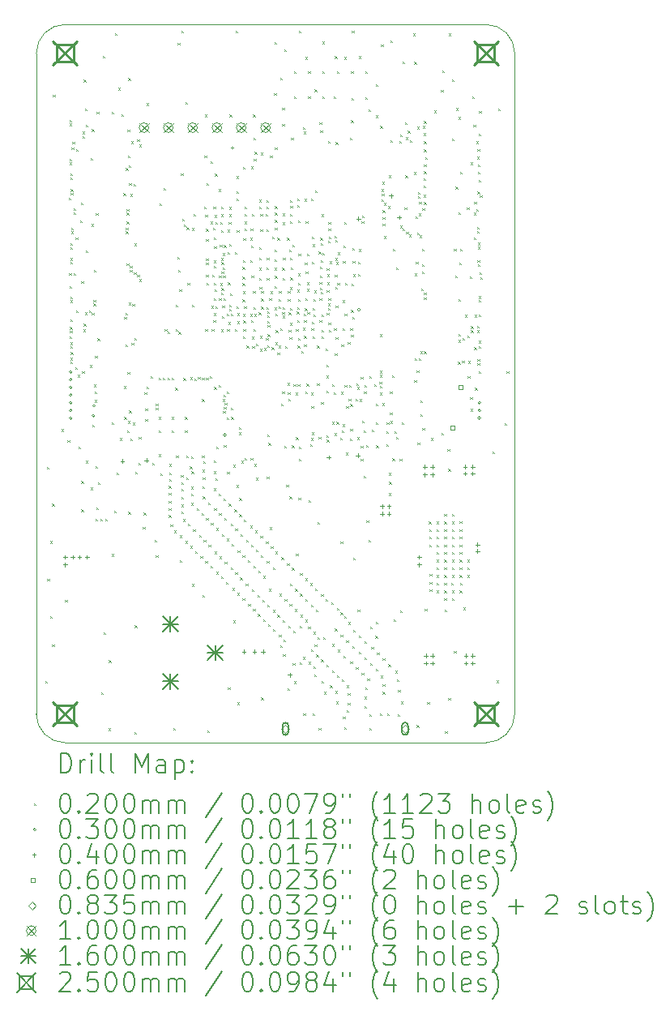
<source format=gbr>
%FSLAX45Y45*%
G04 Gerber Fmt 4.5, Leading zero omitted, Abs format (unit mm)*
G04 Created by KiCad (PCBNEW (6.0.0)) date 2022-04-21 06:04:54*
%MOMM*%
%LPD*%
G01*
G04 APERTURE LIST*
%TA.AperFunction,Profile*%
%ADD10C,0.050000*%
%TD*%
%ADD11C,0.200000*%
%ADD12C,0.020000*%
%ADD13C,0.030000*%
%ADD14C,0.040000*%
%ADD15C,0.060000*%
%ADD16C,0.083500*%
%ADD17C,0.100000*%
%ADD18C,0.160000*%
%ADD19C,0.250000*%
G04 APERTURE END LIST*
D10*
X23099284Y-5468300D02*
G75*
G03*
X22799284Y-5168300I-300000J0D01*
G01*
X18399284Y-5168300D02*
X22799284Y-5168300D01*
X18099284Y-12368300D02*
G75*
G03*
X18399284Y-12668300I300000J0D01*
G01*
X22799284Y-12668300D02*
X18399284Y-12668300D01*
X22799284Y-12668300D02*
G75*
G03*
X23099284Y-12368300I0J300000D01*
G01*
X18099284Y-5468300D02*
X18099284Y-12368300D01*
X18399284Y-5168300D02*
G75*
G03*
X18099284Y-5468300I0J-300000D01*
G01*
X23099284Y-5468300D02*
X23099284Y-12368300D01*
D11*
D12*
X18194284Y-12023300D02*
X18214284Y-12043300D01*
X18214284Y-12023300D02*
X18194284Y-12043300D01*
X18211059Y-9787657D02*
X18231059Y-9807657D01*
X18231059Y-9787657D02*
X18211059Y-9807657D01*
X18214284Y-10958300D02*
X18234284Y-10978300D01*
X18234284Y-10958300D02*
X18214284Y-10978300D01*
X18243163Y-10562888D02*
X18263163Y-10582888D01*
X18263163Y-10562888D02*
X18243163Y-10582888D01*
X18244284Y-11348300D02*
X18264284Y-11368300D01*
X18264284Y-11348300D02*
X18244284Y-11368300D01*
X18263284Y-11640300D02*
X18283284Y-11660300D01*
X18283284Y-11640300D02*
X18263284Y-11660300D01*
X18264284Y-10173300D02*
X18284284Y-10193300D01*
X18284284Y-10173300D02*
X18264284Y-10193300D01*
X18274284Y-5903300D02*
X18294284Y-5923300D01*
X18294284Y-5903300D02*
X18274284Y-5923300D01*
X18359284Y-9393300D02*
X18379284Y-9413300D01*
X18379284Y-9393300D02*
X18359284Y-9413300D01*
X18399284Y-11178300D02*
X18419284Y-11198300D01*
X18419284Y-11178300D02*
X18399284Y-11198300D01*
X18425063Y-9507718D02*
X18445063Y-9527718D01*
X18445063Y-9507718D02*
X18425063Y-9527718D01*
X18439284Y-6978300D02*
X18459284Y-6998300D01*
X18459284Y-6978300D02*
X18439284Y-6998300D01*
X18442328Y-7766344D02*
X18462328Y-7786344D01*
X18462328Y-7766344D02*
X18442328Y-7786344D01*
X18444997Y-6568300D02*
X18464997Y-6588300D01*
X18464997Y-6568300D02*
X18444997Y-6588300D01*
X18444997Y-6608300D02*
X18464997Y-6628300D01*
X18464997Y-6608300D02*
X18444997Y-6628300D01*
X18445284Y-8427300D02*
X18465284Y-8447300D01*
X18465284Y-8427300D02*
X18445284Y-8447300D01*
X18448205Y-6163300D02*
X18468205Y-6183300D01*
X18468205Y-6163300D02*
X18448205Y-6183300D01*
X18448205Y-6203300D02*
X18468205Y-6223300D01*
X18468205Y-6203300D02*
X18448205Y-6223300D01*
X18448794Y-7898300D02*
X18468794Y-7918300D01*
X18468794Y-7898300D02*
X18448794Y-7918300D01*
X18451811Y-8328300D02*
X18471811Y-8348300D01*
X18471811Y-8328300D02*
X18451811Y-8348300D01*
X18451811Y-8368300D02*
X18471811Y-8388300D01*
X18471811Y-8368300D02*
X18451811Y-8388300D01*
X18454284Y-8248300D02*
X18474284Y-8268300D01*
X18474284Y-8248300D02*
X18454284Y-8268300D01*
X18454841Y-7493300D02*
X18474841Y-7513300D01*
X18474841Y-7493300D02*
X18454841Y-7513300D01*
X18454841Y-7608300D02*
X18474841Y-7628300D01*
X18474841Y-7608300D02*
X18454841Y-7628300D01*
X18454841Y-7648300D02*
X18474841Y-7668300D01*
X18474841Y-7648300D02*
X18454841Y-7668300D01*
X18454841Y-8008568D02*
X18474841Y-8028568D01*
X18474841Y-8008568D02*
X18454841Y-8028568D01*
X18454841Y-8048568D02*
X18474841Y-8068568D01*
X18474841Y-8048568D02*
X18454841Y-8068568D01*
X18454841Y-8648300D02*
X18474841Y-8668300D01*
X18474841Y-8648300D02*
X18454841Y-8668300D01*
X18454841Y-8688300D02*
X18474841Y-8708300D01*
X18474841Y-8688300D02*
X18454841Y-8708300D01*
X18455469Y-8488300D02*
X18475469Y-8508300D01*
X18475469Y-8488300D02*
X18455469Y-8508300D01*
X18455469Y-8528300D02*
X18475469Y-8548300D01*
X18475469Y-8528300D02*
X18455469Y-8548300D01*
X18456138Y-7449616D02*
X18476138Y-7469616D01*
X18476138Y-7449616D02*
X18456138Y-7469616D01*
X18457605Y-6724577D02*
X18477605Y-6744577D01*
X18477605Y-6724577D02*
X18457605Y-6744577D01*
X18457671Y-6764716D02*
X18477671Y-6784716D01*
X18477671Y-6764716D02*
X18457671Y-6784716D01*
X18459284Y-6888300D02*
X18479284Y-6908300D01*
X18479284Y-6888300D02*
X18459284Y-6908300D01*
X18459284Y-6928300D02*
X18479284Y-6948300D01*
X18479284Y-6928300D02*
X18459284Y-6948300D01*
X18459284Y-8590300D02*
X18479284Y-8610300D01*
X18479284Y-8590300D02*
X18459284Y-8610300D01*
X18464284Y-7288300D02*
X18484284Y-7308300D01*
X18484284Y-7288300D02*
X18464284Y-7308300D01*
X18464284Y-7328300D02*
X18484284Y-7348300D01*
X18484284Y-7328300D02*
X18464284Y-7348300D01*
X18469284Y-6453300D02*
X18489284Y-6473300D01*
X18489284Y-6453300D02*
X18469284Y-6473300D01*
X18475000Y-6392500D02*
X18495000Y-6412500D01*
X18495000Y-6392500D02*
X18475000Y-6412500D01*
X18489284Y-7088300D02*
X18509284Y-7108300D01*
X18509284Y-7088300D02*
X18489284Y-7108300D01*
X18489284Y-7128300D02*
X18509284Y-7148300D01*
X18509284Y-7128300D02*
X18489284Y-7148300D01*
X18489426Y-7763158D02*
X18509426Y-7783158D01*
X18509426Y-7763158D02*
X18489426Y-7783158D01*
X18504822Y-8745730D02*
X18524822Y-8765730D01*
X18524822Y-8745730D02*
X18504822Y-8765730D01*
X18510284Y-7394300D02*
X18530284Y-7414300D01*
X18530284Y-7394300D02*
X18510284Y-7414300D01*
X18514284Y-6468300D02*
X18534284Y-6488300D01*
X18534284Y-6468300D02*
X18514284Y-6488300D01*
X18515284Y-8152300D02*
X18535284Y-8172300D01*
X18535284Y-8152300D02*
X18515284Y-8172300D01*
X18529284Y-8828300D02*
X18549284Y-8848300D01*
X18549284Y-8828300D02*
X18529284Y-8848300D01*
X18539284Y-9578300D02*
X18559284Y-9598300D01*
X18559284Y-9578300D02*
X18539284Y-9598300D01*
X18559284Y-7213300D02*
X18579284Y-7233300D01*
X18579284Y-7213300D02*
X18559284Y-7233300D01*
X18564284Y-7028300D02*
X18584284Y-7048300D01*
X18584284Y-7028300D02*
X18564284Y-7048300D01*
X18568284Y-7849300D02*
X18588284Y-7869300D01*
X18588284Y-7849300D02*
X18568284Y-7869300D01*
X18570284Y-10231300D02*
X18590284Y-10251300D01*
X18590284Y-10231300D02*
X18570284Y-10251300D01*
X18570746Y-9935848D02*
X18590746Y-9955848D01*
X18590746Y-9935848D02*
X18570746Y-9955848D01*
X18578284Y-8791300D02*
X18598284Y-8811300D01*
X18598284Y-8791300D02*
X18578284Y-8811300D01*
X18584284Y-6288300D02*
X18604284Y-6308300D01*
X18604284Y-6288300D02*
X18584284Y-6308300D01*
X18584284Y-6333300D02*
X18604284Y-6353300D01*
X18604284Y-6333300D02*
X18584284Y-6353300D01*
X18589284Y-8354300D02*
X18609284Y-8374300D01*
X18609284Y-8354300D02*
X18589284Y-8374300D01*
X18596284Y-5745300D02*
X18616284Y-5765300D01*
X18616284Y-5745300D02*
X18596284Y-5765300D01*
X18596284Y-8293300D02*
X18616284Y-8313300D01*
X18616284Y-8293300D02*
X18596284Y-8313300D01*
X18606284Y-6044300D02*
X18626284Y-6064300D01*
X18626284Y-6044300D02*
X18606284Y-6064300D01*
X18608284Y-8174300D02*
X18628284Y-8194300D01*
X18628284Y-8174300D02*
X18608284Y-8194300D01*
X18613778Y-9723526D02*
X18633778Y-9743526D01*
X18633778Y-9723526D02*
X18613778Y-9743526D01*
X18614284Y-6215300D02*
X18634284Y-6235300D01*
X18634284Y-6215300D02*
X18614284Y-6235300D01*
X18616284Y-7529300D02*
X18636284Y-7549300D01*
X18636284Y-7529300D02*
X18616284Y-7549300D01*
X18651873Y-8152427D02*
X18671873Y-8172427D01*
X18671873Y-8152427D02*
X18651873Y-8172427D01*
X18659284Y-8725300D02*
X18679284Y-8745300D01*
X18679284Y-8725300D02*
X18659284Y-8745300D01*
X18666000Y-6560500D02*
X18686000Y-6580500D01*
X18686000Y-6560500D02*
X18666000Y-6580500D01*
X18669284Y-10003300D02*
X18689284Y-10023300D01*
X18689284Y-10003300D02*
X18669284Y-10023300D01*
X18674284Y-7253300D02*
X18694284Y-7273300D01*
X18694284Y-7253300D02*
X18674284Y-7273300D01*
X18679000Y-6260500D02*
X18699000Y-6280500D01*
X18699000Y-6260500D02*
X18679000Y-6280500D01*
X18680157Y-8180712D02*
X18700157Y-8200712D01*
X18700157Y-8180712D02*
X18680157Y-8200712D01*
X18685284Y-9345300D02*
X18705284Y-9365300D01*
X18705284Y-9345300D02*
X18685284Y-9365300D01*
X18695284Y-8043300D02*
X18715284Y-8063300D01*
X18715284Y-8043300D02*
X18695284Y-8063300D01*
X18695284Y-8083300D02*
X18715284Y-8103300D01*
X18715284Y-8083300D02*
X18695284Y-8103300D01*
X18699284Y-8928300D02*
X18719284Y-8948300D01*
X18719284Y-8928300D02*
X18699284Y-8948300D01*
X18703284Y-7730300D02*
X18723284Y-7750300D01*
X18723284Y-7730300D02*
X18703284Y-7750300D01*
X18709284Y-8998300D02*
X18729284Y-9018300D01*
X18729284Y-8998300D02*
X18709284Y-9018300D01*
X18711284Y-9088300D02*
X18731284Y-9108300D01*
X18731284Y-9088300D02*
X18711284Y-9108300D01*
X18711821Y-8629459D02*
X18731821Y-8649459D01*
X18731821Y-8629459D02*
X18711821Y-8649459D01*
X18719284Y-9778300D02*
X18739284Y-9798300D01*
X18739284Y-9778300D02*
X18719284Y-9798300D01*
X18719284Y-10328300D02*
X18739284Y-10348300D01*
X18739284Y-10328300D02*
X18719284Y-10348300D01*
X18723284Y-7137300D02*
X18743284Y-7157300D01*
X18743284Y-7137300D02*
X18723284Y-7157300D01*
X18724457Y-10213059D02*
X18744457Y-10233059D01*
X18744457Y-10213059D02*
X18724457Y-10233059D01*
X18729284Y-6078300D02*
X18749284Y-6098300D01*
X18749284Y-6078300D02*
X18729284Y-6098300D01*
X18737284Y-8445300D02*
X18757284Y-8465300D01*
X18757284Y-8445300D02*
X18737284Y-8465300D01*
X18744284Y-9948300D02*
X18764284Y-9968300D01*
X18764284Y-9948300D02*
X18744284Y-9968300D01*
X18769284Y-10328300D02*
X18789284Y-10348300D01*
X18789284Y-10328300D02*
X18769284Y-10348300D01*
X18774284Y-12143300D02*
X18794284Y-12163300D01*
X18794284Y-12143300D02*
X18774284Y-12163300D01*
X18795284Y-5493300D02*
X18815284Y-5513300D01*
X18815284Y-5493300D02*
X18795284Y-5513300D01*
X18802500Y-11515000D02*
X18822500Y-11535000D01*
X18822500Y-11515000D02*
X18802500Y-11535000D01*
X18819284Y-10328300D02*
X18839284Y-10348300D01*
X18839284Y-10328300D02*
X18819284Y-10348300D01*
X18854284Y-12518300D02*
X18874284Y-12538300D01*
X18874284Y-12518300D02*
X18854284Y-12538300D01*
X18858284Y-11807300D02*
X18878284Y-11827300D01*
X18878284Y-11807300D02*
X18858284Y-11827300D01*
X18887284Y-6078300D02*
X18907284Y-6098300D01*
X18907284Y-6078300D02*
X18887284Y-6098300D01*
X18889284Y-9319850D02*
X18909284Y-9339850D01*
X18909284Y-9319850D02*
X18889284Y-9339850D01*
X18889284Y-10698300D02*
X18909284Y-10718300D01*
X18909284Y-10698300D02*
X18889284Y-10718300D01*
X18910000Y-10247500D02*
X18930000Y-10267500D01*
X18930000Y-10247500D02*
X18910000Y-10267500D01*
X18919284Y-5258300D02*
X18939284Y-5278300D01*
X18939284Y-5258300D02*
X18919284Y-5278300D01*
X18940000Y-9847500D02*
X18960000Y-9867500D01*
X18960000Y-9847500D02*
X18940000Y-9867500D01*
X18953284Y-5831300D02*
X18973284Y-5851300D01*
X18973284Y-5831300D02*
X18953284Y-5851300D01*
X18969949Y-9487401D02*
X18989949Y-9507401D01*
X18989949Y-9487401D02*
X18969949Y-9507401D01*
X18986284Y-6103850D02*
X19006284Y-6123850D01*
X19006284Y-6103850D02*
X18986284Y-6123850D01*
X19010436Y-6931534D02*
X19030436Y-6951534D01*
X19030436Y-6931534D02*
X19010436Y-6951534D01*
X19013234Y-8945800D02*
X19033234Y-8965800D01*
X19033234Y-8945800D02*
X19013234Y-8965800D01*
X19018284Y-9266300D02*
X19038284Y-9286300D01*
X19038284Y-9266300D02*
X19018284Y-9286300D01*
X19019284Y-8223300D02*
X19039284Y-8243300D01*
X19039284Y-8223300D02*
X19019284Y-8243300D01*
X19029284Y-8181850D02*
X19049284Y-8201850D01*
X19049284Y-8181850D02*
X19029284Y-8201850D01*
X19032351Y-8509379D02*
X19052351Y-8529379D01*
X19052351Y-8509379D02*
X19032351Y-8529379D01*
X19034284Y-7288300D02*
X19054284Y-7308300D01*
X19054284Y-7288300D02*
X19034284Y-7308300D01*
X19034284Y-7328300D02*
X19054284Y-7348300D01*
X19054284Y-7328300D02*
X19034284Y-7348300D01*
X19035142Y-6667442D02*
X19055142Y-6687442D01*
X19055142Y-6667442D02*
X19035142Y-6687442D01*
X19042284Y-7227300D02*
X19062284Y-7247300D01*
X19062284Y-7227300D02*
X19042284Y-7247300D01*
X19042328Y-7135256D02*
X19062328Y-7155256D01*
X19062328Y-7135256D02*
X19042328Y-7155256D01*
X19043284Y-7661300D02*
X19063284Y-7681300D01*
X19063284Y-7661300D02*
X19043284Y-7681300D01*
X19044284Y-7093300D02*
X19064284Y-7113300D01*
X19064284Y-7093300D02*
X19044284Y-7113300D01*
X19049284Y-9408300D02*
X19069284Y-9428300D01*
X19069284Y-9408300D02*
X19049284Y-9428300D01*
X19052284Y-6265300D02*
X19072284Y-6285300D01*
X19072284Y-6265300D02*
X19052284Y-6285300D01*
X19052284Y-8796300D02*
X19072284Y-8816300D01*
X19072284Y-8796300D02*
X19052284Y-8816300D01*
X19055284Y-9310300D02*
X19075284Y-9330300D01*
X19075284Y-9310300D02*
X19055284Y-9330300D01*
X19058284Y-6536300D02*
X19078284Y-6556300D01*
X19078284Y-6536300D02*
X19058284Y-6556300D01*
X19059284Y-5728300D02*
X19079284Y-5748300D01*
X19079284Y-5728300D02*
X19059284Y-5748300D01*
X19060000Y-10257500D02*
X19080000Y-10277500D01*
X19080000Y-10257500D02*
X19060000Y-10277500D01*
X19063284Y-8074600D02*
X19083284Y-8094600D01*
X19083284Y-8074600D02*
X19063284Y-8094600D01*
X19063426Y-6639158D02*
X19083426Y-6659158D01*
X19083426Y-6639158D02*
X19063426Y-6659158D01*
X19069284Y-6823300D02*
X19089284Y-6843300D01*
X19089284Y-6823300D02*
X19069284Y-6843300D01*
X19069284Y-9198300D02*
X19089284Y-9218300D01*
X19089284Y-9198300D02*
X19069284Y-9218300D01*
X19077284Y-7688300D02*
X19097284Y-7708300D01*
X19097284Y-7688300D02*
X19077284Y-7708300D01*
X19077284Y-7728300D02*
X19097284Y-7748300D01*
X19097284Y-7728300D02*
X19077284Y-7748300D01*
X19084284Y-6939350D02*
X19104284Y-6959350D01*
X19104284Y-6939350D02*
X19084284Y-6959350D01*
X19084284Y-9493300D02*
X19104284Y-9513300D01*
X19104284Y-9493300D02*
X19084284Y-9513300D01*
X19089389Y-6387672D02*
X19109389Y-6407672D01*
X19109389Y-6387672D02*
X19089389Y-6407672D01*
X19094284Y-8493300D02*
X19114284Y-8513300D01*
X19114284Y-8493300D02*
X19094284Y-8513300D01*
X19104284Y-8087300D02*
X19124284Y-8107300D01*
X19124284Y-8087300D02*
X19104284Y-8107300D01*
X19108580Y-9328007D02*
X19128580Y-9348007D01*
X19128580Y-9328007D02*
X19108580Y-9348007D01*
X19114284Y-6834350D02*
X19134284Y-6854350D01*
X19134284Y-6834350D02*
X19114284Y-6854350D01*
X19119284Y-7758300D02*
X19139284Y-7778300D01*
X19139284Y-7758300D02*
X19119284Y-7778300D01*
X19122284Y-8440300D02*
X19142284Y-8460300D01*
X19142284Y-8440300D02*
X19122284Y-8460300D01*
X19123284Y-7454300D02*
X19143284Y-7474300D01*
X19143284Y-7454300D02*
X19123284Y-7474300D01*
X19124284Y-12558300D02*
X19144284Y-12578300D01*
X19144284Y-12558300D02*
X19124284Y-12578300D01*
X19128284Y-11443300D02*
X19148284Y-11463300D01*
X19148284Y-11443300D02*
X19128284Y-11463300D01*
X19132284Y-9838300D02*
X19152284Y-9858300D01*
X19152284Y-9838300D02*
X19132284Y-9858300D01*
X19152284Y-6369300D02*
X19172284Y-6389300D01*
X19172284Y-6369300D02*
X19152284Y-6389300D01*
X19154284Y-7783300D02*
X19174284Y-7803300D01*
X19174284Y-7783300D02*
X19154284Y-7803300D01*
X19166284Y-9746300D02*
X19186284Y-9766300D01*
X19186284Y-9746300D02*
X19166284Y-9766300D01*
X19171879Y-9476377D02*
X19191879Y-9496377D01*
X19191879Y-9476377D02*
X19171879Y-9496377D01*
X19174284Y-6423300D02*
X19194284Y-6443300D01*
X19194284Y-6423300D02*
X19174284Y-6443300D01*
X19175670Y-7827505D02*
X19195670Y-7847505D01*
X19195670Y-7827505D02*
X19175670Y-7847505D01*
X19214284Y-10413300D02*
X19234284Y-10433300D01*
X19234284Y-10413300D02*
X19214284Y-10433300D01*
X19220000Y-10267500D02*
X19240000Y-10287500D01*
X19240000Y-10267500D02*
X19220000Y-10287500D01*
X19229284Y-9008300D02*
X19249284Y-9028300D01*
X19249284Y-9008300D02*
X19229284Y-9028300D01*
X19239284Y-9178300D02*
X19259284Y-9198300D01*
X19259284Y-9178300D02*
X19239284Y-9198300D01*
X19239284Y-9288300D02*
X19259284Y-9308300D01*
X19259284Y-9288300D02*
X19239284Y-9308300D01*
X19248892Y-8950950D02*
X19268892Y-8970950D01*
X19268892Y-8950950D02*
X19248892Y-8970950D01*
X19251058Y-5992016D02*
X19271058Y-6012016D01*
X19271058Y-5992016D02*
X19251058Y-6012016D01*
X19294284Y-8841300D02*
X19314284Y-8861300D01*
X19314284Y-8841300D02*
X19294284Y-8861300D01*
X19311284Y-9744300D02*
X19331284Y-9764300D01*
X19331284Y-9744300D02*
X19311284Y-9764300D01*
X19337755Y-10548652D02*
X19357755Y-10568652D01*
X19357755Y-10548652D02*
X19337755Y-10568652D01*
X19347334Y-9125300D02*
X19367334Y-9145300D01*
X19367334Y-9125300D02*
X19347334Y-9145300D01*
X19347334Y-9167300D02*
X19367334Y-9187300D01*
X19367334Y-9167300D02*
X19347334Y-9187300D01*
X19349284Y-10708300D02*
X19369284Y-10728300D01*
X19369284Y-10708300D02*
X19349284Y-10728300D01*
X19378284Y-8856300D02*
X19398284Y-8876300D01*
X19398284Y-8856300D02*
X19378284Y-8876300D01*
X19379284Y-9268300D02*
X19399284Y-9288300D01*
X19399284Y-9268300D02*
X19379284Y-9288300D01*
X19379284Y-9408300D02*
X19399284Y-9428300D01*
X19399284Y-9408300D02*
X19379284Y-9428300D01*
X19379284Y-9658300D02*
X19399284Y-9678300D01*
X19399284Y-9658300D02*
X19379284Y-9678300D01*
X19388534Y-7034350D02*
X19408534Y-7054350D01*
X19408534Y-7034350D02*
X19388534Y-7054350D01*
X19396284Y-9855300D02*
X19416284Y-9875300D01*
X19416284Y-9855300D02*
X19396284Y-9875300D01*
X19422689Y-8856244D02*
X19442689Y-8876244D01*
X19442689Y-8856244D02*
X19422689Y-8876244D01*
X19426248Y-6875544D02*
X19446248Y-6895544D01*
X19446248Y-6875544D02*
X19426248Y-6895544D01*
X19442642Y-8346658D02*
X19462642Y-8366658D01*
X19462642Y-8346658D02*
X19442642Y-8366658D01*
X19470926Y-8374942D02*
X19490926Y-8394942D01*
X19490926Y-8374942D02*
X19470926Y-8394942D01*
X19471284Y-8855300D02*
X19491284Y-8875300D01*
X19491284Y-8855300D02*
X19471284Y-8875300D01*
X19484284Y-9987546D02*
X19504284Y-10007546D01*
X19504284Y-9987546D02*
X19484284Y-10007546D01*
X19484284Y-10058257D02*
X19504284Y-10078257D01*
X19504284Y-10058257D02*
X19484284Y-10078257D01*
X19484284Y-10143110D02*
X19504284Y-10163110D01*
X19504284Y-10143110D02*
X19484284Y-10163110D01*
X19484284Y-10220891D02*
X19504284Y-10240891D01*
X19504284Y-10220891D02*
X19484284Y-10240891D01*
X19484284Y-10291602D02*
X19504284Y-10311602D01*
X19504284Y-10291602D02*
X19484284Y-10311602D01*
X19487820Y-9913300D02*
X19507820Y-9933300D01*
X19507820Y-9913300D02*
X19487820Y-9933300D01*
X19489284Y-9758300D02*
X19509284Y-9778300D01*
X19509284Y-9758300D02*
X19489284Y-9778300D01*
X19489284Y-9848300D02*
X19509284Y-9868300D01*
X19509284Y-9848300D02*
X19489284Y-9868300D01*
X19499284Y-10388300D02*
X19519284Y-10408300D01*
X19519284Y-10388300D02*
X19499284Y-10408300D01*
X19513284Y-8854300D02*
X19533284Y-8874300D01*
X19533284Y-8854300D02*
X19513284Y-8874300D01*
X19514284Y-9268300D02*
X19534284Y-9288300D01*
X19534284Y-9268300D02*
X19514284Y-9288300D01*
X19514284Y-9408300D02*
X19534284Y-9428300D01*
X19534284Y-9408300D02*
X19514284Y-9428300D01*
X19531284Y-12515300D02*
X19551284Y-12535300D01*
X19551284Y-12515300D02*
X19531284Y-12535300D01*
X19539284Y-10453300D02*
X19559284Y-10473300D01*
X19559284Y-10453300D02*
X19539284Y-10473300D01*
X19552284Y-8963350D02*
X19572284Y-8983350D01*
X19572284Y-8963350D02*
X19552284Y-8983350D01*
X19555284Y-8093300D02*
X19575284Y-8113300D01*
X19575284Y-8093300D02*
X19555284Y-8113300D01*
X19558142Y-8350158D02*
X19578142Y-8370158D01*
X19578142Y-8350158D02*
X19558142Y-8370158D01*
X19559284Y-9668300D02*
X19579284Y-9688300D01*
X19579284Y-9668300D02*
X19559284Y-9688300D01*
X19574942Y-7593642D02*
X19594942Y-7613642D01*
X19594942Y-7593642D02*
X19574942Y-7613642D01*
X19577284Y-5361300D02*
X19597284Y-5381300D01*
X19597284Y-5361300D02*
X19577284Y-5381300D01*
X19579284Y-7728300D02*
X19599284Y-7748300D01*
X19599284Y-7728300D02*
X19579284Y-7748300D01*
X19586426Y-8378442D02*
X19606426Y-8398442D01*
X19606426Y-8378442D02*
X19586426Y-8398442D01*
X19594308Y-7935250D02*
X19614308Y-7955250D01*
X19614308Y-7935250D02*
X19594308Y-7955250D01*
X19599284Y-10503300D02*
X19619284Y-10523300D01*
X19619284Y-10503300D02*
X19599284Y-10523300D01*
X19599284Y-10763300D02*
X19619284Y-10783300D01*
X19619284Y-10763300D02*
X19599284Y-10783300D01*
X19609284Y-6723300D02*
X19629284Y-6743300D01*
X19629284Y-6723300D02*
X19609284Y-6743300D01*
X19609284Y-9873300D02*
X19629284Y-9893300D01*
X19629284Y-9873300D02*
X19609284Y-9893300D01*
X19614000Y-5235500D02*
X19634000Y-5255500D01*
X19634000Y-5235500D02*
X19614000Y-5255500D01*
X19615000Y-9949500D02*
X19635000Y-9969500D01*
X19635000Y-9949500D02*
X19615000Y-9969500D01*
X19615000Y-10018257D02*
X19635000Y-10038257D01*
X19635000Y-10018257D02*
X19615000Y-10038257D01*
X19615000Y-10103110D02*
X19635000Y-10123110D01*
X19635000Y-10103110D02*
X19615000Y-10123110D01*
X19615000Y-10180891D02*
X19635000Y-10200891D01*
X19635000Y-10180891D02*
X19615000Y-10200891D01*
X19615000Y-10251602D02*
X19635000Y-10271602D01*
X19635000Y-10251602D02*
X19615000Y-10271602D01*
X19622284Y-7195300D02*
X19642284Y-7215300D01*
X19642284Y-7195300D02*
X19622284Y-7215300D01*
X19634284Y-10333300D02*
X19654284Y-10353300D01*
X19654284Y-10333300D02*
X19634284Y-10353300D01*
X19636284Y-8862300D02*
X19656284Y-8882300D01*
X19656284Y-8862300D02*
X19636284Y-8882300D01*
X19640827Y-7256392D02*
X19660827Y-7276392D01*
X19660827Y-7256392D02*
X19640827Y-7276392D01*
X19653948Y-9267283D02*
X19673948Y-9287283D01*
X19673948Y-9267283D02*
X19653948Y-9287283D01*
X19654284Y-9408300D02*
X19674284Y-9428300D01*
X19674284Y-9408300D02*
X19654284Y-9428300D01*
X19654977Y-5979588D02*
X19674977Y-5999588D01*
X19674977Y-5979588D02*
X19654977Y-5999588D01*
X19659284Y-10563300D02*
X19679284Y-10583300D01*
X19679284Y-10563300D02*
X19659284Y-10583300D01*
X19664284Y-9898300D02*
X19684284Y-9918300D01*
X19684284Y-9898300D02*
X19664284Y-9918300D01*
X19666284Y-9670300D02*
X19686284Y-9690300D01*
X19686284Y-9670300D02*
X19666284Y-9690300D01*
X19669426Y-7287442D02*
X19689426Y-7307442D01*
X19689426Y-7287442D02*
X19669426Y-7307442D01*
X19677284Y-7868300D02*
X19697284Y-7888300D01*
X19697284Y-7868300D02*
X19677284Y-7888300D01*
X19684284Y-10383300D02*
X19704284Y-10403300D01*
X19704284Y-10383300D02*
X19684284Y-10403300D01*
X19704284Y-9783300D02*
X19724284Y-9803300D01*
X19724284Y-9783300D02*
X19704284Y-9803300D01*
X19709284Y-10613300D02*
X19729284Y-10633300D01*
X19729284Y-10613300D02*
X19709284Y-10633300D01*
X19710284Y-8853300D02*
X19730284Y-8873300D01*
X19730284Y-8853300D02*
X19710284Y-8873300D01*
X19714284Y-9680300D02*
X19734284Y-9700300D01*
X19734284Y-9680300D02*
X19714284Y-9700300D01*
X19714284Y-9996082D02*
X19734284Y-10016082D01*
X19734284Y-9996082D02*
X19714284Y-10016082D01*
X19714284Y-10066792D02*
X19734284Y-10086792D01*
X19734284Y-10066792D02*
X19714284Y-10086792D01*
X19719284Y-10163300D02*
X19739284Y-10183300D01*
X19739284Y-10163300D02*
X19719284Y-10183300D01*
X19720284Y-9834300D02*
X19740284Y-9854300D01*
X19740284Y-9834300D02*
X19720284Y-9854300D01*
X19724284Y-7294300D02*
X19744284Y-7314300D01*
X19744284Y-7294300D02*
X19724284Y-7314300D01*
X19726284Y-8095300D02*
X19746284Y-8115300D01*
X19746284Y-8095300D02*
X19726284Y-8115300D01*
X19727284Y-11012300D02*
X19747284Y-11032300D01*
X19747284Y-11012300D02*
X19727284Y-11032300D01*
X19739284Y-10438300D02*
X19759284Y-10458300D01*
X19759284Y-10438300D02*
X19739284Y-10458300D01*
X19743284Y-7146300D02*
X19763284Y-7166300D01*
X19763284Y-7146300D02*
X19743284Y-7166300D01*
X19751088Y-8863338D02*
X19771088Y-8883338D01*
X19771088Y-8863338D02*
X19751088Y-8883338D01*
X19759284Y-10668300D02*
X19779284Y-10688300D01*
X19779284Y-10668300D02*
X19759284Y-10688300D01*
X19774284Y-10218300D02*
X19794284Y-10238300D01*
X19794284Y-10218300D02*
X19774284Y-10238300D01*
X19788661Y-8849764D02*
X19808661Y-8869764D01*
X19808661Y-8849764D02*
X19788661Y-8869764D01*
X19799284Y-10498300D02*
X19819284Y-10518300D01*
X19819284Y-10498300D02*
X19799284Y-10518300D01*
X19814284Y-10718300D02*
X19834284Y-10738300D01*
X19834284Y-10718300D02*
X19814284Y-10738300D01*
X19824284Y-10268300D02*
X19844284Y-10288300D01*
X19844284Y-10268300D02*
X19824284Y-10288300D01*
X19830284Y-8855300D02*
X19850284Y-8875300D01*
X19850284Y-8855300D02*
X19830284Y-8875300D01*
X19831284Y-9670300D02*
X19851284Y-9690300D01*
X19851284Y-9670300D02*
X19831284Y-9690300D01*
X19832074Y-9080680D02*
X19852074Y-9100680D01*
X19852074Y-9080680D02*
X19832074Y-9100680D01*
X19834284Y-9818300D02*
X19854284Y-9838300D01*
X19854284Y-9818300D02*
X19834284Y-9838300D01*
X19834284Y-9993300D02*
X19854284Y-10013300D01*
X19854284Y-9993300D02*
X19834284Y-10013300D01*
X19836529Y-11125613D02*
X19856529Y-11145613D01*
X19856529Y-11125613D02*
X19836529Y-11145613D01*
X19839284Y-9898300D02*
X19859284Y-9918300D01*
X19859284Y-9898300D02*
X19839284Y-9918300D01*
X19839284Y-10098300D02*
X19859284Y-10118300D01*
X19859284Y-10098300D02*
X19839284Y-10118300D01*
X19843734Y-9726500D02*
X19863734Y-9746500D01*
X19863734Y-9726500D02*
X19843734Y-9746500D01*
X19849284Y-10548300D02*
X19869284Y-10568300D01*
X19869284Y-10548300D02*
X19849284Y-10568300D01*
X19854284Y-7068300D02*
X19874284Y-7088300D01*
X19874284Y-7068300D02*
X19854284Y-7088300D01*
X19856284Y-6536300D02*
X19876284Y-6556300D01*
X19876284Y-6536300D02*
X19856284Y-6556300D01*
X19861284Y-6109300D02*
X19881284Y-6129300D01*
X19881284Y-6109300D02*
X19861284Y-6129300D01*
X19864284Y-8350850D02*
X19884284Y-8370850D01*
X19884284Y-8350850D02*
X19864284Y-8370850D01*
X19864284Y-10768300D02*
X19884284Y-10788300D01*
X19884284Y-10768300D02*
X19864284Y-10788300D01*
X19864860Y-7156950D02*
X19884860Y-7176950D01*
X19884860Y-7156950D02*
X19864860Y-7176950D01*
X19872284Y-8854300D02*
X19892284Y-8874300D01*
X19892284Y-8854300D02*
X19872284Y-8874300D01*
X19873250Y-7656112D02*
X19893250Y-7676112D01*
X19893250Y-7656112D02*
X19873250Y-7676112D01*
X19873585Y-7782250D02*
X19893585Y-7802250D01*
X19893585Y-7782250D02*
X19873585Y-7802250D01*
X19874284Y-7303300D02*
X19894284Y-7323300D01*
X19894284Y-7303300D02*
X19874284Y-7323300D01*
X19874284Y-7408300D02*
X19894284Y-7428300D01*
X19894284Y-7408300D02*
X19874284Y-7428300D01*
X19874284Y-10323300D02*
X19894284Y-10343300D01*
X19894284Y-10323300D02*
X19874284Y-10343300D01*
X19874395Y-7613350D02*
X19894395Y-7633350D01*
X19894395Y-7613350D02*
X19874395Y-7633350D01*
X19875284Y-7868300D02*
X19895284Y-7888300D01*
X19895284Y-7868300D02*
X19875284Y-7888300D01*
X19877284Y-6827300D02*
X19897284Y-6847300D01*
X19897284Y-6827300D02*
X19877284Y-6847300D01*
X19884284Y-12538300D02*
X19904284Y-12558300D01*
X19904284Y-12538300D02*
X19884284Y-12558300D01*
X19894284Y-10158300D02*
X19914284Y-10178300D01*
X19914284Y-10158300D02*
X19894284Y-10178300D01*
X19899284Y-10603300D02*
X19919284Y-10623300D01*
X19919284Y-10603300D02*
X19899284Y-10623300D01*
X19912284Y-8841300D02*
X19932284Y-8861300D01*
X19932284Y-8841300D02*
X19912284Y-8861300D01*
X19918284Y-6597300D02*
X19938284Y-6617300D01*
X19938284Y-6597300D02*
X19918284Y-6617300D01*
X19919284Y-10823300D02*
X19939284Y-10843300D01*
X19939284Y-10823300D02*
X19919284Y-10843300D01*
X19922498Y-7226350D02*
X19942498Y-7246350D01*
X19942498Y-7226350D02*
X19922498Y-7246350D01*
X19924284Y-10373300D02*
X19944284Y-10393300D01*
X19944284Y-10373300D02*
X19924284Y-10393300D01*
X19928284Y-8108300D02*
X19948284Y-8128300D01*
X19948284Y-8108300D02*
X19928284Y-8128300D01*
X19932284Y-8349300D02*
X19952284Y-8369300D01*
X19952284Y-8349300D02*
X19932284Y-8369300D01*
X19938284Y-7780049D02*
X19958284Y-7800049D01*
X19958284Y-7780049D02*
X19938284Y-7800049D01*
X19946253Y-7292099D02*
X19966253Y-7312099D01*
X19966253Y-7292099D02*
X19946253Y-7312099D01*
X19949284Y-7068300D02*
X19969284Y-7088300D01*
X19969284Y-7068300D02*
X19949284Y-7088300D01*
X19949939Y-8258225D02*
X19969939Y-8278225D01*
X19969939Y-8258225D02*
X19949939Y-8278225D01*
X19951031Y-8184147D02*
X19971031Y-8204147D01*
X19971031Y-8184147D02*
X19951031Y-8204147D01*
X19951386Y-9719161D02*
X19971386Y-9739161D01*
X19971386Y-9719161D02*
X19951386Y-9739161D01*
X19954205Y-7393443D02*
X19974205Y-7413443D01*
X19974205Y-7393443D02*
X19954205Y-7413443D01*
X19954284Y-8025300D02*
X19974284Y-8045300D01*
X19974284Y-8025300D02*
X19954284Y-8045300D01*
X19954284Y-9833300D02*
X19974284Y-9853300D01*
X19974284Y-9833300D02*
X19954284Y-9853300D01*
X19954284Y-10013300D02*
X19974284Y-10033300D01*
X19974284Y-10013300D02*
X19954284Y-10033300D01*
X19955043Y-7868300D02*
X19975043Y-7888300D01*
X19975043Y-7868300D02*
X19955043Y-7888300D01*
X19955284Y-7634501D02*
X19975284Y-7654501D01*
X19975284Y-7634501D02*
X19955284Y-7654501D01*
X19955699Y-7686621D02*
X19975699Y-7706621D01*
X19975699Y-7686621D02*
X19955699Y-7706621D01*
X19957284Y-8954300D02*
X19977284Y-8974300D01*
X19977284Y-8954300D02*
X19957284Y-8974300D01*
X19959284Y-7483300D02*
X19979284Y-7503300D01*
X19979284Y-7483300D02*
X19959284Y-7503300D01*
X19959284Y-10218300D02*
X19979284Y-10238300D01*
X19979284Y-10218300D02*
X19959284Y-10238300D01*
X19961131Y-7934250D02*
X19981131Y-7954250D01*
X19981131Y-7934250D02*
X19961131Y-7954250D01*
X19962284Y-7160300D02*
X19982284Y-7180300D01*
X19982284Y-7160300D02*
X19962284Y-7180300D01*
X19964284Y-10673300D02*
X19984284Y-10693300D01*
X19984284Y-10673300D02*
X19964284Y-10693300D01*
X19966284Y-6727300D02*
X19986284Y-6747300D01*
X19986284Y-6727300D02*
X19966284Y-6747300D01*
X19968000Y-9907500D02*
X19988000Y-9927500D01*
X19988000Y-9907500D02*
X19968000Y-9927500D01*
X19971284Y-7230300D02*
X19991284Y-7250300D01*
X19991284Y-7230300D02*
X19971284Y-7250300D01*
X19973284Y-8110300D02*
X19993284Y-8130300D01*
X19993284Y-8110300D02*
X19973284Y-8130300D01*
X19978207Y-9577250D02*
X19998207Y-9597250D01*
X19998207Y-9577250D02*
X19978207Y-9597250D01*
X19979284Y-10428300D02*
X19999284Y-10448300D01*
X19999284Y-10428300D02*
X19979284Y-10448300D01*
X19979284Y-10883300D02*
X19999284Y-10903300D01*
X19999284Y-10883300D02*
X19979284Y-10903300D01*
X20003284Y-6888300D02*
X20023284Y-6908300D01*
X20023284Y-6888300D02*
X20003284Y-6908300D01*
X20003284Y-8931300D02*
X20023284Y-8951300D01*
X20023284Y-8931300D02*
X20003284Y-8951300D01*
X20004284Y-10068300D02*
X20024284Y-10088300D01*
X20024284Y-10068300D02*
X20004284Y-10088300D01*
X20008511Y-8028778D02*
X20028511Y-8048778D01*
X20028511Y-8028778D02*
X20008511Y-8048778D01*
X20009284Y-7788300D02*
X20029284Y-7808300D01*
X20029284Y-7788300D02*
X20009284Y-7808300D01*
X20009284Y-10268300D02*
X20029284Y-10288300D01*
X20029284Y-10268300D02*
X20009284Y-10288300D01*
X20014284Y-10723300D02*
X20034284Y-10743300D01*
X20034284Y-10723300D02*
X20014284Y-10743300D01*
X20016284Y-7470300D02*
X20036284Y-7490300D01*
X20036284Y-7470300D02*
X20016284Y-7490300D01*
X20020284Y-7871300D02*
X20040284Y-7891300D01*
X20040284Y-7871300D02*
X20020284Y-7891300D01*
X20021284Y-7229300D02*
X20041284Y-7249300D01*
X20041284Y-7229300D02*
X20021284Y-7249300D01*
X20028453Y-7068300D02*
X20048453Y-7088300D01*
X20048453Y-7068300D02*
X20028453Y-7088300D01*
X20029284Y-7607300D02*
X20049284Y-7627300D01*
X20049284Y-7607300D02*
X20029284Y-7627300D01*
X20029284Y-10933300D02*
X20049284Y-10953300D01*
X20049284Y-10933300D02*
X20029284Y-10953300D01*
X20029563Y-7149531D02*
X20049563Y-7169531D01*
X20049563Y-7149531D02*
X20029563Y-7169531D01*
X20030284Y-7965300D02*
X20050284Y-7985300D01*
X20050284Y-7965300D02*
X20030284Y-7985300D01*
X20031123Y-7316250D02*
X20051123Y-7336250D01*
X20051123Y-7316250D02*
X20031123Y-7336250D01*
X20031371Y-8353861D02*
X20051371Y-8373861D01*
X20051371Y-8353861D02*
X20031371Y-8373861D01*
X20033284Y-7745300D02*
X20053284Y-7765300D01*
X20053284Y-7745300D02*
X20033284Y-7765300D01*
X20033284Y-7920300D02*
X20053284Y-7940300D01*
X20053284Y-7920300D02*
X20033284Y-7940300D01*
X20035284Y-7649300D02*
X20055284Y-7669300D01*
X20055284Y-7649300D02*
X20035284Y-7669300D01*
X20037051Y-8213185D02*
X20057051Y-8233185D01*
X20057051Y-8213185D02*
X20037051Y-8233185D01*
X20039284Y-10488300D02*
X20059284Y-10508300D01*
X20059284Y-10488300D02*
X20039284Y-10508300D01*
X20043500Y-8104432D02*
X20063500Y-8124432D01*
X20063500Y-8104432D02*
X20043500Y-8124432D01*
X20044905Y-7704869D02*
X20064905Y-7724869D01*
X20064905Y-7704869D02*
X20044905Y-7724869D01*
X20046673Y-7556600D02*
X20066673Y-7576600D01*
X20066673Y-7556600D02*
X20046673Y-7576600D01*
X20047284Y-9079609D02*
X20067284Y-9099609D01*
X20067284Y-9079609D02*
X20047284Y-9099609D01*
X20049706Y-9205572D02*
X20069706Y-9225572D01*
X20069706Y-9205572D02*
X20049706Y-9225572D01*
X20050284Y-7788300D02*
X20070284Y-7808300D01*
X20070284Y-7788300D02*
X20050284Y-7808300D01*
X20053147Y-8027419D02*
X20073147Y-8047419D01*
X20073147Y-8027419D02*
X20053147Y-8047419D01*
X20054284Y-10118300D02*
X20074284Y-10138300D01*
X20074284Y-10118300D02*
X20054284Y-10138300D01*
X20057834Y-9036065D02*
X20077834Y-9056065D01*
X20077834Y-9036065D02*
X20057834Y-9056065D01*
X20058284Y-7472300D02*
X20078284Y-7492300D01*
X20078284Y-7472300D02*
X20058284Y-7492300D01*
X20059284Y-9160750D02*
X20079284Y-9180750D01*
X20079284Y-9160750D02*
X20059284Y-9180750D01*
X20059284Y-9558300D02*
X20079284Y-9578300D01*
X20079284Y-9558300D02*
X20059284Y-9578300D01*
X20064284Y-10323300D02*
X20084284Y-10343300D01*
X20084284Y-10323300D02*
X20064284Y-10343300D01*
X20069284Y-9118300D02*
X20089284Y-9138300D01*
X20089284Y-9118300D02*
X20069284Y-9138300D01*
X20069284Y-10778300D02*
X20089284Y-10798300D01*
X20089284Y-10778300D02*
X20069284Y-10798300D01*
X20079284Y-10988300D02*
X20099284Y-11008300D01*
X20099284Y-10988300D02*
X20079284Y-11008300D01*
X20088284Y-8188300D02*
X20108284Y-8208300D01*
X20108284Y-8188300D02*
X20088284Y-8208300D01*
X20089284Y-10538300D02*
X20109284Y-10558300D01*
X20109284Y-10538300D02*
X20089284Y-10558300D01*
X20091284Y-8999300D02*
X20111284Y-9019300D01*
X20111284Y-8999300D02*
X20091284Y-9019300D01*
X20091284Y-9273250D02*
X20111284Y-9293250D01*
X20111284Y-9273250D02*
X20091284Y-9293250D01*
X20092284Y-9837300D02*
X20112284Y-9857300D01*
X20112284Y-9837300D02*
X20092284Y-9857300D01*
X20092411Y-8347750D02*
X20112411Y-8367750D01*
X20112411Y-8347750D02*
X20092411Y-8367750D01*
X20095284Y-7312300D02*
X20115284Y-7332300D01*
X20115284Y-7312300D02*
X20095284Y-7332300D01*
X20097420Y-7542063D02*
X20117420Y-7562063D01*
X20117420Y-7542063D02*
X20097420Y-7562063D01*
X20100834Y-7863250D02*
X20120834Y-7883250D01*
X20120834Y-7863250D02*
X20100834Y-7883250D01*
X20101284Y-12093300D02*
X20121284Y-12113300D01*
X20121284Y-12093300D02*
X20101284Y-12113300D01*
X20104240Y-8277696D02*
X20124240Y-8297696D01*
X20124240Y-8277696D02*
X20104240Y-8297696D01*
X20109284Y-7231300D02*
X20129284Y-7251300D01*
X20129284Y-7231300D02*
X20109284Y-7251300D01*
X20109284Y-10173300D02*
X20129284Y-10193300D01*
X20129284Y-10173300D02*
X20109284Y-10193300D01*
X20112284Y-7149300D02*
X20132284Y-7169300D01*
X20132284Y-7149300D02*
X20112284Y-7169300D01*
X20112834Y-8092341D02*
X20132834Y-8112341D01*
X20132834Y-8092341D02*
X20112834Y-8112341D01*
X20112835Y-8135016D02*
X20132835Y-8155016D01*
X20132835Y-8135016D02*
X20112835Y-8155016D01*
X20114284Y-7458300D02*
X20134284Y-7478300D01*
X20134284Y-7458300D02*
X20114284Y-7478300D01*
X20116204Y-7075479D02*
X20136204Y-7095479D01*
X20136204Y-7075479D02*
X20116204Y-7095479D01*
X20119284Y-6109300D02*
X20139284Y-6129300D01*
X20139284Y-6109300D02*
X20119284Y-6129300D01*
X20123976Y-7974241D02*
X20143976Y-7994241D01*
X20143976Y-7974241D02*
X20123976Y-7994241D01*
X20128975Y-9167300D02*
X20148975Y-9187300D01*
X20148975Y-9167300D02*
X20128975Y-9187300D01*
X20129284Y-10383300D02*
X20149284Y-10403300D01*
X20149284Y-10383300D02*
X20129284Y-10403300D01*
X20129284Y-10838300D02*
X20149284Y-10858300D01*
X20149284Y-10838300D02*
X20129284Y-10858300D01*
X20129900Y-8187744D02*
X20149900Y-8207744D01*
X20149900Y-8187744D02*
X20129900Y-8207744D01*
X20134212Y-9266311D02*
X20154212Y-9286311D01*
X20154212Y-9266311D02*
X20134212Y-9286311D01*
X20139284Y-10593300D02*
X20159284Y-10613300D01*
X20159284Y-10593300D02*
X20139284Y-10613300D01*
X20149284Y-11053300D02*
X20169284Y-11073300D01*
X20169284Y-11053300D02*
X20149284Y-11073300D01*
X20155284Y-9766300D02*
X20175284Y-9786300D01*
X20175284Y-9766300D02*
X20155284Y-9786300D01*
X20155688Y-11393413D02*
X20175688Y-11413413D01*
X20175688Y-11393413D02*
X20155688Y-11413413D01*
X20169284Y-10233300D02*
X20189284Y-10253300D01*
X20189284Y-10233300D02*
X20169284Y-10253300D01*
X20171586Y-8347328D02*
X20191586Y-8367328D01*
X20191586Y-8347328D02*
X20171586Y-8367328D01*
X20175685Y-7545710D02*
X20195685Y-7565710D01*
X20195685Y-7545710D02*
X20175685Y-7565710D01*
X20179284Y-10433300D02*
X20199284Y-10453300D01*
X20199284Y-10433300D02*
X20179284Y-10453300D01*
X20179284Y-10888300D02*
X20199284Y-10908300D01*
X20199284Y-10888300D02*
X20179284Y-10908300D01*
X20184000Y-5233500D02*
X20204000Y-5253500D01*
X20204000Y-5233500D02*
X20184000Y-5253500D01*
X20189284Y-6753300D02*
X20209284Y-6773300D01*
X20209284Y-6753300D02*
X20189284Y-6773300D01*
X20190234Y-6909300D02*
X20210234Y-6929300D01*
X20210234Y-6909300D02*
X20190234Y-6929300D01*
X20190234Y-6988183D02*
X20210234Y-7008183D01*
X20210234Y-6988183D02*
X20190234Y-7008183D01*
X20190284Y-8113300D02*
X20210284Y-8133300D01*
X20210284Y-8113300D02*
X20190284Y-8133300D01*
X20191000Y-9978500D02*
X20211000Y-9998500D01*
X20211000Y-9978500D02*
X20191000Y-9998500D01*
X20195284Y-7317300D02*
X20215284Y-7337300D01*
X20215284Y-7317300D02*
X20195284Y-7337300D01*
X20197584Y-8184351D02*
X20217584Y-8204351D01*
X20217584Y-8184351D02*
X20197584Y-8204351D01*
X20198477Y-8269737D02*
X20218477Y-8289737D01*
X20218477Y-8269737D02*
X20198477Y-8289737D01*
X20199284Y-11103300D02*
X20219284Y-11123300D01*
X20219284Y-11103300D02*
X20199284Y-11123300D01*
X20199284Y-12248300D02*
X20219284Y-12268300D01*
X20219284Y-12248300D02*
X20199284Y-12268300D01*
X20204284Y-10658300D02*
X20224284Y-10678300D01*
X20224284Y-10658300D02*
X20204284Y-10678300D01*
X20214284Y-9373300D02*
X20234284Y-9393300D01*
X20234284Y-9373300D02*
X20214284Y-9393300D01*
X20214284Y-9428300D02*
X20234284Y-9448300D01*
X20234284Y-9428300D02*
X20214284Y-9448300D01*
X20219284Y-10113300D02*
X20239284Y-10133300D01*
X20239284Y-10113300D02*
X20219284Y-10133300D01*
X20219284Y-10283300D02*
X20239284Y-10303300D01*
X20239284Y-10283300D02*
X20219284Y-10303300D01*
X20229284Y-10943300D02*
X20249284Y-10963300D01*
X20249284Y-10943300D02*
X20229284Y-10963300D01*
X20234284Y-10488300D02*
X20254284Y-10508300D01*
X20254284Y-10488300D02*
X20234284Y-10508300D01*
X20239284Y-9723300D02*
X20259284Y-9743300D01*
X20259284Y-9723300D02*
X20239284Y-9743300D01*
X20252824Y-7700160D02*
X20272824Y-7720160D01*
X20272824Y-7700160D02*
X20252824Y-7720160D01*
X20254284Y-7801300D02*
X20274284Y-7821300D01*
X20274284Y-7801300D02*
X20254284Y-7821300D01*
X20254284Y-10708300D02*
X20274284Y-10728300D01*
X20274284Y-10708300D02*
X20254284Y-10728300D01*
X20254284Y-11158300D02*
X20274284Y-11178300D01*
X20274284Y-11158300D02*
X20254284Y-11178300D01*
X20254734Y-7871516D02*
X20274734Y-7891516D01*
X20274734Y-7871516D02*
X20254734Y-7891516D01*
X20254734Y-8038300D02*
X20274734Y-8058300D01*
X20274734Y-8038300D02*
X20254734Y-8058300D01*
X20255834Y-7627300D02*
X20275834Y-7647300D01*
X20275834Y-7627300D02*
X20255834Y-7647300D01*
X20255834Y-7956300D02*
X20275834Y-7976300D01*
X20275834Y-7956300D02*
X20255834Y-7976300D01*
X20257834Y-8192468D02*
X20277834Y-8212468D01*
X20277834Y-8192468D02*
X20257834Y-8212468D01*
X20258284Y-6653300D02*
X20278284Y-6673300D01*
X20278284Y-6653300D02*
X20258284Y-6673300D01*
X20258284Y-8423300D02*
X20278284Y-8443300D01*
X20278284Y-8423300D02*
X20258284Y-8443300D01*
X20261532Y-8259949D02*
X20281532Y-8279949D01*
X20281532Y-8259949D02*
X20261532Y-8279949D01*
X20262173Y-7401646D02*
X20282173Y-7421646D01*
X20282173Y-7401646D02*
X20262173Y-7421646D01*
X20262284Y-8348300D02*
X20282284Y-8368300D01*
X20282284Y-8348300D02*
X20262284Y-8368300D01*
X20269284Y-10338300D02*
X20289284Y-10358300D01*
X20289284Y-10338300D02*
X20269284Y-10358300D01*
X20272284Y-8114300D02*
X20292284Y-8134300D01*
X20292284Y-8114300D02*
X20272284Y-8134300D01*
X20274284Y-9693300D02*
X20294284Y-9713300D01*
X20294284Y-9693300D02*
X20274284Y-9713300D01*
X20276184Y-7148300D02*
X20296184Y-7168300D01*
X20296184Y-7148300D02*
X20276184Y-7168300D01*
X20276184Y-7228300D02*
X20296184Y-7248300D01*
X20296184Y-7228300D02*
X20276184Y-7248300D01*
X20276184Y-7299107D02*
X20296184Y-7319107D01*
X20296184Y-7299107D02*
X20276184Y-7319107D01*
X20277734Y-7068300D02*
X20297734Y-7088300D01*
X20297734Y-7068300D02*
X20277734Y-7088300D01*
X20289284Y-11008300D02*
X20309284Y-11028300D01*
X20309284Y-11008300D02*
X20289284Y-11028300D01*
X20294284Y-10548300D02*
X20314284Y-10568300D01*
X20314284Y-10548300D02*
X20294284Y-10568300D01*
X20295073Y-8521619D02*
X20315073Y-8541619D01*
X20315073Y-8521619D02*
X20295073Y-8541619D01*
X20309284Y-10763300D02*
X20329284Y-10783300D01*
X20329284Y-10763300D02*
X20309284Y-10783300D01*
X20314284Y-11218300D02*
X20334284Y-11238300D01*
X20334284Y-11218300D02*
X20314284Y-11238300D01*
X20333284Y-7631300D02*
X20353284Y-7651300D01*
X20353284Y-7631300D02*
X20333284Y-7651300D01*
X20333734Y-8192300D02*
X20353734Y-8212300D01*
X20353734Y-8192300D02*
X20333734Y-8212300D01*
X20334284Y-10403300D02*
X20354284Y-10423300D01*
X20354284Y-10403300D02*
X20334284Y-10423300D01*
X20336960Y-7395859D02*
X20356960Y-7415859D01*
X20356960Y-7395859D02*
X20336960Y-7415859D01*
X20339284Y-7298300D02*
X20359284Y-7318300D01*
X20359284Y-7298300D02*
X20339284Y-7318300D01*
X20339284Y-9693300D02*
X20359284Y-9713300D01*
X20359284Y-9693300D02*
X20339284Y-9713300D01*
X20344284Y-6650300D02*
X20364284Y-6670300D01*
X20364284Y-6650300D02*
X20344284Y-6670300D01*
X20344284Y-10598300D02*
X20364284Y-10618300D01*
X20364284Y-10598300D02*
X20344284Y-10618300D01*
X20344284Y-7478300D02*
X20364284Y-7498300D01*
X20364284Y-7478300D02*
X20344284Y-7498300D01*
X20344974Y-8254242D02*
X20364974Y-8274242D01*
X20364974Y-8254242D02*
X20344974Y-8274242D01*
X20346284Y-7789300D02*
X20366284Y-7809300D01*
X20366284Y-7789300D02*
X20346284Y-7809300D01*
X20349284Y-7148300D02*
X20369284Y-7168300D01*
X20369284Y-7148300D02*
X20349284Y-7168300D01*
X20349284Y-8428300D02*
X20369284Y-8448300D01*
X20369284Y-8428300D02*
X20349284Y-8448300D01*
X20349284Y-11068300D02*
X20369284Y-11088300D01*
X20369284Y-11068300D02*
X20349284Y-11088300D01*
X20357204Y-8527338D02*
X20377204Y-8547338D01*
X20377204Y-8527338D02*
X20357204Y-8547338D01*
X20364284Y-6108300D02*
X20384284Y-6128300D01*
X20384284Y-6108300D02*
X20364284Y-6128300D01*
X20364284Y-7952300D02*
X20384284Y-7972300D01*
X20384284Y-7952300D02*
X20364284Y-7972300D01*
X20364284Y-11268300D02*
X20384284Y-11288300D01*
X20384284Y-11268300D02*
X20364284Y-11288300D01*
X20367247Y-8349028D02*
X20387247Y-8369028D01*
X20387247Y-8349028D02*
X20367247Y-8369028D01*
X20367284Y-8118300D02*
X20387284Y-8138300D01*
X20387284Y-8118300D02*
X20367284Y-8138300D01*
X20369284Y-10823300D02*
X20389284Y-10843300D01*
X20389284Y-10823300D02*
X20369284Y-10843300D01*
X20369351Y-6350637D02*
X20389351Y-6370637D01*
X20389351Y-6350637D02*
X20369351Y-6370637D01*
X20372284Y-6570300D02*
X20392284Y-6590300D01*
X20392284Y-6570300D02*
X20372284Y-6590300D01*
X20376131Y-8193147D02*
X20396131Y-8213147D01*
X20396131Y-8193147D02*
X20376131Y-8213147D01*
X20379284Y-9758300D02*
X20399284Y-9778300D01*
X20399284Y-9758300D02*
X20379284Y-9778300D01*
X20381284Y-6498300D02*
X20401284Y-6518300D01*
X20401284Y-6498300D02*
X20381284Y-6518300D01*
X20384284Y-10453300D02*
X20404284Y-10473300D01*
X20404284Y-10453300D02*
X20384284Y-10473300D01*
X20391613Y-8502737D02*
X20411613Y-8522737D01*
X20411613Y-8502737D02*
X20391613Y-8522737D01*
X20392765Y-9901711D02*
X20412765Y-9921711D01*
X20412765Y-9901711D02*
X20392765Y-9921711D01*
X20394284Y-10653300D02*
X20414284Y-10673300D01*
X20414284Y-10653300D02*
X20394284Y-10673300D01*
X20409284Y-11128300D02*
X20429284Y-11148300D01*
X20429284Y-11128300D02*
X20409284Y-11148300D01*
X20414284Y-11323300D02*
X20434284Y-11343300D01*
X20434284Y-11323300D02*
X20414284Y-11343300D01*
X20419284Y-10873300D02*
X20439284Y-10893300D01*
X20439284Y-10873300D02*
X20419284Y-10893300D01*
X20424576Y-8174703D02*
X20444576Y-8194703D01*
X20444576Y-8174703D02*
X20424576Y-8194703D01*
X20426284Y-7602300D02*
X20446284Y-7622300D01*
X20446284Y-7602300D02*
X20426284Y-7622300D01*
X20427284Y-7708300D02*
X20447284Y-7728300D01*
X20447284Y-7708300D02*
X20427284Y-7728300D01*
X20427284Y-7814300D02*
X20447284Y-7834300D01*
X20447284Y-7814300D02*
X20427284Y-7834300D01*
X20427834Y-7495787D02*
X20447834Y-7515787D01*
X20447834Y-7495787D02*
X20427834Y-7515787D01*
X20429284Y-7068300D02*
X20449284Y-7088300D01*
X20449284Y-7068300D02*
X20429284Y-7088300D01*
X20429401Y-6998417D02*
X20449401Y-7018417D01*
X20449401Y-6998417D02*
X20429401Y-7018417D01*
X20433284Y-7909300D02*
X20453284Y-7929300D01*
X20453284Y-7909300D02*
X20433284Y-7929300D01*
X20434284Y-8419600D02*
X20454284Y-8439600D01*
X20454284Y-8419600D02*
X20434284Y-8439600D01*
X20437647Y-8554951D02*
X20457647Y-8574951D01*
X20457647Y-8554951D02*
X20437647Y-8574951D01*
X20439284Y-7148300D02*
X20459284Y-7168300D01*
X20459284Y-7148300D02*
X20439284Y-7168300D01*
X20439284Y-7304850D02*
X20459284Y-7324850D01*
X20459284Y-7304850D02*
X20439284Y-7324850D01*
X20439284Y-10508300D02*
X20459284Y-10528300D01*
X20459284Y-10508300D02*
X20439284Y-10528300D01*
X20443284Y-6507300D02*
X20463284Y-6527300D01*
X20463284Y-6507300D02*
X20443284Y-6527300D01*
X20444284Y-10713300D02*
X20464284Y-10733300D01*
X20464284Y-10713300D02*
X20444284Y-10733300D01*
X20447734Y-8115258D02*
X20467734Y-8135258D01*
X20467734Y-8115258D02*
X20447734Y-8135258D01*
X20447932Y-7948738D02*
X20467932Y-7968738D01*
X20467932Y-7948738D02*
X20447932Y-7968738D01*
X20447932Y-8030150D02*
X20467932Y-8050150D01*
X20467932Y-8030150D02*
X20447932Y-8050150D01*
X20449284Y-12198300D02*
X20469284Y-12218300D01*
X20469284Y-12198300D02*
X20449284Y-12218300D01*
X20459284Y-11178300D02*
X20479284Y-11198300D01*
X20479284Y-11178300D02*
X20459284Y-11198300D01*
X20469284Y-10928300D02*
X20489284Y-10948300D01*
X20489284Y-10928300D02*
X20469284Y-10948300D01*
X20469284Y-11378300D02*
X20489284Y-11398300D01*
X20489284Y-11378300D02*
X20469284Y-11398300D01*
X20479284Y-8548300D02*
X20499284Y-8568300D01*
X20499284Y-8548300D02*
X20479284Y-8568300D01*
X20497883Y-7144518D02*
X20517883Y-7164518D01*
X20517883Y-7144518D02*
X20497883Y-7164518D01*
X20499017Y-8442099D02*
X20519017Y-8462099D01*
X20519017Y-8442099D02*
X20499017Y-8462099D01*
X20499284Y-10568300D02*
X20519284Y-10588300D01*
X20519284Y-10568300D02*
X20499284Y-10588300D01*
X20504543Y-7305311D02*
X20524543Y-7325311D01*
X20524543Y-7305311D02*
X20504543Y-7325311D01*
X20505284Y-8122300D02*
X20525284Y-8142300D01*
X20525284Y-8122300D02*
X20505284Y-8142300D01*
X20505834Y-7000800D02*
X20525834Y-7020800D01*
X20525834Y-7000800D02*
X20505834Y-7020800D01*
X20505834Y-7068300D02*
X20525834Y-7088300D01*
X20525834Y-7068300D02*
X20505834Y-7088300D01*
X20505883Y-7707462D02*
X20525883Y-7727462D01*
X20525883Y-7707462D02*
X20505883Y-7727462D01*
X20508834Y-7603285D02*
X20528834Y-7623285D01*
X20528834Y-7603285D02*
X20508834Y-7623285D01*
X20509284Y-7814300D02*
X20529284Y-7834300D01*
X20529284Y-7814300D02*
X20509284Y-7834300D01*
X20509284Y-9888300D02*
X20529284Y-9908300D01*
X20529284Y-9888300D02*
X20509284Y-9908300D01*
X20509284Y-10768300D02*
X20529284Y-10788300D01*
X20529284Y-10768300D02*
X20509284Y-10788300D01*
X20510284Y-8266426D02*
X20530284Y-8286426D01*
X20530284Y-8266426D02*
X20510284Y-8286426D01*
X20511109Y-8203826D02*
X20531109Y-8223826D01*
X20531109Y-8203826D02*
X20511109Y-8223826D01*
X20513284Y-9450300D02*
X20533284Y-9470300D01*
X20533284Y-9450300D02*
X20513284Y-9470300D01*
X20513384Y-8518465D02*
X20533384Y-8538465D01*
X20533384Y-8518465D02*
X20513384Y-8538465D01*
X20514284Y-11228300D02*
X20534284Y-11248300D01*
X20534284Y-11228300D02*
X20514284Y-11248300D01*
X20514564Y-8164026D02*
X20534564Y-8184026D01*
X20534564Y-8164026D02*
X20514564Y-8184026D01*
X20515654Y-8306014D02*
X20535654Y-8326014D01*
X20535654Y-8306014D02*
X20515654Y-8326014D01*
X20517383Y-8404251D02*
X20537383Y-8424251D01*
X20537383Y-8404251D02*
X20517383Y-8424251D01*
X20519284Y-11428300D02*
X20539284Y-11448300D01*
X20539284Y-11428300D02*
X20519284Y-11448300D01*
X20526284Y-9537300D02*
X20546284Y-9557300D01*
X20546284Y-9537300D02*
X20526284Y-9557300D01*
X20529284Y-11063300D02*
X20549284Y-11083300D01*
X20549284Y-11063300D02*
X20529284Y-11083300D01*
X20534090Y-8029540D02*
X20554090Y-8049540D01*
X20554090Y-8029540D02*
X20534090Y-8049540D01*
X20536284Y-10417300D02*
X20556284Y-10437300D01*
X20556284Y-10417300D02*
X20536284Y-10437300D01*
X20541284Y-6535300D02*
X20561284Y-6555300D01*
X20561284Y-6535300D02*
X20541284Y-6555300D01*
X20544784Y-7954034D02*
X20564784Y-7974034D01*
X20564784Y-7954034D02*
X20544784Y-7974034D01*
X20549284Y-10618300D02*
X20569284Y-10638300D01*
X20569284Y-10618300D02*
X20549284Y-10638300D01*
X20559284Y-8538300D02*
X20579284Y-8558300D01*
X20579284Y-8538300D02*
X20559284Y-8558300D01*
X20562384Y-7383300D02*
X20582384Y-7403300D01*
X20582384Y-7383300D02*
X20562384Y-7403300D01*
X20569284Y-10838300D02*
X20589284Y-10858300D01*
X20589284Y-10838300D02*
X20569284Y-10858300D01*
X20569284Y-11283300D02*
X20589284Y-11303300D01*
X20589284Y-11283300D02*
X20569284Y-11303300D01*
X20574284Y-11483300D02*
X20594284Y-11503300D01*
X20594284Y-11483300D02*
X20574284Y-11503300D01*
X20584284Y-5883300D02*
X20604284Y-5903300D01*
X20604284Y-5883300D02*
X20584284Y-5903300D01*
X20589734Y-8124255D02*
X20609734Y-8144255D01*
X20609734Y-8124255D02*
X20589734Y-8144255D01*
X20590284Y-7518300D02*
X20610284Y-7538300D01*
X20610284Y-7518300D02*
X20590284Y-7538300D01*
X20590284Y-7898300D02*
X20610284Y-7918300D01*
X20610284Y-7898300D02*
X20590284Y-7918300D01*
X20590734Y-7622300D02*
X20610734Y-7642300D01*
X20610734Y-7622300D02*
X20590734Y-7642300D01*
X20591284Y-5352300D02*
X20611284Y-5372300D01*
X20611284Y-5352300D02*
X20591284Y-5372300D01*
X20591284Y-7708300D02*
X20611284Y-7728300D01*
X20611284Y-7708300D02*
X20591284Y-7728300D01*
X20592284Y-6454300D02*
X20612284Y-6474300D01*
X20612284Y-6454300D02*
X20592284Y-6474300D01*
X20592284Y-7794300D02*
X20612284Y-7814300D01*
X20612284Y-7794300D02*
X20592284Y-7814300D01*
X20592734Y-7066787D02*
X20612734Y-7086787D01*
X20612734Y-7066787D02*
X20592734Y-7086787D01*
X20592734Y-7132722D02*
X20612734Y-7152722D01*
X20612734Y-7132722D02*
X20592734Y-7152722D01*
X20592734Y-7210374D02*
X20612734Y-7230374D01*
X20612734Y-7210374D02*
X20592734Y-7230374D01*
X20592734Y-7288635D02*
X20612734Y-7308635D01*
X20612734Y-7288635D02*
X20592734Y-7308635D01*
X20598734Y-8185183D02*
X20618734Y-8205183D01*
X20618734Y-8185183D02*
X20598734Y-8205183D01*
X20598917Y-8488668D02*
X20618917Y-8508668D01*
X20618917Y-8488668D02*
X20598917Y-8508668D01*
X20599284Y-10673300D02*
X20619284Y-10693300D01*
X20619284Y-10673300D02*
X20599284Y-10693300D01*
X20602284Y-8361300D02*
X20622284Y-8381300D01*
X20622284Y-8361300D02*
X20602284Y-8381300D01*
X20617284Y-8595300D02*
X20637284Y-8615300D01*
X20637284Y-8595300D02*
X20617284Y-8615300D01*
X20619284Y-7394750D02*
X20639284Y-7414750D01*
X20639284Y-7394750D02*
X20619284Y-7414750D01*
X20619284Y-11333300D02*
X20639284Y-11353300D01*
X20639284Y-11333300D02*
X20619284Y-11353300D01*
X20629284Y-8520800D02*
X20649284Y-8540800D01*
X20649284Y-8520800D02*
X20629284Y-8540800D01*
X20630284Y-8112300D02*
X20650284Y-8132300D01*
X20650284Y-8112300D02*
X20630284Y-8132300D01*
X20632734Y-8033300D02*
X20652734Y-8053300D01*
X20652734Y-8033300D02*
X20632734Y-8053300D01*
X20634275Y-7951966D02*
X20654275Y-7971966D01*
X20654275Y-7951966D02*
X20634275Y-7971966D01*
X20634284Y-11543300D02*
X20654284Y-11563300D01*
X20654284Y-11543300D02*
X20634284Y-11563300D01*
X20639284Y-11113300D02*
X20659284Y-11133300D01*
X20659284Y-11113300D02*
X20639284Y-11133300D01*
X20649284Y-11648300D02*
X20669284Y-11668300D01*
X20669284Y-11648300D02*
X20649284Y-11668300D01*
X20650284Y-5725300D02*
X20670284Y-5745300D01*
X20670284Y-5725300D02*
X20650284Y-5745300D01*
X20650284Y-8338300D02*
X20670284Y-8358300D01*
X20670284Y-8338300D02*
X20650284Y-8358300D01*
X20654284Y-9128300D02*
X20674284Y-9148300D01*
X20674284Y-9128300D02*
X20654284Y-9148300D01*
X20659284Y-10733300D02*
X20679284Y-10753300D01*
X20679284Y-10733300D02*
X20659284Y-10753300D01*
X20668177Y-8168770D02*
X20688177Y-8188770D01*
X20688177Y-8168770D02*
X20668177Y-8188770D01*
X20669284Y-6038300D02*
X20689284Y-6058300D01*
X20689284Y-6038300D02*
X20669284Y-6058300D01*
X20669284Y-9003300D02*
X20689284Y-9023300D01*
X20689284Y-9003300D02*
X20669284Y-9023300D01*
X20669284Y-6208300D02*
X20689284Y-6228300D01*
X20689284Y-6208300D02*
X20669284Y-6228300D01*
X20669734Y-7708263D02*
X20689734Y-7728263D01*
X20689734Y-7708263D02*
X20669734Y-7728263D01*
X20670834Y-7816261D02*
X20690834Y-7836261D01*
X20690834Y-7816261D02*
X20670834Y-7836261D01*
X20672306Y-8208506D02*
X20692306Y-8228506D01*
X20692306Y-8208506D02*
X20672306Y-8228506D01*
X20672367Y-7236618D02*
X20692367Y-7256618D01*
X20692367Y-7236618D02*
X20672367Y-7256618D01*
X20672734Y-7142483D02*
X20692734Y-7162483D01*
X20692734Y-7142483D02*
X20672734Y-7162483D01*
X20673164Y-8121544D02*
X20693164Y-8141544D01*
X20693164Y-8121544D02*
X20673164Y-8141544D01*
X20674284Y-11388300D02*
X20694284Y-11408300D01*
X20694284Y-11388300D02*
X20674284Y-11408300D01*
X20677834Y-7602981D02*
X20697834Y-7622981D01*
X20697834Y-7602981D02*
X20677834Y-7622981D01*
X20678859Y-11742875D02*
X20698859Y-11762875D01*
X20698859Y-11742875D02*
X20678859Y-11762875D01*
X20684284Y-11593300D02*
X20704284Y-11613300D01*
X20704284Y-11593300D02*
X20684284Y-11613300D01*
X20689284Y-5428300D02*
X20709284Y-5448300D01*
X20709284Y-5428300D02*
X20689284Y-5448300D01*
X20689284Y-9568300D02*
X20709284Y-9588300D01*
X20709284Y-9568300D02*
X20689284Y-9588300D01*
X20694284Y-11168300D02*
X20714284Y-11188300D01*
X20714284Y-11168300D02*
X20694284Y-11188300D01*
X20696784Y-8527000D02*
X20716784Y-8547000D01*
X20716784Y-8527000D02*
X20696784Y-8547000D01*
X20710284Y-9972300D02*
X20730284Y-9992300D01*
X20730284Y-9972300D02*
X20710284Y-9992300D01*
X20719284Y-7394750D02*
X20739284Y-7414750D01*
X20739284Y-7394750D02*
X20719284Y-7414750D01*
X20719284Y-10793300D02*
X20739284Y-10813300D01*
X20739284Y-10793300D02*
X20719284Y-10813300D01*
X20724284Y-8912000D02*
X20744284Y-8932000D01*
X20744284Y-8912000D02*
X20724284Y-8932000D01*
X20724284Y-12098300D02*
X20744284Y-12118300D01*
X20744284Y-12098300D02*
X20724284Y-12118300D01*
X20728284Y-7951300D02*
X20748284Y-7971300D01*
X20748284Y-7951300D02*
X20728284Y-7971300D01*
X20728284Y-8034300D02*
X20748284Y-8054300D01*
X20748284Y-8034300D02*
X20728284Y-8054300D01*
X20729284Y-9008300D02*
X20749284Y-9028300D01*
X20749284Y-9008300D02*
X20729284Y-9028300D01*
X20734284Y-9078300D02*
X20754284Y-9098300D01*
X20754284Y-9078300D02*
X20734284Y-9098300D01*
X20734284Y-11448300D02*
X20754284Y-11468300D01*
X20754284Y-11448300D02*
X20734284Y-11468300D01*
X20735535Y-8355509D02*
X20755535Y-8375509D01*
X20755535Y-8355509D02*
X20735535Y-8375509D01*
X20737734Y-8174619D02*
X20757734Y-8194619D01*
X20757734Y-8174619D02*
X20737734Y-8194619D01*
X20739284Y-7518300D02*
X20759284Y-7538300D01*
X20759284Y-7518300D02*
X20739284Y-7538300D01*
X20744284Y-11218300D02*
X20764284Y-11238300D01*
X20764284Y-11218300D02*
X20744284Y-11238300D01*
X20745284Y-8432300D02*
X20765284Y-8452300D01*
X20765284Y-8432300D02*
X20745284Y-8452300D01*
X20746572Y-10096209D02*
X20766572Y-10116209D01*
X20766572Y-10096209D02*
X20746572Y-10116209D01*
X20747883Y-7144952D02*
X20767883Y-7164952D01*
X20767883Y-7144952D02*
X20747883Y-7164952D01*
X20747883Y-7224200D02*
X20767883Y-7244200D01*
X20767883Y-7224200D02*
X20747883Y-7244200D01*
X20749083Y-8286432D02*
X20769083Y-8306432D01*
X20769083Y-8286432D02*
X20749083Y-8306432D01*
X20749284Y-7912300D02*
X20769284Y-7932300D01*
X20769284Y-7912300D02*
X20749284Y-7932300D01*
X20749284Y-11008300D02*
X20769284Y-11028300D01*
X20769284Y-11008300D02*
X20749284Y-11028300D01*
X20749284Y-8127793D02*
X20769284Y-8147793D01*
X20769284Y-8127793D02*
X20749284Y-8147793D01*
X20751284Y-7602300D02*
X20771284Y-7622300D01*
X20771284Y-7602300D02*
X20751284Y-7622300D01*
X20751901Y-7000917D02*
X20771901Y-7020917D01*
X20771901Y-7000917D02*
X20751901Y-7020917D01*
X20753770Y-7064204D02*
X20773770Y-7084204D01*
X20773770Y-7064204D02*
X20753770Y-7084204D01*
X20755296Y-7810622D02*
X20775296Y-7830622D01*
X20775296Y-7810622D02*
X20755296Y-7830622D01*
X20758354Y-7704742D02*
X20778354Y-7724742D01*
X20778354Y-7704742D02*
X20758354Y-7724742D01*
X20762284Y-6348300D02*
X20782284Y-6368300D01*
X20782284Y-6348300D02*
X20762284Y-6368300D01*
X20769284Y-9563300D02*
X20789284Y-9583300D01*
X20789284Y-9563300D02*
X20769284Y-9583300D01*
X20769284Y-10843300D02*
X20789284Y-10863300D01*
X20789284Y-10843300D02*
X20769284Y-10863300D01*
X20773507Y-7467279D02*
X20793507Y-7487279D01*
X20793507Y-7467279D02*
X20773507Y-7487279D01*
X20779284Y-11838300D02*
X20799284Y-11858300D01*
X20799284Y-11838300D02*
X20779284Y-11858300D01*
X20784284Y-11498300D02*
X20804284Y-11518300D01*
X20804284Y-11498300D02*
X20784284Y-11518300D01*
X20786661Y-8922438D02*
X20806661Y-8942438D01*
X20806661Y-8922438D02*
X20786661Y-8942438D01*
X20789284Y-5658300D02*
X20809284Y-5678300D01*
X20809284Y-5658300D02*
X20789284Y-5678300D01*
X20789284Y-5918300D02*
X20809284Y-5938300D01*
X20809284Y-5918300D02*
X20789284Y-5938300D01*
X20794284Y-12028300D02*
X20814284Y-12048300D01*
X20814284Y-12028300D02*
X20794284Y-12048300D01*
X20799284Y-11273300D02*
X20819284Y-11293300D01*
X20819284Y-11273300D02*
X20799284Y-11293300D01*
X20804284Y-11063300D02*
X20824284Y-11083300D01*
X20824284Y-11063300D02*
X20804284Y-11083300D01*
X20809971Y-9013967D02*
X20829971Y-9033967D01*
X20829971Y-9013967D02*
X20809971Y-9033967D01*
X20811837Y-8347657D02*
X20831837Y-8367657D01*
X20831837Y-8347657D02*
X20811837Y-8367657D01*
X20814284Y-9478300D02*
X20834284Y-9498300D01*
X20834284Y-9478300D02*
X20814284Y-9498300D01*
X20814284Y-10693300D02*
X20834284Y-10713300D01*
X20834284Y-10693300D02*
X20814284Y-10713300D01*
X20822972Y-8166850D02*
X20842972Y-8186850D01*
X20842972Y-8166850D02*
X20822972Y-8186850D01*
X20825834Y-7936750D02*
X20845834Y-7956750D01*
X20845834Y-7936750D02*
X20825834Y-7956750D01*
X20825862Y-8122173D02*
X20845862Y-8142173D01*
X20845862Y-8122173D02*
X20825862Y-8142173D01*
X20827310Y-6985040D02*
X20847310Y-7005040D01*
X20847310Y-6985040D02*
X20827310Y-7005040D01*
X20827734Y-8255300D02*
X20847734Y-8275300D01*
X20847734Y-8255300D02*
X20827734Y-8275300D01*
X20828393Y-7055518D02*
X20848393Y-7075518D01*
X20848393Y-7055518D02*
X20828393Y-7075518D01*
X20829284Y-8923300D02*
X20849284Y-8943300D01*
X20849284Y-8923300D02*
X20829284Y-8943300D01*
X20830113Y-8521736D02*
X20850113Y-8541736D01*
X20850113Y-8521736D02*
X20830113Y-8541736D01*
X20832883Y-7216606D02*
X20852883Y-7236606D01*
X20852883Y-7216606D02*
X20832883Y-7236606D01*
X20832984Y-8441151D02*
X20852984Y-8461151D01*
X20852984Y-8441151D02*
X20832984Y-8461151D01*
X20833284Y-8035300D02*
X20853284Y-8055300D01*
X20853284Y-8035300D02*
X20833284Y-8055300D01*
X20835234Y-7768184D02*
X20855234Y-7788184D01*
X20855234Y-7768184D02*
X20835234Y-7788184D01*
X20836284Y-7867300D02*
X20856284Y-7887300D01*
X20856284Y-7867300D02*
X20836284Y-7887300D01*
X20837734Y-7559456D02*
X20857734Y-7579456D01*
X20857734Y-7559456D02*
X20837734Y-7579456D01*
X20839284Y-10109300D02*
X20859284Y-10129300D01*
X20859284Y-10109300D02*
X20839284Y-10129300D01*
X20844000Y-5234500D02*
X20864000Y-5254500D01*
X20864000Y-5234500D02*
X20844000Y-5254500D01*
X20844234Y-9576117D02*
X20864234Y-9596117D01*
X20864234Y-9576117D02*
X20844234Y-9596117D01*
X20845284Y-9703300D02*
X20865284Y-9723300D01*
X20865284Y-9703300D02*
X20845284Y-9723300D01*
X20849284Y-11448300D02*
X20869284Y-11468300D01*
X20869284Y-11448300D02*
X20849284Y-11468300D01*
X20849284Y-11828300D02*
X20869284Y-11848300D01*
X20869284Y-11828300D02*
X20849284Y-11848300D01*
X20854284Y-10898300D02*
X20874284Y-10918300D01*
X20874284Y-10898300D02*
X20854284Y-10918300D01*
X20854284Y-11113300D02*
X20874284Y-11133300D01*
X20874284Y-11113300D02*
X20854284Y-11133300D01*
X20859284Y-11333300D02*
X20879284Y-11353300D01*
X20879284Y-11333300D02*
X20859284Y-11353300D01*
X20866684Y-8578300D02*
X20886684Y-8598300D01*
X20886684Y-8578300D02*
X20866684Y-8598300D01*
X20884284Y-11773300D02*
X20904284Y-11793300D01*
X20904284Y-11773300D02*
X20884284Y-11793300D01*
X20886284Y-8337300D02*
X20906284Y-8357300D01*
X20906284Y-8337300D02*
X20886284Y-8357300D01*
X20887284Y-6242300D02*
X20907284Y-6262300D01*
X20907284Y-6242300D02*
X20887284Y-6262300D01*
X20889284Y-12363300D02*
X20909284Y-12383300D01*
X20909284Y-12363300D02*
X20889284Y-12383300D01*
X20894232Y-8185691D02*
X20914232Y-8205691D01*
X20914232Y-8185691D02*
X20894232Y-8205691D01*
X20894284Y-6288300D02*
X20914284Y-6308300D01*
X20914284Y-6288300D02*
X20894284Y-6308300D01*
X20896284Y-8257300D02*
X20916284Y-8277300D01*
X20916284Y-8257300D02*
X20896284Y-8277300D01*
X20897284Y-8419300D02*
X20917284Y-8439300D01*
X20917284Y-8419300D02*
X20897284Y-8439300D01*
X20897284Y-8508300D02*
X20917284Y-8528300D01*
X20917284Y-8508300D02*
X20897284Y-8528300D01*
X20904284Y-6988300D02*
X20924284Y-7008300D01*
X20924284Y-6988300D02*
X20904284Y-7008300D01*
X20904879Y-7652471D02*
X20924879Y-7672471D01*
X20924879Y-7652471D02*
X20904879Y-7672471D01*
X20906284Y-8134300D02*
X20926284Y-8154300D01*
X20926284Y-8134300D02*
X20906284Y-8154300D01*
X20909084Y-8027350D02*
X20929084Y-8047350D01*
X20929084Y-8027350D02*
X20909084Y-8047350D01*
X20909284Y-5508300D02*
X20929284Y-5528300D01*
X20929284Y-5508300D02*
X20909284Y-5528300D01*
X20909284Y-9003300D02*
X20929284Y-9023300D01*
X20929284Y-9003300D02*
X20909284Y-9023300D01*
X20909284Y-10953300D02*
X20929284Y-10973300D01*
X20929284Y-10953300D02*
X20909284Y-10973300D01*
X20909284Y-11168300D02*
X20929284Y-11188300D01*
X20929284Y-11168300D02*
X20909284Y-11188300D01*
X20909284Y-11383300D02*
X20929284Y-11403300D01*
X20929284Y-11383300D02*
X20909284Y-11403300D01*
X20914148Y-7749985D02*
X20934148Y-7769985D01*
X20934148Y-7749985D02*
X20914148Y-7769985D01*
X20914284Y-7220232D02*
X20934284Y-7240232D01*
X20934284Y-7220232D02*
X20914284Y-7240232D01*
X20923817Y-8919374D02*
X20943817Y-8939374D01*
X20943817Y-8919374D02*
X20923817Y-8939374D01*
X20925125Y-7560082D02*
X20945125Y-7580082D01*
X20945125Y-7560082D02*
X20925125Y-7580082D01*
X20925360Y-7928905D02*
X20945360Y-7948905D01*
X20945360Y-7928905D02*
X20925360Y-7948905D01*
X20928527Y-7861218D02*
X20948527Y-7881218D01*
X20948527Y-7861218D02*
X20928527Y-7881218D01*
X20932064Y-8172855D02*
X20952064Y-8192855D01*
X20952064Y-8172855D02*
X20932064Y-8192855D01*
X20939284Y-5658300D02*
X20959284Y-5678300D01*
X20959284Y-5658300D02*
X20939284Y-5678300D01*
X20939284Y-5918300D02*
X20959284Y-5938300D01*
X20959284Y-5918300D02*
X20939284Y-5938300D01*
X20939284Y-11458300D02*
X20959284Y-11478300D01*
X20959284Y-11458300D02*
X20939284Y-11478300D01*
X20942284Y-10135300D02*
X20962284Y-10155300D01*
X20962284Y-10135300D02*
X20942284Y-10155300D01*
X20944284Y-11823300D02*
X20964284Y-11843300D01*
X20964284Y-11823300D02*
X20944284Y-11843300D01*
X20959284Y-9553300D02*
X20979284Y-9573300D01*
X20979284Y-9553300D02*
X20959284Y-9573300D01*
X20959284Y-11003300D02*
X20979284Y-11023300D01*
X20979284Y-11003300D02*
X20959284Y-11023300D01*
X20969284Y-9488300D02*
X20989284Y-9508300D01*
X20989284Y-9488300D02*
X20969284Y-9508300D01*
X20969284Y-11228300D02*
X20989284Y-11248300D01*
X20989284Y-11228300D02*
X20969284Y-11248300D01*
X20969284Y-11693300D02*
X20989284Y-11713300D01*
X20989284Y-11693300D02*
X20969284Y-11713300D01*
X20969626Y-6988192D02*
X20989626Y-7008192D01*
X20989626Y-6988192D02*
X20969626Y-7008192D01*
X20970584Y-9013959D02*
X20990584Y-9033959D01*
X20990584Y-9013959D02*
X20970584Y-9033959D01*
X20974088Y-8339229D02*
X20994088Y-8359229D01*
X20994088Y-8339229D02*
X20974088Y-8359229D01*
X20974284Y-9153300D02*
X20994284Y-9173300D01*
X20994284Y-9153300D02*
X20974284Y-9173300D01*
X20979284Y-9428300D02*
X20999284Y-9448300D01*
X20999284Y-9428300D02*
X20979284Y-9448300D01*
X20979568Y-8272138D02*
X20999568Y-8292138D01*
X20999568Y-8272138D02*
X20979568Y-8292138D01*
X20980834Y-7385724D02*
X21000834Y-7405724D01*
X21000834Y-7385724D02*
X20980834Y-7405724D01*
X20980834Y-7648139D02*
X21000834Y-7668139D01*
X21000834Y-7648139D02*
X20980834Y-7668139D01*
X20984284Y-12363300D02*
X21004284Y-12383300D01*
X21004284Y-12363300D02*
X20984284Y-12383300D01*
X20985634Y-8424902D02*
X21005634Y-8444902D01*
X21005634Y-8424902D02*
X20985634Y-8444902D01*
X20987834Y-7463300D02*
X21007834Y-7483300D01*
X21007834Y-7463300D02*
X20987834Y-7483300D01*
X20988917Y-8126145D02*
X21008917Y-8146145D01*
X21008917Y-8126145D02*
X20988917Y-8146145D01*
X20993636Y-8193778D02*
X21013636Y-8213778D01*
X21013636Y-8193778D02*
X20993636Y-8213778D01*
X20994284Y-11873300D02*
X21014284Y-11893300D01*
X21014284Y-11873300D02*
X20994284Y-11893300D01*
X20994401Y-8033417D02*
X21014401Y-8053417D01*
X21014401Y-8033417D02*
X20994401Y-8053417D01*
X20996487Y-11510948D02*
X21016487Y-11530948D01*
X21016487Y-11510948D02*
X20996487Y-11530948D01*
X21004284Y-11953300D02*
X21024284Y-11973300D01*
X21024284Y-11953300D02*
X21004284Y-11973300D01*
X21004734Y-7946339D02*
X21024734Y-7966339D01*
X21024734Y-7946339D02*
X21004734Y-7966339D01*
X21009284Y-5848300D02*
X21029284Y-5868300D01*
X21029284Y-5848300D02*
X21009284Y-5868300D01*
X21009284Y-11643300D02*
X21029284Y-11663300D01*
X21029284Y-11643300D02*
X21009284Y-11663300D01*
X21014167Y-6903183D02*
X21034167Y-6923183D01*
X21034167Y-6903183D02*
X21014167Y-6923183D01*
X21014284Y-11058300D02*
X21034284Y-11078300D01*
X21034284Y-11058300D02*
X21014284Y-11078300D01*
X21019284Y-11278300D02*
X21039284Y-11298300D01*
X21039284Y-11278300D02*
X21019284Y-11298300D01*
X21024284Y-11748300D02*
X21044284Y-11768300D01*
X21044284Y-11748300D02*
X21024284Y-11768300D01*
X21031947Y-8520963D02*
X21051947Y-8540963D01*
X21051947Y-8520963D02*
X21031947Y-8540963D01*
X21034284Y-8913300D02*
X21054284Y-8933300D01*
X21054284Y-8913300D02*
X21034284Y-8933300D01*
X21035284Y-10361300D02*
X21055284Y-10381300D01*
X21055284Y-10361300D02*
X21035284Y-10381300D01*
X21039284Y-11568300D02*
X21059284Y-11588300D01*
X21059284Y-11568300D02*
X21039284Y-11588300D01*
X21049284Y-9473300D02*
X21069284Y-9493300D01*
X21069284Y-9473300D02*
X21049284Y-9493300D01*
X21050000Y-12513500D02*
X21070000Y-12533500D01*
X21070000Y-12513500D02*
X21050000Y-12533500D01*
X21051284Y-7541300D02*
X21071284Y-7561300D01*
X21071284Y-7541300D02*
X21051284Y-7561300D01*
X21057284Y-7857300D02*
X21077284Y-7877300D01*
X21077284Y-7857300D02*
X21057284Y-7877300D01*
X21058284Y-8257300D02*
X21078284Y-8277300D01*
X21078284Y-8257300D02*
X21058284Y-8277300D01*
X21059284Y-6188300D02*
X21079284Y-6208300D01*
X21079284Y-6188300D02*
X21059284Y-6208300D01*
X21059284Y-8028300D02*
X21079284Y-8048300D01*
X21079284Y-8028300D02*
X21059284Y-8048300D01*
X21062734Y-7787720D02*
X21082734Y-7807720D01*
X21082734Y-7787720D02*
X21062734Y-7807720D01*
X21064284Y-7698300D02*
X21084284Y-7718300D01*
X21084284Y-7698300D02*
X21064284Y-7718300D01*
X21064786Y-7914657D02*
X21084786Y-7934657D01*
X21084786Y-7914657D02*
X21064786Y-7934657D01*
X21067734Y-7395475D02*
X21087734Y-7415475D01*
X21087734Y-7395475D02*
X21067734Y-7415475D01*
X21068284Y-6275300D02*
X21088284Y-6295300D01*
X21088284Y-6275300D02*
X21068284Y-6295300D01*
X21069284Y-7958300D02*
X21089284Y-7978300D01*
X21089284Y-7958300D02*
X21069284Y-7978300D01*
X21071958Y-7451503D02*
X21091958Y-7471503D01*
X21091958Y-7451503D02*
X21071958Y-7471503D01*
X21073651Y-7626667D02*
X21093651Y-7646667D01*
X21093651Y-7626667D02*
X21073651Y-7646667D01*
X21074284Y-11118300D02*
X21094284Y-11138300D01*
X21094284Y-11118300D02*
X21074284Y-11138300D01*
X21074284Y-11798300D02*
X21094284Y-11818300D01*
X21094284Y-11798300D02*
X21074284Y-11818300D01*
X21076417Y-9111168D02*
X21096417Y-9131168D01*
X21096417Y-9111168D02*
X21076417Y-9131168D01*
X21077284Y-8198300D02*
X21097284Y-8218300D01*
X21097284Y-8198300D02*
X21077284Y-8218300D01*
X21077500Y-8356515D02*
X21097500Y-8376515D01*
X21097500Y-8356515D02*
X21077500Y-8376515D01*
X21079284Y-7149250D02*
X21099284Y-7169250D01*
X21099284Y-7149250D02*
X21079284Y-7169250D01*
X21079284Y-8423300D02*
X21099284Y-8443300D01*
X21099284Y-8423300D02*
X21079284Y-8443300D01*
X21079284Y-12023300D02*
X21099284Y-12043300D01*
X21099284Y-12023300D02*
X21079284Y-12043300D01*
X21089284Y-5348300D02*
X21109284Y-5368300D01*
X21109284Y-5348300D02*
X21089284Y-5368300D01*
X21089284Y-5658300D02*
X21109284Y-5678300D01*
X21109284Y-5658300D02*
X21089284Y-5678300D01*
X21089284Y-5918300D02*
X21109284Y-5938300D01*
X21109284Y-5918300D02*
X21089284Y-5938300D01*
X21090284Y-7555300D02*
X21110284Y-7575300D01*
X21110284Y-7555300D02*
X21090284Y-7575300D01*
X21099284Y-11568300D02*
X21119284Y-11588300D01*
X21119284Y-11568300D02*
X21099284Y-11588300D01*
X21104284Y-12138300D02*
X21124284Y-12158300D01*
X21124284Y-12138300D02*
X21104284Y-12158300D01*
X21124284Y-8553300D02*
X21144284Y-8573300D01*
X21144284Y-8553300D02*
X21124284Y-8573300D01*
X21124284Y-11168300D02*
X21144284Y-11188300D01*
X21144284Y-11168300D02*
X21124284Y-11188300D01*
X21129284Y-8834600D02*
X21149284Y-8854600D01*
X21149284Y-8834600D02*
X21129284Y-8854600D01*
X21129284Y-8992300D02*
X21149284Y-9012300D01*
X21149284Y-8992300D02*
X21129284Y-9012300D01*
X21129284Y-11853300D02*
X21149284Y-11873300D01*
X21149284Y-11853300D02*
X21129284Y-11873300D01*
X21132319Y-9459286D02*
X21152319Y-9479286D01*
X21152319Y-9459286D02*
X21132319Y-9479286D01*
X21132984Y-8723300D02*
X21152984Y-8743300D01*
X21152984Y-8723300D02*
X21132984Y-8743300D01*
X21134284Y-8181300D02*
X21154284Y-8201300D01*
X21154284Y-8181300D02*
X21134284Y-8201300D01*
X21134284Y-9503300D02*
X21154284Y-9523300D01*
X21154284Y-9503300D02*
X21134284Y-9523300D01*
X21134877Y-7944257D02*
X21154877Y-7964257D01*
X21154877Y-7944257D02*
X21134877Y-7964257D01*
X21135078Y-7711600D02*
X21155078Y-7731600D01*
X21155078Y-7711600D02*
X21135078Y-7731600D01*
X21138446Y-7778550D02*
X21158446Y-7798550D01*
X21158446Y-7778550D02*
X21138446Y-7798550D01*
X21140421Y-7863058D02*
X21160421Y-7883058D01*
X21160421Y-7863058D02*
X21140421Y-7883058D01*
X21145284Y-8083300D02*
X21165284Y-8103300D01*
X21165284Y-8083300D02*
X21145284Y-8103300D01*
X21145347Y-7427228D02*
X21165347Y-7447228D01*
X21165347Y-7427228D02*
X21145347Y-7447228D01*
X21149284Y-6383300D02*
X21169284Y-6403300D01*
X21169284Y-6383300D02*
X21149284Y-6403300D01*
X21149284Y-8128300D02*
X21169284Y-8148300D01*
X21169284Y-8128300D02*
X21149284Y-8148300D01*
X21151284Y-7229850D02*
X21171284Y-7249850D01*
X21171284Y-7229850D02*
X21151284Y-7249850D01*
X21152108Y-7296750D02*
X21172108Y-7316750D01*
X21172108Y-7296750D02*
X21152108Y-7316750D01*
X21152141Y-8027850D02*
X21172141Y-8047850D01*
X21172141Y-8027850D02*
X21152141Y-8047850D01*
X21152693Y-8280350D02*
X21172693Y-8300350D01*
X21172693Y-8280350D02*
X21152693Y-8300350D01*
X21153284Y-7385300D02*
X21173284Y-7405300D01*
X21173284Y-7385300D02*
X21153284Y-7405300D01*
X21155284Y-8355300D02*
X21175284Y-8375300D01*
X21175284Y-8355300D02*
X21155284Y-8375300D01*
X21161784Y-7640800D02*
X21181784Y-7660800D01*
X21181784Y-7640800D02*
X21161784Y-7660800D01*
X21169284Y-12068300D02*
X21189284Y-12088300D01*
X21189284Y-12068300D02*
X21169284Y-12088300D01*
X21178984Y-11202147D02*
X21198984Y-11222147D01*
X21198984Y-11202147D02*
X21178984Y-11222147D01*
X21189284Y-9318300D02*
X21209284Y-9338300D01*
X21209284Y-9318300D02*
X21189284Y-9338300D01*
X21189284Y-11638300D02*
X21209284Y-11658300D01*
X21209284Y-11638300D02*
X21189284Y-11658300D01*
X21189284Y-11913300D02*
X21209284Y-11933300D01*
X21209284Y-11913300D02*
X21189284Y-11933300D01*
X21191984Y-8925641D02*
X21211984Y-8945641D01*
X21211984Y-8925641D02*
X21191984Y-8945641D01*
X21207084Y-9008300D02*
X21227084Y-9028300D01*
X21227084Y-9008300D02*
X21207084Y-9028300D01*
X21207284Y-5918300D02*
X21227284Y-5938300D01*
X21227284Y-5918300D02*
X21207284Y-5938300D01*
X21210584Y-8341525D02*
X21230584Y-8361525D01*
X21230584Y-8341525D02*
X21210584Y-8361525D01*
X21214284Y-9437250D02*
X21234284Y-9457250D01*
X21234284Y-9437250D02*
X21214284Y-9457250D01*
X21215284Y-7373950D02*
X21235284Y-7393950D01*
X21235284Y-7373950D02*
X21215284Y-7393950D01*
X21219284Y-5498300D02*
X21239284Y-5518300D01*
X21239284Y-5498300D02*
X21219284Y-5518300D01*
X21219284Y-11478300D02*
X21239284Y-11498300D01*
X21239284Y-11478300D02*
X21219284Y-11498300D01*
X21219962Y-7780001D02*
X21239962Y-7800001D01*
X21239962Y-7780001D02*
X21219962Y-7800001D01*
X21220323Y-8600517D02*
X21240323Y-8620517D01*
X21240323Y-8600517D02*
X21220323Y-8620517D01*
X21224177Y-7911125D02*
X21244177Y-7931125D01*
X21244177Y-7911125D02*
X21224177Y-7931125D01*
X21224284Y-7415800D02*
X21244284Y-7435800D01*
X21244284Y-7415800D02*
X21224284Y-7435800D01*
X21224284Y-12128300D02*
X21244284Y-12148300D01*
X21244284Y-12128300D02*
X21224284Y-12148300D01*
X21226284Y-7607300D02*
X21246284Y-7627300D01*
X21246284Y-7607300D02*
X21226284Y-7627300D01*
X21229284Y-6398300D02*
X21249284Y-6418300D01*
X21249284Y-6398300D02*
X21229284Y-6418300D01*
X21229284Y-8103300D02*
X21249284Y-8123300D01*
X21249284Y-8103300D02*
X21229284Y-8123300D01*
X21229284Y-8433300D02*
X21249284Y-8453300D01*
X21249284Y-8433300D02*
X21229284Y-8453300D01*
X21232490Y-7650094D02*
X21252490Y-7670094D01*
X21252490Y-7650094D02*
X21232490Y-7670094D01*
X21234284Y-12238300D02*
X21254284Y-12258300D01*
X21254284Y-12238300D02*
X21234284Y-12258300D01*
X21237565Y-9318300D02*
X21257565Y-9338300D01*
X21257565Y-9318300D02*
X21237565Y-9338300D01*
X21239284Y-5658300D02*
X21259284Y-5678300D01*
X21259284Y-5658300D02*
X21239284Y-5678300D01*
X21239284Y-11263300D02*
X21259284Y-11283300D01*
X21259284Y-11263300D02*
X21239284Y-11283300D01*
X21239284Y-11963300D02*
X21259284Y-11983300D01*
X21259284Y-11963300D02*
X21239284Y-11983300D01*
X21244340Y-7865192D02*
X21264340Y-7885192D01*
X21264340Y-7865192D02*
X21244340Y-7885192D01*
X21248673Y-7549250D02*
X21268673Y-7569250D01*
X21268673Y-7549250D02*
X21248673Y-7569250D01*
X21249284Y-11698300D02*
X21269284Y-11718300D01*
X21269284Y-11698300D02*
X21249284Y-11718300D01*
X21274284Y-9483300D02*
X21294284Y-9503300D01*
X21294284Y-9483300D02*
X21274284Y-9503300D01*
X21279284Y-11308300D02*
X21299284Y-11328300D01*
X21299284Y-11308300D02*
X21279284Y-11328300D01*
X21279284Y-11538300D02*
X21299284Y-11558300D01*
X21299284Y-11538300D02*
X21279284Y-11558300D01*
X21280000Y-10567500D02*
X21300000Y-10587500D01*
X21300000Y-10567500D02*
X21280000Y-10587500D01*
X21284284Y-9006300D02*
X21304284Y-9026300D01*
X21304284Y-9006300D02*
X21284284Y-9026300D01*
X21287355Y-8512229D02*
X21307355Y-8532229D01*
X21307355Y-8512229D02*
X21287355Y-8532229D01*
X21289284Y-12008300D02*
X21309284Y-12028300D01*
X21309284Y-12008300D02*
X21289284Y-12028300D01*
X21293658Y-9405539D02*
X21313658Y-9425539D01*
X21313658Y-9405539D02*
X21293658Y-9425539D01*
X21299284Y-8338300D02*
X21319284Y-8358300D01*
X21319284Y-8338300D02*
X21299284Y-8358300D01*
X21299284Y-9343300D02*
X21319284Y-9363300D01*
X21319284Y-9343300D02*
X21299284Y-9363300D01*
X21299478Y-8047750D02*
X21319478Y-8067750D01*
X21319478Y-8047750D02*
X21299478Y-8067750D01*
X21304284Y-7637798D02*
X21324284Y-7657798D01*
X21324284Y-7637798D02*
X21304284Y-7657798D01*
X21304284Y-12393300D02*
X21324284Y-12413300D01*
X21324284Y-12393300D02*
X21304284Y-12413300D01*
X21307284Y-7478300D02*
X21327284Y-7498300D01*
X21327284Y-7478300D02*
X21307284Y-7498300D01*
X21309284Y-11758300D02*
X21329284Y-11778300D01*
X21329284Y-11758300D02*
X21309284Y-11778300D01*
X21315000Y-12506500D02*
X21335000Y-12526500D01*
X21335000Y-12506500D02*
X21315000Y-12526500D01*
X21319284Y-5508300D02*
X21339284Y-5528300D01*
X21339284Y-5508300D02*
X21319284Y-5528300D01*
X21319284Y-7233300D02*
X21339284Y-7253300D01*
X21339284Y-7233300D02*
X21319284Y-7253300D01*
X21319284Y-11348300D02*
X21339284Y-11368300D01*
X21339284Y-11348300D02*
X21319284Y-11368300D01*
X21320584Y-8933300D02*
X21340584Y-8953300D01*
X21340584Y-8933300D02*
X21320584Y-8953300D01*
X21321417Y-8190432D02*
X21341417Y-8210432D01*
X21341417Y-8190432D02*
X21321417Y-8210432D01*
X21326284Y-7866300D02*
X21346284Y-7886300D01*
X21346284Y-7866300D02*
X21326284Y-7886300D01*
X21333284Y-9641300D02*
X21353284Y-9661300D01*
X21353284Y-9641300D02*
X21333284Y-9661300D01*
X21339284Y-9152000D02*
X21359284Y-9172000D01*
X21359284Y-9152000D02*
X21339284Y-9172000D01*
X21339284Y-11598300D02*
X21359284Y-11618300D01*
X21359284Y-11598300D02*
X21339284Y-11618300D01*
X21344284Y-12068300D02*
X21364284Y-12088300D01*
X21364284Y-12068300D02*
X21344284Y-12088300D01*
X21344284Y-12328300D02*
X21364284Y-12348300D01*
X21364284Y-12328300D02*
X21344284Y-12348300D01*
X21354284Y-12148300D02*
X21374284Y-12168300D01*
X21374284Y-12148300D02*
X21354284Y-12168300D01*
X21354284Y-12253300D02*
X21374284Y-12273300D01*
X21374284Y-12253300D02*
X21354284Y-12273300D01*
X21354291Y-8483432D02*
X21374291Y-8503432D01*
X21374291Y-8483432D02*
X21354291Y-8503432D01*
X21359284Y-11408300D02*
X21379284Y-11428300D01*
X21379284Y-11408300D02*
X21359284Y-11428300D01*
X21364284Y-9078300D02*
X21384284Y-9098300D01*
X21384284Y-9078300D02*
X21364284Y-9098300D01*
X21366372Y-8933776D02*
X21386372Y-8953776D01*
X21386372Y-8933776D02*
X21366372Y-8953776D01*
X21375584Y-9493303D02*
X21395584Y-9513303D01*
X21395584Y-9493303D02*
X21375584Y-9513303D01*
X21378284Y-6348300D02*
X21398284Y-6368300D01*
X21398284Y-6348300D02*
X21378284Y-6368300D01*
X21379284Y-8338300D02*
X21399284Y-8358300D01*
X21399284Y-8338300D02*
X21379284Y-8358300D01*
X21379284Y-9132000D02*
X21399284Y-9152000D01*
X21399284Y-9132000D02*
X21379284Y-9152000D01*
X21379284Y-11818300D02*
X21399284Y-11838300D01*
X21399284Y-11818300D02*
X21379284Y-11838300D01*
X21381284Y-9392300D02*
X21401284Y-9412300D01*
X21401284Y-9392300D02*
X21381284Y-9412300D01*
X21389284Y-5658300D02*
X21409284Y-5678300D01*
X21409284Y-5658300D02*
X21389284Y-5678300D01*
X21389284Y-6168300D02*
X21409284Y-6188300D01*
X21409284Y-6168300D02*
X21389284Y-6188300D01*
X21389284Y-8148300D02*
X21409284Y-8168300D01*
X21409284Y-8148300D02*
X21389284Y-8168300D01*
X21389284Y-8409600D02*
X21409284Y-8429600D01*
X21409284Y-8409600D02*
X21389284Y-8429600D01*
X21391284Y-5937300D02*
X21411284Y-5957300D01*
X21411284Y-5937300D02*
X21391284Y-5957300D01*
X21394284Y-7872300D02*
X21414284Y-7892300D01*
X21414284Y-7872300D02*
X21394284Y-7892300D01*
X21398679Y-5235624D02*
X21418679Y-5255624D01*
X21418679Y-5235624D02*
X21398679Y-5255624D01*
X21399284Y-8222482D02*
X21419284Y-8242482D01*
X21419284Y-8222482D02*
X21399284Y-8242482D01*
X21399284Y-11658300D02*
X21419284Y-11678300D01*
X21419284Y-11658300D02*
X21399284Y-11678300D01*
X21403284Y-7501750D02*
X21423284Y-7521750D01*
X21423284Y-7501750D02*
X21403284Y-7521750D01*
X21406699Y-7635650D02*
X21426699Y-7655650D01*
X21426699Y-7635650D02*
X21406699Y-7655650D01*
X21409284Y-11488300D02*
X21429284Y-11508300D01*
X21429284Y-11488300D02*
X21409284Y-11508300D01*
X21410327Y-7776750D02*
X21430327Y-7796750D01*
X21430327Y-7776750D02*
X21410327Y-7796750D01*
X21411206Y-10734558D02*
X21431206Y-10754558D01*
X21431206Y-10734558D02*
X21411206Y-10754558D01*
X21434284Y-9078300D02*
X21454284Y-9098300D01*
X21454284Y-9078300D02*
X21434284Y-9098300D01*
X21439284Y-11878300D02*
X21459284Y-11898300D01*
X21459284Y-11878300D02*
X21439284Y-11898300D01*
X21444284Y-8913300D02*
X21464284Y-8933300D01*
X21464284Y-8913300D02*
X21444284Y-8933300D01*
X21454284Y-8953300D02*
X21474284Y-8973300D01*
X21474284Y-8953300D02*
X21454284Y-8973300D01*
X21454285Y-9478300D02*
X21474285Y-9498300D01*
X21474285Y-9478300D02*
X21454285Y-9498300D01*
X21456284Y-11277300D02*
X21476284Y-11297300D01*
X21476284Y-11277300D02*
X21456284Y-11297300D01*
X21459284Y-7646300D02*
X21479284Y-7666300D01*
X21479284Y-7646300D02*
X21459284Y-7666300D01*
X21461284Y-7770300D02*
X21481284Y-7790300D01*
X21481284Y-7770300D02*
X21461284Y-7790300D01*
X21469284Y-5498300D02*
X21489284Y-5518300D01*
X21489284Y-5498300D02*
X21469284Y-5518300D01*
X21469284Y-11548300D02*
X21489284Y-11568300D01*
X21489284Y-11548300D02*
X21469284Y-11568300D01*
X21469284Y-11718300D02*
X21489284Y-11738300D01*
X21489284Y-11718300D02*
X21469284Y-11738300D01*
X21470284Y-7515300D02*
X21490284Y-7535300D01*
X21490284Y-7515300D02*
X21470284Y-7535300D01*
X21476678Y-9080878D02*
X21496678Y-9100878D01*
X21496678Y-9080878D02*
X21476678Y-9100878D01*
X21489284Y-9704350D02*
X21509284Y-9724350D01*
X21509284Y-9704350D02*
X21489284Y-9724350D01*
X21490917Y-9566668D02*
X21510917Y-9586668D01*
X21510917Y-9566668D02*
X21490917Y-9586668D01*
X21490988Y-8846596D02*
X21510988Y-8866596D01*
X21510988Y-8846596D02*
X21490988Y-8866596D01*
X21498284Y-7225300D02*
X21518284Y-7245300D01*
X21518284Y-7225300D02*
X21498284Y-7245300D01*
X21499284Y-11938300D02*
X21519284Y-11958300D01*
X21519284Y-11938300D02*
X21499284Y-11958300D01*
X21503284Y-7164250D02*
X21523284Y-7184250D01*
X21523284Y-7164250D02*
X21503284Y-7184250D01*
X21504284Y-9303300D02*
X21524284Y-9323300D01*
X21524284Y-9303300D02*
X21504284Y-9323300D01*
X21519284Y-9408300D02*
X21539284Y-9428300D01*
X21539284Y-9408300D02*
X21519284Y-9428300D01*
X21520002Y-9882857D02*
X21540002Y-9902857D01*
X21540002Y-9882857D02*
X21520002Y-9902857D01*
X21524284Y-9003300D02*
X21544284Y-9023300D01*
X21544284Y-9003300D02*
X21524284Y-9023300D01*
X21527984Y-8933300D02*
X21547984Y-8953300D01*
X21547984Y-8933300D02*
X21527984Y-8953300D01*
X21529284Y-11608300D02*
X21549284Y-11628300D01*
X21549284Y-11608300D02*
X21529284Y-11628300D01*
X21529284Y-11778300D02*
X21549284Y-11798300D01*
X21549284Y-11778300D02*
X21529284Y-11798300D01*
X21529284Y-12188300D02*
X21549284Y-12208300D01*
X21549284Y-12188300D02*
X21529284Y-12208300D01*
X21529284Y-12288300D02*
X21549284Y-12308300D01*
X21549284Y-12288300D02*
X21529284Y-12308300D01*
X21539284Y-5658300D02*
X21559284Y-5678300D01*
X21559284Y-5658300D02*
X21539284Y-5678300D01*
X21539284Y-5929300D02*
X21559284Y-5949300D01*
X21559284Y-5929300D02*
X21539284Y-5949300D01*
X21539284Y-12088300D02*
X21559284Y-12108300D01*
X21559284Y-12088300D02*
X21539284Y-12108300D01*
X21544284Y-9559300D02*
X21564284Y-9579300D01*
X21564284Y-9559300D02*
X21544284Y-9579300D01*
X21550000Y-10347500D02*
X21570000Y-10367500D01*
X21570000Y-10347500D02*
X21550000Y-10367500D01*
X21559284Y-11998300D02*
X21579284Y-12018300D01*
X21579284Y-11998300D02*
X21559284Y-12018300D01*
X21570000Y-10547500D02*
X21590000Y-10567500D01*
X21590000Y-10547500D02*
X21570000Y-10567500D01*
X21571284Y-6054300D02*
X21591284Y-6074300D01*
X21591284Y-6054300D02*
X21571284Y-6074300D01*
X21577000Y-12513500D02*
X21597000Y-12533500D01*
X21597000Y-12513500D02*
X21577000Y-12533500D01*
X21579284Y-12368300D02*
X21599284Y-12388300D01*
X21599284Y-12368300D02*
X21579284Y-12388300D01*
X21579588Y-8838182D02*
X21599588Y-8858182D01*
X21599588Y-8838182D02*
X21579588Y-8858182D01*
X21589284Y-11453300D02*
X21609284Y-11473300D01*
X21609284Y-11453300D02*
X21589284Y-11473300D01*
X21589284Y-11838300D02*
X21609284Y-11858300D01*
X21609284Y-11838300D02*
X21589284Y-11858300D01*
X21599284Y-11668300D02*
X21619284Y-11688300D01*
X21619284Y-11668300D02*
X21599284Y-11688300D01*
X21604284Y-9398300D02*
X21624284Y-9418300D01*
X21624284Y-9398300D02*
X21604284Y-9418300D01*
X21630584Y-8926505D02*
X21650584Y-8946505D01*
X21650584Y-8926505D02*
X21630584Y-8946505D01*
X21642789Y-11552216D02*
X21662789Y-11572216D01*
X21662789Y-11552216D02*
X21642789Y-11572216D01*
X21647284Y-5792300D02*
X21667284Y-5812300D01*
X21667284Y-5792300D02*
X21647284Y-5812300D01*
X21649284Y-6118300D02*
X21669284Y-6138300D01*
X21669284Y-6118300D02*
X21649284Y-6138300D01*
X21649284Y-9128300D02*
X21669284Y-9148300D01*
X21669284Y-9128300D02*
X21649284Y-9148300D01*
X21649284Y-9323300D02*
X21669284Y-9343300D01*
X21669284Y-9323300D02*
X21649284Y-9343300D01*
X21649284Y-11405300D02*
X21669284Y-11425300D01*
X21669284Y-11405300D02*
X21649284Y-11425300D01*
X21649284Y-11898300D02*
X21669284Y-11918300D01*
X21669284Y-11898300D02*
X21649284Y-11918300D01*
X21650284Y-9563300D02*
X21670284Y-9583300D01*
X21670284Y-9563300D02*
X21650284Y-9583300D01*
X21659284Y-11728300D02*
X21679284Y-11748300D01*
X21679284Y-11728300D02*
X21659284Y-11748300D01*
X21685284Y-8897300D02*
X21705284Y-8917300D01*
X21705284Y-8897300D02*
X21685284Y-8917300D01*
X21689284Y-8403300D02*
X21709284Y-8423300D01*
X21709284Y-8403300D02*
X21689284Y-8423300D01*
X21689284Y-8828300D02*
X21709284Y-8848300D01*
X21709284Y-8828300D02*
X21689284Y-8848300D01*
X21689284Y-9013300D02*
X21709284Y-9033300D01*
X21709284Y-9013300D02*
X21689284Y-9033300D01*
X21689284Y-12363300D02*
X21709284Y-12383300D01*
X21709284Y-12363300D02*
X21689284Y-12383300D01*
X21690484Y-8784070D02*
X21710484Y-8804070D01*
X21710484Y-8784070D02*
X21690484Y-8804070D01*
X21691284Y-8939300D02*
X21711284Y-8959300D01*
X21711284Y-8939300D02*
X21691284Y-8959300D01*
X21694284Y-6228300D02*
X21714284Y-6248300D01*
X21714284Y-6228300D02*
X21694284Y-6248300D01*
X21699284Y-11968300D02*
X21719284Y-11988300D01*
X21719284Y-11968300D02*
X21699284Y-11988300D01*
X21702548Y-5379019D02*
X21722548Y-5399019D01*
X21722548Y-5379019D02*
X21702548Y-5399019D01*
X21704284Y-6888300D02*
X21724284Y-6908300D01*
X21724284Y-6888300D02*
X21704284Y-6908300D01*
X21704284Y-6993300D02*
X21724284Y-7013300D01*
X21724284Y-6993300D02*
X21704284Y-7013300D01*
X21709284Y-6933300D02*
X21729284Y-6953300D01*
X21729284Y-6933300D02*
X21709284Y-6953300D01*
X21714401Y-9123236D02*
X21734401Y-9143236D01*
X21734401Y-9123236D02*
X21714401Y-9143236D01*
X21715284Y-6812300D02*
X21735284Y-6832300D01*
X21735284Y-6812300D02*
X21715284Y-6832300D01*
X21718334Y-7178300D02*
X21738334Y-7198300D01*
X21738334Y-7178300D02*
X21718334Y-7198300D01*
X21719284Y-7108300D02*
X21739284Y-7128300D01*
X21739284Y-7108300D02*
X21719284Y-7128300D01*
X21719284Y-7248300D02*
X21739284Y-7268300D01*
X21739284Y-7248300D02*
X21719284Y-7268300D01*
X21719284Y-11788300D02*
X21739284Y-11808300D01*
X21739284Y-11788300D02*
X21719284Y-11808300D01*
X21719284Y-12058300D02*
X21739284Y-12078300D01*
X21739284Y-12058300D02*
X21719284Y-12078300D01*
X21719284Y-12138300D02*
X21739284Y-12158300D01*
X21739284Y-12138300D02*
X21719284Y-12158300D01*
X21734284Y-7033300D02*
X21754284Y-7053300D01*
X21754284Y-7033300D02*
X21734284Y-7053300D01*
X21734284Y-7378300D02*
X21754284Y-7398300D01*
X21754284Y-7378300D02*
X21734284Y-7398300D01*
X21757284Y-9552300D02*
X21777284Y-9572300D01*
X21777284Y-9552300D02*
X21757284Y-9572300D01*
X21759284Y-9413300D02*
X21779284Y-9433300D01*
X21779284Y-9413300D02*
X21759284Y-9433300D01*
X21762008Y-9324274D02*
X21782008Y-9344274D01*
X21782008Y-9324274D02*
X21762008Y-9344274D01*
X21764284Y-12363300D02*
X21784284Y-12383300D01*
X21784284Y-12363300D02*
X21764284Y-12383300D01*
X21771671Y-7065687D02*
X21791671Y-7085687D01*
X21791671Y-7065687D02*
X21771671Y-7085687D01*
X21779284Y-11848300D02*
X21799284Y-11868300D01*
X21799284Y-11848300D02*
X21779284Y-11868300D01*
X21781284Y-9852250D02*
X21801284Y-9872250D01*
X21801284Y-9852250D02*
X21781284Y-9872250D01*
X21784284Y-10062300D02*
X21804284Y-10082300D01*
X21804284Y-10062300D02*
X21784284Y-10082300D01*
X21784864Y-6744850D02*
X21804864Y-6764850D01*
X21804864Y-6744850D02*
X21784864Y-6764850D01*
X21787284Y-9944300D02*
X21807284Y-9964300D01*
X21807284Y-9944300D02*
X21787284Y-9964300D01*
X21794284Y-8998300D02*
X21814284Y-9018300D01*
X21814284Y-8998300D02*
X21794284Y-9018300D01*
X21796284Y-9221300D02*
X21816284Y-9241300D01*
X21816284Y-9221300D02*
X21796284Y-9241300D01*
X21797284Y-5334300D02*
X21817284Y-5354300D01*
X21817284Y-5334300D02*
X21797284Y-5354300D01*
X21800000Y-6377500D02*
X21820000Y-6397500D01*
X21820000Y-6377500D02*
X21800000Y-6397500D01*
X21801784Y-9310800D02*
X21821784Y-9330800D01*
X21821784Y-9310800D02*
X21801784Y-9330800D01*
X21814284Y-8833300D02*
X21834284Y-8853300D01*
X21834284Y-8833300D02*
X21814284Y-8853300D01*
X21819284Y-9698300D02*
X21839284Y-9718300D01*
X21839284Y-9698300D02*
X21819284Y-9718300D01*
X21824284Y-7509300D02*
X21844284Y-7529300D01*
X21844284Y-7509300D02*
X21824284Y-7529300D01*
X21833356Y-11378220D02*
X21853356Y-11398220D01*
X21853356Y-11378220D02*
X21833356Y-11398220D01*
X21839284Y-9413300D02*
X21859284Y-9433300D01*
X21859284Y-9413300D02*
X21839284Y-9433300D01*
X21849284Y-11918300D02*
X21869284Y-11938300D01*
X21869284Y-11918300D02*
X21849284Y-11938300D01*
X21856284Y-9475300D02*
X21876284Y-9495300D01*
X21876284Y-9475300D02*
X21856284Y-9495300D01*
X21859284Y-7703300D02*
X21879284Y-7723300D01*
X21879284Y-7703300D02*
X21859284Y-7723300D01*
X21869284Y-12008300D02*
X21889284Y-12028300D01*
X21889284Y-12008300D02*
X21869284Y-12028300D01*
X21874284Y-12368300D02*
X21894284Y-12388300D01*
X21894284Y-12368300D02*
X21874284Y-12388300D01*
X21879284Y-12118300D02*
X21899284Y-12138300D01*
X21899284Y-12118300D02*
X21879284Y-12138300D01*
X21890000Y-6383300D02*
X21910000Y-6403300D01*
X21910000Y-6383300D02*
X21890000Y-6403300D01*
X21897284Y-9704350D02*
X21917284Y-9724350D01*
X21917284Y-9704350D02*
X21897284Y-9724350D01*
X21899284Y-11288300D02*
X21919284Y-11308300D01*
X21919284Y-11288300D02*
X21899284Y-11308300D01*
X21900000Y-6319300D02*
X21920000Y-6339300D01*
X21920000Y-6319300D02*
X21900000Y-6339300D01*
X21900142Y-7269158D02*
X21920142Y-7289158D01*
X21920142Y-7269158D02*
X21900142Y-7289158D01*
X21909284Y-12238300D02*
X21929284Y-12258300D01*
X21929284Y-12238300D02*
X21909284Y-12258300D01*
X21919284Y-9323300D02*
X21939284Y-9343300D01*
X21939284Y-9323300D02*
X21919284Y-9343300D01*
X21924284Y-5553300D02*
X21944284Y-5573300D01*
X21944284Y-5553300D02*
X21924284Y-5573300D01*
X21928426Y-7297442D02*
X21948426Y-7317442D01*
X21948426Y-7297442D02*
X21928426Y-7317442D01*
X21949000Y-7076500D02*
X21969000Y-7096500D01*
X21969000Y-7076500D02*
X21949000Y-7096500D01*
X21949284Y-6188300D02*
X21969284Y-6208300D01*
X21969284Y-6188300D02*
X21949284Y-6208300D01*
X21957000Y-6744500D02*
X21977000Y-6764500D01*
X21977000Y-6744500D02*
X21957000Y-6764500D01*
X21960000Y-6347500D02*
X21980000Y-6367500D01*
X21980000Y-6347500D02*
X21960000Y-6367500D01*
X21966000Y-7335016D02*
X21986000Y-7355016D01*
X21986000Y-7335016D02*
X21966000Y-7355016D01*
X21980000Y-6277500D02*
X22000000Y-6297500D01*
X22000000Y-6277500D02*
X21980000Y-6297500D01*
X21994284Y-7363300D02*
X22014284Y-7383300D01*
X22014284Y-7363300D02*
X21994284Y-7383300D01*
X22000000Y-6377500D02*
X22020000Y-6397500D01*
X22020000Y-6377500D02*
X22000000Y-6397500D01*
X22037284Y-5263300D02*
X22057284Y-5283300D01*
X22057284Y-5263300D02*
X22037284Y-5283300D01*
X22044284Y-6710300D02*
X22064284Y-6730300D01*
X22064284Y-6710300D02*
X22044284Y-6730300D01*
X22049284Y-5558300D02*
X22069284Y-5578300D01*
X22069284Y-5558300D02*
X22049284Y-5578300D01*
X22049284Y-8883300D02*
X22069284Y-8903300D01*
X22069284Y-8883300D02*
X22049284Y-8903300D01*
X22054284Y-7768300D02*
X22074284Y-7788300D01*
X22074284Y-7768300D02*
X22054284Y-7788300D01*
X22054284Y-8653300D02*
X22074284Y-8673300D01*
X22074284Y-8653300D02*
X22054284Y-8673300D01*
X22064284Y-7173300D02*
X22084284Y-7193300D01*
X22084284Y-7173300D02*
X22064284Y-7193300D01*
X22067284Y-7646300D02*
X22087284Y-7666300D01*
X22087284Y-7646300D02*
X22067284Y-7666300D01*
X22074000Y-12484500D02*
X22094000Y-12504500D01*
X22094000Y-12484500D02*
X22074000Y-12504500D01*
X22076000Y-8783032D02*
X22096000Y-8803032D01*
X22096000Y-8783032D02*
X22076000Y-8803032D01*
X22077642Y-7341658D02*
X22097642Y-7361658D01*
X22097642Y-7341658D02*
X22077642Y-7361658D01*
X22080284Y-6235300D02*
X22100284Y-6255300D01*
X22100284Y-6235300D02*
X22080284Y-6255300D01*
X22084284Y-9533300D02*
X22104284Y-9553300D01*
X22104284Y-9533300D02*
X22084284Y-9553300D01*
X22084734Y-6915825D02*
X22104734Y-6935825D01*
X22104734Y-6915825D02*
X22084734Y-6935825D01*
X22085834Y-6959300D02*
X22105834Y-6979300D01*
X22105834Y-6959300D02*
X22085834Y-6979300D01*
X22094284Y-7143300D02*
X22114284Y-7163300D01*
X22114284Y-7143300D02*
X22094284Y-7163300D01*
X22094284Y-8653300D02*
X22114284Y-8673300D01*
X22114284Y-8653300D02*
X22094284Y-8673300D01*
X22099284Y-7018300D02*
X22119284Y-7038300D01*
X22119284Y-7018300D02*
X22099284Y-7038300D01*
X22105926Y-7369942D02*
X22125926Y-7389942D01*
X22125926Y-7369942D02*
X22105926Y-7389942D01*
X22112284Y-8582300D02*
X22132284Y-8602300D01*
X22132284Y-8582300D02*
X22112284Y-8602300D01*
X22113284Y-9092300D02*
X22133284Y-9112300D01*
X22133284Y-9092300D02*
X22113284Y-9112300D01*
X22114665Y-9239657D02*
X22134665Y-9259657D01*
X22134665Y-9239657D02*
X22114665Y-9259657D01*
X22120000Y-7927500D02*
X22140000Y-7947500D01*
X22140000Y-7927500D02*
X22120000Y-7947500D01*
X22129284Y-7512300D02*
X22149284Y-7532300D01*
X22149284Y-7512300D02*
X22129284Y-7532300D01*
X22129284Y-7673300D02*
X22149284Y-7693300D01*
X22149284Y-7673300D02*
X22129284Y-7693300D01*
X22129284Y-7748300D02*
X22149284Y-7768300D01*
X22149284Y-7748300D02*
X22129284Y-7768300D01*
X22134284Y-7088300D02*
X22154284Y-7108300D01*
X22154284Y-7088300D02*
X22134284Y-7108300D01*
X22134919Y-9382352D02*
X22154919Y-9402352D01*
X22154919Y-9382352D02*
X22134919Y-9402352D01*
X22139284Y-6228300D02*
X22159284Y-6248300D01*
X22159284Y-6228300D02*
X22139284Y-6248300D01*
X22144284Y-6303300D02*
X22164284Y-6323300D01*
X22164284Y-6303300D02*
X22144284Y-6323300D01*
X22144284Y-6848300D02*
X22164284Y-6868300D01*
X22164284Y-6848300D02*
X22144284Y-6868300D01*
X22144284Y-6948300D02*
X22164284Y-6968300D01*
X22164284Y-6948300D02*
X22144284Y-6968300D01*
X22145284Y-6775300D02*
X22165284Y-6795300D01*
X22165284Y-6775300D02*
X22145284Y-6795300D01*
X22149284Y-6178300D02*
X22169284Y-6198300D01*
X22169284Y-6178300D02*
X22149284Y-6198300D01*
X22149284Y-6388300D02*
X22169284Y-6408300D01*
X22169284Y-6388300D02*
X22149284Y-6408300D01*
X22149284Y-6473300D02*
X22169284Y-6493300D01*
X22169284Y-6473300D02*
X22149284Y-6493300D01*
X22149284Y-6628300D02*
X22169284Y-6648300D01*
X22169284Y-6628300D02*
X22149284Y-6648300D01*
X22149284Y-6703300D02*
X22169284Y-6723300D01*
X22169284Y-6703300D02*
X22149284Y-6723300D01*
X22149284Y-7023300D02*
X22169284Y-7043300D01*
X22169284Y-7023300D02*
X22149284Y-7043300D01*
X22149284Y-7968300D02*
X22169284Y-7988300D01*
X22169284Y-7968300D02*
X22149284Y-7988300D01*
X22149284Y-8018300D02*
X22169284Y-8038300D01*
X22169284Y-8018300D02*
X22149284Y-8038300D01*
X22152284Y-8582300D02*
X22172284Y-8602300D01*
X22172284Y-8582300D02*
X22152284Y-8602300D01*
X22159284Y-11268300D02*
X22179284Y-11288300D01*
X22179284Y-11268300D02*
X22159284Y-11288300D01*
X22164284Y-6553300D02*
X22184284Y-6573300D01*
X22184284Y-6553300D02*
X22164284Y-6573300D01*
X22183284Y-12241300D02*
X22203284Y-12261300D01*
X22203284Y-12241300D02*
X22183284Y-12261300D01*
X22202284Y-10359300D02*
X22222284Y-10379300D01*
X22222284Y-10359300D02*
X22202284Y-10379300D01*
X22203165Y-10518300D02*
X22223165Y-10538300D01*
X22223165Y-10518300D02*
X22203165Y-10538300D01*
X22203165Y-10598300D02*
X22223165Y-10618300D01*
X22223165Y-10598300D02*
X22203165Y-10618300D01*
X22208284Y-10441300D02*
X22228284Y-10461300D01*
X22228284Y-10441300D02*
X22208284Y-10461300D01*
X22209284Y-10908300D02*
X22229284Y-10928300D01*
X22229284Y-10908300D02*
X22209284Y-10928300D01*
X22209284Y-10988300D02*
X22229284Y-11008300D01*
X22229284Y-10988300D02*
X22209284Y-11008300D01*
X22209284Y-11068300D02*
X22229284Y-11088300D01*
X22229284Y-11068300D02*
X22209284Y-11088300D01*
X22224284Y-9488300D02*
X22244284Y-9508300D01*
X22244284Y-9488300D02*
X22224284Y-9508300D01*
X22259284Y-6068300D02*
X22279284Y-6088300D01*
X22279284Y-6068300D02*
X22259284Y-6088300D01*
X22282691Y-10437928D02*
X22302691Y-10457928D01*
X22302691Y-10437928D02*
X22282691Y-10457928D01*
X22283165Y-10358300D02*
X22303165Y-10378300D01*
X22303165Y-10358300D02*
X22283165Y-10378300D01*
X22283165Y-10518300D02*
X22303165Y-10538300D01*
X22303165Y-10518300D02*
X22283165Y-10538300D01*
X22283165Y-10598300D02*
X22303165Y-10618300D01*
X22303165Y-10598300D02*
X22283165Y-10618300D01*
X22283165Y-10678300D02*
X22303165Y-10698300D01*
X22303165Y-10678300D02*
X22283165Y-10698300D01*
X22283165Y-10758300D02*
X22303165Y-10778300D01*
X22303165Y-10758300D02*
X22283165Y-10778300D01*
X22283165Y-10838300D02*
X22303165Y-10858300D01*
X22303165Y-10838300D02*
X22283165Y-10858300D01*
X22283165Y-10918300D02*
X22303165Y-10938300D01*
X22303165Y-10918300D02*
X22283165Y-10938300D01*
X22283165Y-10998300D02*
X22303165Y-11018300D01*
X22303165Y-10998300D02*
X22283165Y-11018300D01*
X22283165Y-11078300D02*
X22303165Y-11098300D01*
X22303165Y-11078300D02*
X22283165Y-11098300D01*
X22329284Y-5853300D02*
X22349284Y-5873300D01*
X22349284Y-5853300D02*
X22329284Y-5873300D01*
X22335284Y-9431300D02*
X22355284Y-9451300D01*
X22355284Y-9431300D02*
X22335284Y-9451300D01*
X22339284Y-5648300D02*
X22359284Y-5668300D01*
X22359284Y-5648300D02*
X22339284Y-5668300D01*
X22363165Y-10278300D02*
X22383165Y-10298300D01*
X22383165Y-10278300D02*
X22363165Y-10298300D01*
X22363165Y-10438300D02*
X22383165Y-10458300D01*
X22383165Y-10438300D02*
X22363165Y-10458300D01*
X22363165Y-10598300D02*
X22383165Y-10618300D01*
X22383165Y-10598300D02*
X22363165Y-10618300D01*
X22363165Y-10838300D02*
X22383165Y-10858300D01*
X22383165Y-10838300D02*
X22363165Y-10858300D01*
X22363165Y-10998300D02*
X22383165Y-11018300D01*
X22383165Y-10998300D02*
X22363165Y-11018300D01*
X22363165Y-10358300D02*
X22383165Y-10378300D01*
X22383165Y-10358300D02*
X22363165Y-10378300D01*
X22363165Y-10518300D02*
X22383165Y-10538300D01*
X22383165Y-10518300D02*
X22363165Y-10538300D01*
X22363165Y-10678300D02*
X22383165Y-10698300D01*
X22383165Y-10678300D02*
X22363165Y-10698300D01*
X22363165Y-10758300D02*
X22383165Y-10778300D01*
X22383165Y-10758300D02*
X22363165Y-10778300D01*
X22363165Y-10918300D02*
X22383165Y-10938300D01*
X22383165Y-10918300D02*
X22363165Y-10938300D01*
X22363165Y-11078300D02*
X22383165Y-11098300D01*
X22383165Y-11078300D02*
X22363165Y-11098300D01*
X22363165Y-11158300D02*
X22383165Y-11178300D01*
X22383165Y-11158300D02*
X22363165Y-11178300D01*
X22369284Y-11278300D02*
X22389284Y-11298300D01*
X22389284Y-11278300D02*
X22369284Y-11298300D01*
X22372284Y-12548300D02*
X22392284Y-12568300D01*
X22392284Y-12548300D02*
X22372284Y-12568300D01*
X22395284Y-9599300D02*
X22415284Y-9619300D01*
X22415284Y-9599300D02*
X22395284Y-9619300D01*
X22403284Y-12202300D02*
X22423284Y-12222300D01*
X22423284Y-12202300D02*
X22403284Y-12222300D01*
X22404284Y-9808300D02*
X22424284Y-9828300D01*
X22424284Y-9808300D02*
X22404284Y-9828300D01*
X22409284Y-5263300D02*
X22429284Y-5283300D01*
X22429284Y-5263300D02*
X22409284Y-5283300D01*
X22433165Y-10998300D02*
X22453165Y-11018300D01*
X22453165Y-10998300D02*
X22433165Y-11018300D01*
X22443165Y-10278300D02*
X22463165Y-10298300D01*
X22463165Y-10278300D02*
X22443165Y-10298300D01*
X22443165Y-10358300D02*
X22463165Y-10378300D01*
X22463165Y-10358300D02*
X22443165Y-10378300D01*
X22443165Y-10438300D02*
X22463165Y-10458300D01*
X22463165Y-10438300D02*
X22443165Y-10458300D01*
X22443165Y-10518300D02*
X22463165Y-10538300D01*
X22463165Y-10518300D02*
X22443165Y-10538300D01*
X22443165Y-10598300D02*
X22463165Y-10618300D01*
X22463165Y-10598300D02*
X22443165Y-10618300D01*
X22443165Y-10678300D02*
X22463165Y-10698300D01*
X22463165Y-10678300D02*
X22443165Y-10698300D01*
X22443165Y-10758300D02*
X22463165Y-10778300D01*
X22463165Y-10758300D02*
X22443165Y-10778300D01*
X22443165Y-10838300D02*
X22463165Y-10858300D01*
X22463165Y-10838300D02*
X22443165Y-10858300D01*
X22443165Y-10918300D02*
X22463165Y-10938300D01*
X22463165Y-10918300D02*
X22443165Y-10938300D01*
X22443165Y-11078300D02*
X22463165Y-11098300D01*
X22463165Y-11078300D02*
X22443165Y-11098300D01*
X22443165Y-11158300D02*
X22463165Y-11178300D01*
X22463165Y-11158300D02*
X22443165Y-11178300D01*
X22444284Y-5743300D02*
X22464284Y-5763300D01*
X22464284Y-5743300D02*
X22444284Y-5763300D01*
X22444284Y-6359300D02*
X22464284Y-6379300D01*
X22464284Y-6359300D02*
X22444284Y-6379300D01*
X22464284Y-7508300D02*
X22484284Y-7528300D01*
X22484284Y-7508300D02*
X22464284Y-7528300D01*
X22465284Y-11712300D02*
X22485284Y-11732300D01*
X22485284Y-11712300D02*
X22465284Y-11732300D01*
X22477284Y-7790300D02*
X22497284Y-7810300D01*
X22497284Y-7790300D02*
X22477284Y-7810300D01*
X22481000Y-6862500D02*
X22501000Y-6882500D01*
X22501000Y-6862500D02*
X22481000Y-6882500D01*
X22485000Y-6042500D02*
X22505000Y-6062500D01*
X22505000Y-6042500D02*
X22485000Y-6062500D01*
X22506284Y-8691300D02*
X22526284Y-8711300D01*
X22526284Y-8691300D02*
X22506284Y-8711300D01*
X22509000Y-7130500D02*
X22529000Y-7150500D01*
X22529000Y-7130500D02*
X22509000Y-7150500D01*
X22510000Y-8037500D02*
X22530000Y-8057500D01*
X22530000Y-8037500D02*
X22510000Y-8057500D01*
X22510000Y-8397500D02*
X22530000Y-8417500D01*
X22530000Y-8397500D02*
X22510000Y-8417500D01*
X22513284Y-6133300D02*
X22533284Y-6153300D01*
X22533284Y-6133300D02*
X22513284Y-6153300D01*
X22513284Y-8462300D02*
X22533284Y-8482300D01*
X22533284Y-8462300D02*
X22513284Y-8482300D01*
X22519284Y-7653300D02*
X22539284Y-7673300D01*
X22539284Y-7653300D02*
X22519284Y-7673300D01*
X22522770Y-10357559D02*
X22542770Y-10377559D01*
X22542770Y-10357559D02*
X22522770Y-10377559D01*
X22522770Y-10437559D02*
X22542770Y-10457559D01*
X22542770Y-10437559D02*
X22522770Y-10457559D01*
X22522770Y-10517559D02*
X22542770Y-10537559D01*
X22542770Y-10517559D02*
X22522770Y-10537559D01*
X22523165Y-10598300D02*
X22543165Y-10618300D01*
X22543165Y-10598300D02*
X22523165Y-10618300D01*
X22523165Y-10678300D02*
X22543165Y-10698300D01*
X22543165Y-10678300D02*
X22523165Y-10698300D01*
X22523165Y-10758300D02*
X22543165Y-10778300D01*
X22543165Y-10758300D02*
X22523165Y-10778300D01*
X22523165Y-10838300D02*
X22543165Y-10858300D01*
X22543165Y-10838300D02*
X22523165Y-10858300D01*
X22523165Y-10918300D02*
X22543165Y-10938300D01*
X22543165Y-10918300D02*
X22523165Y-10938300D01*
X22523165Y-11078300D02*
X22543165Y-11098300D01*
X22543165Y-11078300D02*
X22523165Y-11098300D01*
X22524935Y-10997679D02*
X22544935Y-11017679D01*
X22544935Y-10997679D02*
X22524935Y-11017679D01*
X22529000Y-6706500D02*
X22549000Y-6726500D01*
X22549000Y-6706500D02*
X22529000Y-6726500D01*
X22530000Y-7509500D02*
X22550000Y-7529500D01*
X22550000Y-7509500D02*
X22530000Y-7529500D01*
X22548284Y-8679300D02*
X22568284Y-8699300D01*
X22568284Y-8679300D02*
X22548284Y-8699300D01*
X22552703Y-8439250D02*
X22572703Y-8459250D01*
X22572703Y-8439250D02*
X22552703Y-8459250D01*
X22559284Y-11258300D02*
X22579284Y-11278300D01*
X22579284Y-11258300D02*
X22559284Y-11278300D01*
X22576000Y-8200500D02*
X22596000Y-8220500D01*
X22596000Y-8200500D02*
X22576000Y-8220500D01*
X22599284Y-7078300D02*
X22619284Y-7098300D01*
X22619284Y-7078300D02*
X22599284Y-7098300D01*
X22603165Y-10758300D02*
X22623165Y-10778300D01*
X22623165Y-10758300D02*
X22603165Y-10778300D01*
X22603165Y-10838300D02*
X22623165Y-10858300D01*
X22623165Y-10838300D02*
X22603165Y-10858300D01*
X22603165Y-10918300D02*
X22623165Y-10938300D01*
X22623165Y-10918300D02*
X22603165Y-10938300D01*
X22604429Y-8417603D02*
X22624429Y-8437603D01*
X22624429Y-8417603D02*
X22604429Y-8437603D01*
X22609284Y-8838300D02*
X22629284Y-8858300D01*
X22629284Y-8838300D02*
X22609284Y-8858300D01*
X22614284Y-8683300D02*
X22634284Y-8703300D01*
X22634284Y-8683300D02*
X22614284Y-8703300D01*
X22629284Y-7798300D02*
X22649284Y-7818300D01*
X22649284Y-7798300D02*
X22629284Y-7818300D01*
X22632284Y-9057300D02*
X22652284Y-9077300D01*
X22652284Y-9057300D02*
X22632284Y-9077300D01*
X22635284Y-9182300D02*
X22655284Y-9202300D01*
X22655284Y-9182300D02*
X22635284Y-9202300D01*
X22639000Y-6609500D02*
X22659000Y-6629500D01*
X22659000Y-6609500D02*
X22639000Y-6629500D01*
X22642247Y-8320300D02*
X22662247Y-8340300D01*
X22662247Y-8320300D02*
X22642247Y-8340300D01*
X22642247Y-8360300D02*
X22662247Y-8380300D01*
X22662247Y-8360300D02*
X22642247Y-8380300D01*
X22656565Y-5920409D02*
X22676565Y-5940409D01*
X22676565Y-5920409D02*
X22656565Y-5940409D01*
X22666284Y-6214300D02*
X22686284Y-6234300D01*
X22686284Y-6214300D02*
X22666284Y-6234300D01*
X22669276Y-7132960D02*
X22689276Y-7152960D01*
X22689276Y-7132960D02*
X22669276Y-7152960D01*
X22673000Y-7394500D02*
X22693000Y-7414500D01*
X22693000Y-7394500D02*
X22673000Y-7414500D01*
X22674284Y-8538300D02*
X22694284Y-8558300D01*
X22694284Y-8538300D02*
X22674284Y-8558300D01*
X22675000Y-7018500D02*
X22695000Y-7038500D01*
X22695000Y-7018500D02*
X22675000Y-7038500D01*
X22679284Y-8199350D02*
X22699284Y-8219350D01*
X22699284Y-8199350D02*
X22679284Y-8219350D01*
X22684284Y-8963300D02*
X22704284Y-8983300D01*
X22704284Y-8963300D02*
X22684284Y-8983300D01*
X22694284Y-7098300D02*
X22714284Y-7118300D01*
X22714284Y-7098300D02*
X22694284Y-7118300D01*
X22699284Y-6388300D02*
X22719284Y-6408300D01*
X22719284Y-6388300D02*
X22699284Y-6408300D01*
X22703284Y-8360300D02*
X22723284Y-8380300D01*
X22723284Y-8360300D02*
X22703284Y-8380300D01*
X22704284Y-6548300D02*
X22724284Y-6568300D01*
X22724284Y-6548300D02*
X22704284Y-6568300D01*
X22704284Y-7283300D02*
X22724284Y-7303300D01*
X22724284Y-7283300D02*
X22704284Y-7303300D01*
X22704284Y-7323300D02*
X22724284Y-7343300D01*
X22724284Y-7323300D02*
X22704284Y-7343300D01*
X22704828Y-8314844D02*
X22724828Y-8334844D01*
X22724828Y-8314844D02*
X22704828Y-8334844D01*
X22709284Y-6468300D02*
X22729284Y-6488300D01*
X22729284Y-6468300D02*
X22709284Y-6488300D01*
X22709284Y-7628300D02*
X22729284Y-7648300D01*
X22729284Y-7628300D02*
X22709284Y-7648300D01*
X22709284Y-8663300D02*
X22729284Y-8683300D01*
X22729284Y-8663300D02*
X22709284Y-8683300D01*
X22709284Y-8703300D02*
X22729284Y-8723300D01*
X22729284Y-8703300D02*
X22709284Y-8723300D01*
X22709284Y-6913300D02*
X22729284Y-6933300D01*
X22729284Y-6913300D02*
X22709284Y-6933300D01*
X22712284Y-7670300D02*
X22732284Y-7690300D01*
X22732284Y-7670300D02*
X22712284Y-7690300D01*
X22714284Y-6628300D02*
X22734284Y-6648300D01*
X22734284Y-6628300D02*
X22714284Y-6648300D01*
X22714284Y-6708300D02*
X22734284Y-6728300D01*
X22734284Y-6708300D02*
X22714284Y-6728300D01*
X22714284Y-7448300D02*
X22734284Y-7468300D01*
X22734284Y-7448300D02*
X22714284Y-7468300D01*
X22714284Y-7488300D02*
X22734284Y-7508300D01*
X22734284Y-7488300D02*
X22714284Y-7508300D01*
X22720379Y-8046446D02*
X22740379Y-8066446D01*
X22740379Y-8046446D02*
X22720379Y-8066446D01*
X22720963Y-8004577D02*
X22740963Y-8024577D01*
X22740963Y-8004577D02*
X22720963Y-8024577D01*
X22721284Y-8786300D02*
X22741284Y-8806300D01*
X22741284Y-8786300D02*
X22721284Y-8806300D01*
X22723284Y-8471300D02*
X22743284Y-8491300D01*
X22743284Y-8471300D02*
X22723284Y-8491300D01*
X22723284Y-8524300D02*
X22743284Y-8544300D01*
X22743284Y-8524300D02*
X22723284Y-8544300D01*
X22724284Y-6308300D02*
X22744284Y-6328300D01*
X22744284Y-6308300D02*
X22724284Y-6328300D01*
X22724284Y-6788300D02*
X22744284Y-6808300D01*
X22744284Y-6788300D02*
X22724284Y-6808300D01*
X22724284Y-8198300D02*
X22744284Y-8218300D01*
X22744284Y-8198300D02*
X22724284Y-8218300D01*
X22727284Y-6071300D02*
X22747284Y-6091300D01*
X22747284Y-6071300D02*
X22727284Y-6091300D01*
X22729284Y-7758300D02*
X22749284Y-7778300D01*
X22749284Y-7758300D02*
X22729284Y-7778300D01*
X22734284Y-6953300D02*
X22754284Y-6973300D01*
X22754284Y-6953300D02*
X22734284Y-6973300D01*
X22739284Y-7808300D02*
X22759284Y-7828300D01*
X22759284Y-7808300D02*
X22739284Y-7828300D01*
X22867957Y-9625969D02*
X22887957Y-9645969D01*
X22887957Y-9625969D02*
X22867957Y-9645969D01*
X22909284Y-12018300D02*
X22929284Y-12038300D01*
X22929284Y-12018300D02*
X22909284Y-12038300D01*
X22924284Y-6048300D02*
X22944284Y-6068300D01*
X22944284Y-6048300D02*
X22924284Y-6068300D01*
X22993000Y-9333500D02*
X23013000Y-9353500D01*
X23013000Y-9333500D02*
X22993000Y-9353500D01*
X23014284Y-8789300D02*
X23034284Y-8809300D01*
X23034284Y-8789300D02*
X23014284Y-8809300D01*
D13*
X18474284Y-8798300D02*
G75*
G03*
X18474284Y-8798300I-15000J0D01*
G01*
X18474284Y-8878300D02*
G75*
G03*
X18474284Y-8878300I-15000J0D01*
G01*
X18474284Y-8958300D02*
G75*
G03*
X18474284Y-8958300I-15000J0D01*
G01*
X18474284Y-9038300D02*
G75*
G03*
X18474284Y-9038300I-15000J0D01*
G01*
X18474284Y-9118300D02*
G75*
G03*
X18474284Y-9118300I-15000J0D01*
G01*
X18474284Y-9198300D02*
G75*
G03*
X18474284Y-9198300I-15000J0D01*
G01*
X18474284Y-9278300D02*
G75*
G03*
X18474284Y-9278300I-15000J0D01*
G01*
X18710872Y-9254592D02*
G75*
G03*
X18710872Y-9254592I-15000J0D01*
G01*
X18717284Y-9150300D02*
G75*
G03*
X18717284Y-9150300I-15000J0D01*
G01*
X20084334Y-9456366D02*
G75*
G03*
X20084334Y-9456366I-15000J0D01*
G01*
X20164284Y-6458300D02*
G75*
G03*
X20164284Y-6458300I-15000J0D01*
G01*
X21486284Y-8148300D02*
G75*
G03*
X21486284Y-8148300I-15000J0D01*
G01*
X22744284Y-9118300D02*
G75*
G03*
X22744284Y-9118300I-15000J0D01*
G01*
X22744284Y-9198300D02*
G75*
G03*
X22744284Y-9198300I-15000J0D01*
G01*
X22744284Y-9278300D02*
G75*
G03*
X22744284Y-9278300I-15000J0D01*
G01*
D14*
X18399284Y-10708300D02*
X18399284Y-10748300D01*
X18379284Y-10728300D02*
X18419284Y-10728300D01*
X18399284Y-10788300D02*
X18399284Y-10828300D01*
X18379284Y-10808300D02*
X18419284Y-10808300D01*
X18479284Y-10708300D02*
X18479284Y-10748300D01*
X18459284Y-10728300D02*
X18499284Y-10728300D01*
X18549284Y-10708300D02*
X18549284Y-10748300D01*
X18529284Y-10728300D02*
X18569284Y-10728300D01*
X18629284Y-10708300D02*
X18629284Y-10748300D01*
X18609284Y-10728300D02*
X18649284Y-10728300D01*
X18999284Y-9708300D02*
X18999284Y-9748300D01*
X18979284Y-9728300D02*
X19019284Y-9728300D01*
X19249284Y-9698300D02*
X19249284Y-9738300D01*
X19229284Y-9718300D02*
X19269284Y-9718300D01*
X20269284Y-11698300D02*
X20269284Y-11738300D01*
X20249284Y-11718300D02*
X20289284Y-11718300D01*
X20379284Y-11698300D02*
X20379284Y-11738300D01*
X20359284Y-11718300D02*
X20399284Y-11718300D01*
X20469284Y-11698300D02*
X20469284Y-11738300D01*
X20449284Y-11718300D02*
X20489284Y-11718300D01*
X20749284Y-11938300D02*
X20749284Y-11978300D01*
X20729284Y-11958300D02*
X20769284Y-11958300D01*
X21154284Y-9668300D02*
X21154284Y-9708300D01*
X21134284Y-9688300D02*
X21174284Y-9688300D01*
X21459284Y-9648300D02*
X21459284Y-9688300D01*
X21439284Y-9668300D02*
X21479284Y-9668300D01*
X21466284Y-7177300D02*
X21466284Y-7217300D01*
X21446284Y-7197300D02*
X21486284Y-7197300D01*
X21714284Y-10178300D02*
X21714284Y-10218300D01*
X21694284Y-10198300D02*
X21734284Y-10198300D01*
X21714284Y-10258300D02*
X21714284Y-10298300D01*
X21694284Y-10278300D02*
X21734284Y-10278300D01*
X21784284Y-10178300D02*
X21784284Y-10218300D01*
X21764284Y-10198300D02*
X21804284Y-10198300D01*
X21784284Y-10258300D02*
X21784284Y-10298300D01*
X21764284Y-10278300D02*
X21804284Y-10278300D01*
X21806284Y-6936300D02*
X21806284Y-6976300D01*
X21786284Y-6956300D02*
X21826284Y-6956300D01*
X21892284Y-7162300D02*
X21892284Y-7202300D01*
X21872284Y-7182300D02*
X21912284Y-7182300D01*
X22099284Y-10708300D02*
X22099284Y-10748300D01*
X22079284Y-10728300D02*
X22119284Y-10728300D01*
X22099284Y-10788300D02*
X22099284Y-10828300D01*
X22079284Y-10808300D02*
X22119284Y-10808300D01*
X22159284Y-9768300D02*
X22159284Y-9808300D01*
X22139284Y-9788300D02*
X22179284Y-9788300D01*
X22159284Y-9848300D02*
X22159284Y-9888300D01*
X22139284Y-9868300D02*
X22179284Y-9868300D01*
X22169284Y-11738300D02*
X22169284Y-11778300D01*
X22149284Y-11758300D02*
X22189284Y-11758300D01*
X22169284Y-11818300D02*
X22169284Y-11858300D01*
X22149284Y-11838300D02*
X22189284Y-11838300D01*
X22239284Y-9768300D02*
X22239284Y-9808300D01*
X22219284Y-9788300D02*
X22259284Y-9788300D01*
X22239284Y-9848300D02*
X22239284Y-9888300D01*
X22219284Y-9868300D02*
X22259284Y-9868300D01*
X22239284Y-11738300D02*
X22239284Y-11778300D01*
X22219284Y-11758300D02*
X22259284Y-11758300D01*
X22239284Y-11818300D02*
X22239284Y-11858300D01*
X22219284Y-11838300D02*
X22259284Y-11838300D01*
X22579284Y-9768300D02*
X22579284Y-9808300D01*
X22559284Y-9788300D02*
X22599284Y-9788300D01*
X22579284Y-9838300D02*
X22579284Y-9878300D01*
X22559284Y-9858300D02*
X22599284Y-9858300D01*
X22589284Y-11738300D02*
X22589284Y-11778300D01*
X22569284Y-11758300D02*
X22609284Y-11758300D01*
X22589284Y-11818300D02*
X22589284Y-11858300D01*
X22569284Y-11838300D02*
X22609284Y-11838300D01*
X22659284Y-9768300D02*
X22659284Y-9808300D01*
X22639284Y-9788300D02*
X22679284Y-9788300D01*
X22659284Y-9838300D02*
X22659284Y-9878300D01*
X22639284Y-9858300D02*
X22679284Y-9858300D01*
X22659284Y-11738300D02*
X22659284Y-11778300D01*
X22639284Y-11758300D02*
X22679284Y-11758300D01*
X22659284Y-11818300D02*
X22659284Y-11858300D01*
X22639284Y-11838300D02*
X22679284Y-11838300D01*
X22709284Y-10578300D02*
X22709284Y-10618300D01*
X22689284Y-10598300D02*
X22729284Y-10598300D01*
X22709284Y-10648300D02*
X22709284Y-10688300D01*
X22689284Y-10668300D02*
X22729284Y-10668300D01*
D15*
X22466497Y-9396513D02*
X22466497Y-9354087D01*
X22424071Y-9354087D01*
X22424071Y-9396513D01*
X22466497Y-9396513D01*
X22550497Y-8979513D02*
X22550497Y-8937087D01*
X22508071Y-8937087D01*
X22508071Y-8979513D01*
X22550497Y-8979513D01*
D16*
X20703284Y-12565050D02*
X20745034Y-12523300D01*
X20703284Y-12481550D01*
X20661534Y-12523300D01*
X20703284Y-12565050D01*
D11*
X20671534Y-12490050D02*
X20671534Y-12556550D01*
X20735034Y-12490050D02*
X20735034Y-12556550D01*
X20671534Y-12556550D02*
G75*
G03*
X20735034Y-12556550I31750J0D01*
G01*
X20735034Y-12490050D02*
G75*
G03*
X20671534Y-12490050I-31750J0D01*
G01*
D16*
X21952284Y-12565050D02*
X21994034Y-12523300D01*
X21952284Y-12481550D01*
X21910534Y-12523300D01*
X21952284Y-12565050D01*
D11*
X21920534Y-12490050D02*
X21920534Y-12556550D01*
X21984034Y-12490050D02*
X21984034Y-12556550D01*
X21920534Y-12556550D02*
G75*
G03*
X21984034Y-12556550I31750J0D01*
G01*
X21984034Y-12490050D02*
G75*
G03*
X21920534Y-12490050I-31750J0D01*
G01*
D17*
X19174284Y-6195800D02*
X19274284Y-6295800D01*
X19274284Y-6195800D02*
X19174284Y-6295800D01*
X19274284Y-6245800D02*
G75*
G03*
X19274284Y-6245800I-50000J0D01*
G01*
X19428284Y-6195800D02*
X19528284Y-6295800D01*
X19528284Y-6195800D02*
X19428284Y-6295800D01*
X19528284Y-6245800D02*
G75*
G03*
X19528284Y-6245800I-50000J0D01*
G01*
X19682284Y-6195800D02*
X19782284Y-6295800D01*
X19782284Y-6195800D02*
X19682284Y-6295800D01*
X19782284Y-6245800D02*
G75*
G03*
X19782284Y-6245800I-50000J0D01*
G01*
X19936284Y-6195800D02*
X20036284Y-6295800D01*
X20036284Y-6195800D02*
X19936284Y-6295800D01*
X20036284Y-6245800D02*
G75*
G03*
X20036284Y-6245800I-50000J0D01*
G01*
X20190284Y-6195800D02*
X20290284Y-6295800D01*
X20290284Y-6195800D02*
X20190284Y-6295800D01*
X20290284Y-6245800D02*
G75*
G03*
X20290284Y-6245800I-50000J0D01*
G01*
X20444284Y-6195800D02*
X20544284Y-6295800D01*
X20544284Y-6195800D02*
X20444284Y-6295800D01*
X20544284Y-6245800D02*
G75*
G03*
X20544284Y-6245800I-50000J0D01*
G01*
D18*
X19419284Y-11348300D02*
X19579284Y-11508300D01*
X19579284Y-11348300D02*
X19419284Y-11508300D01*
X19499284Y-11348300D02*
X19499284Y-11508300D01*
X19419284Y-11428300D02*
X19579284Y-11428300D01*
X19419284Y-11948300D02*
X19579284Y-12108300D01*
X19579284Y-11948300D02*
X19419284Y-12108300D01*
X19499284Y-11948300D02*
X19499284Y-12108300D01*
X19419284Y-12028300D02*
X19579284Y-12028300D01*
X19889284Y-11648300D02*
X20049284Y-11808300D01*
X20049284Y-11648300D02*
X19889284Y-11808300D01*
X19969284Y-11648300D02*
X19969284Y-11808300D01*
X19889284Y-11728300D02*
X20049284Y-11728300D01*
D19*
X18274284Y-5343300D02*
X18524284Y-5593300D01*
X18524284Y-5343300D02*
X18274284Y-5593300D01*
X18487673Y-5556689D02*
X18487673Y-5379911D01*
X18310895Y-5379911D01*
X18310895Y-5556689D01*
X18487673Y-5556689D01*
X18274284Y-12243300D02*
X18524284Y-12493300D01*
X18524284Y-12243300D02*
X18274284Y-12493300D01*
X18487673Y-12456689D02*
X18487673Y-12279911D01*
X18310895Y-12279911D01*
X18310895Y-12456689D01*
X18487673Y-12456689D01*
X22674284Y-5343300D02*
X22924284Y-5593300D01*
X22924284Y-5343300D02*
X22674284Y-5593300D01*
X22887673Y-5556689D02*
X22887673Y-5379911D01*
X22710895Y-5379911D01*
X22710895Y-5556689D01*
X22887673Y-5556689D01*
X22674284Y-12243300D02*
X22924284Y-12493300D01*
X22924284Y-12243300D02*
X22674284Y-12493300D01*
X22887673Y-12456689D02*
X22887673Y-12279911D01*
X22710895Y-12279911D01*
X22710895Y-12456689D01*
X22887673Y-12456689D01*
D11*
X18354403Y-12981276D02*
X18354403Y-12781276D01*
X18402022Y-12781276D01*
X18430594Y-12790800D01*
X18449641Y-12809848D01*
X18459165Y-12828895D01*
X18468689Y-12866990D01*
X18468689Y-12895562D01*
X18459165Y-12933657D01*
X18449641Y-12952705D01*
X18430594Y-12971752D01*
X18402022Y-12981276D01*
X18354403Y-12981276D01*
X18554403Y-12981276D02*
X18554403Y-12847943D01*
X18554403Y-12886038D02*
X18563927Y-12866990D01*
X18573451Y-12857467D01*
X18592498Y-12847943D01*
X18611546Y-12847943D01*
X18678213Y-12981276D02*
X18678213Y-12847943D01*
X18678213Y-12781276D02*
X18668689Y-12790800D01*
X18678213Y-12800324D01*
X18687736Y-12790800D01*
X18678213Y-12781276D01*
X18678213Y-12800324D01*
X18802022Y-12981276D02*
X18782975Y-12971752D01*
X18773451Y-12952705D01*
X18773451Y-12781276D01*
X18906784Y-12981276D02*
X18887736Y-12971752D01*
X18878213Y-12952705D01*
X18878213Y-12781276D01*
X19135356Y-12981276D02*
X19135356Y-12781276D01*
X19202022Y-12924133D01*
X19268689Y-12781276D01*
X19268689Y-12981276D01*
X19449641Y-12981276D02*
X19449641Y-12876514D01*
X19440117Y-12857467D01*
X19421070Y-12847943D01*
X19382975Y-12847943D01*
X19363927Y-12857467D01*
X19449641Y-12971752D02*
X19430594Y-12981276D01*
X19382975Y-12981276D01*
X19363927Y-12971752D01*
X19354403Y-12952705D01*
X19354403Y-12933657D01*
X19363927Y-12914609D01*
X19382975Y-12905086D01*
X19430594Y-12905086D01*
X19449641Y-12895562D01*
X19544879Y-12847943D02*
X19544879Y-13047943D01*
X19544879Y-12857467D02*
X19563927Y-12847943D01*
X19602022Y-12847943D01*
X19621070Y-12857467D01*
X19630594Y-12866990D01*
X19640117Y-12886038D01*
X19640117Y-12943181D01*
X19630594Y-12962228D01*
X19621070Y-12971752D01*
X19602022Y-12981276D01*
X19563927Y-12981276D01*
X19544879Y-12971752D01*
X19725832Y-12962228D02*
X19735356Y-12971752D01*
X19725832Y-12981276D01*
X19716308Y-12971752D01*
X19725832Y-12962228D01*
X19725832Y-12981276D01*
X19725832Y-12857467D02*
X19735356Y-12866990D01*
X19725832Y-12876514D01*
X19716308Y-12866990D01*
X19725832Y-12857467D01*
X19725832Y-12876514D01*
D12*
X18076784Y-13300800D02*
X18096784Y-13320800D01*
X18096784Y-13300800D02*
X18076784Y-13320800D01*
D11*
X18392498Y-13201276D02*
X18411546Y-13201276D01*
X18430594Y-13210800D01*
X18440117Y-13220324D01*
X18449641Y-13239371D01*
X18459165Y-13277467D01*
X18459165Y-13325086D01*
X18449641Y-13363181D01*
X18440117Y-13382228D01*
X18430594Y-13391752D01*
X18411546Y-13401276D01*
X18392498Y-13401276D01*
X18373451Y-13391752D01*
X18363927Y-13382228D01*
X18354403Y-13363181D01*
X18344879Y-13325086D01*
X18344879Y-13277467D01*
X18354403Y-13239371D01*
X18363927Y-13220324D01*
X18373451Y-13210800D01*
X18392498Y-13201276D01*
X18544879Y-13382228D02*
X18554403Y-13391752D01*
X18544879Y-13401276D01*
X18535356Y-13391752D01*
X18544879Y-13382228D01*
X18544879Y-13401276D01*
X18630594Y-13220324D02*
X18640117Y-13210800D01*
X18659165Y-13201276D01*
X18706784Y-13201276D01*
X18725832Y-13210800D01*
X18735356Y-13220324D01*
X18744879Y-13239371D01*
X18744879Y-13258419D01*
X18735356Y-13286990D01*
X18621070Y-13401276D01*
X18744879Y-13401276D01*
X18868689Y-13201276D02*
X18887736Y-13201276D01*
X18906784Y-13210800D01*
X18916308Y-13220324D01*
X18925832Y-13239371D01*
X18935356Y-13277467D01*
X18935356Y-13325086D01*
X18925832Y-13363181D01*
X18916308Y-13382228D01*
X18906784Y-13391752D01*
X18887736Y-13401276D01*
X18868689Y-13401276D01*
X18849641Y-13391752D01*
X18840117Y-13382228D01*
X18830594Y-13363181D01*
X18821070Y-13325086D01*
X18821070Y-13277467D01*
X18830594Y-13239371D01*
X18840117Y-13220324D01*
X18849641Y-13210800D01*
X18868689Y-13201276D01*
X19059165Y-13201276D02*
X19078213Y-13201276D01*
X19097260Y-13210800D01*
X19106784Y-13220324D01*
X19116308Y-13239371D01*
X19125832Y-13277467D01*
X19125832Y-13325086D01*
X19116308Y-13363181D01*
X19106784Y-13382228D01*
X19097260Y-13391752D01*
X19078213Y-13401276D01*
X19059165Y-13401276D01*
X19040117Y-13391752D01*
X19030594Y-13382228D01*
X19021070Y-13363181D01*
X19011546Y-13325086D01*
X19011546Y-13277467D01*
X19021070Y-13239371D01*
X19030594Y-13220324D01*
X19040117Y-13210800D01*
X19059165Y-13201276D01*
X19211546Y-13401276D02*
X19211546Y-13267943D01*
X19211546Y-13286990D02*
X19221070Y-13277467D01*
X19240117Y-13267943D01*
X19268689Y-13267943D01*
X19287736Y-13277467D01*
X19297260Y-13296514D01*
X19297260Y-13401276D01*
X19297260Y-13296514D02*
X19306784Y-13277467D01*
X19325832Y-13267943D01*
X19354403Y-13267943D01*
X19373451Y-13277467D01*
X19382975Y-13296514D01*
X19382975Y-13401276D01*
X19478213Y-13401276D02*
X19478213Y-13267943D01*
X19478213Y-13286990D02*
X19487736Y-13277467D01*
X19506784Y-13267943D01*
X19535356Y-13267943D01*
X19554403Y-13277467D01*
X19563927Y-13296514D01*
X19563927Y-13401276D01*
X19563927Y-13296514D02*
X19573451Y-13277467D01*
X19592498Y-13267943D01*
X19621070Y-13267943D01*
X19640117Y-13277467D01*
X19649641Y-13296514D01*
X19649641Y-13401276D01*
X20040117Y-13191752D02*
X19868689Y-13448895D01*
X20297260Y-13201276D02*
X20316308Y-13201276D01*
X20335356Y-13210800D01*
X20344879Y-13220324D01*
X20354403Y-13239371D01*
X20363927Y-13277467D01*
X20363927Y-13325086D01*
X20354403Y-13363181D01*
X20344879Y-13382228D01*
X20335356Y-13391752D01*
X20316308Y-13401276D01*
X20297260Y-13401276D01*
X20278213Y-13391752D01*
X20268689Y-13382228D01*
X20259165Y-13363181D01*
X20249641Y-13325086D01*
X20249641Y-13277467D01*
X20259165Y-13239371D01*
X20268689Y-13220324D01*
X20278213Y-13210800D01*
X20297260Y-13201276D01*
X20449641Y-13382228D02*
X20459165Y-13391752D01*
X20449641Y-13401276D01*
X20440117Y-13391752D01*
X20449641Y-13382228D01*
X20449641Y-13401276D01*
X20582975Y-13201276D02*
X20602022Y-13201276D01*
X20621070Y-13210800D01*
X20630594Y-13220324D01*
X20640117Y-13239371D01*
X20649641Y-13277467D01*
X20649641Y-13325086D01*
X20640117Y-13363181D01*
X20630594Y-13382228D01*
X20621070Y-13391752D01*
X20602022Y-13401276D01*
X20582975Y-13401276D01*
X20563927Y-13391752D01*
X20554403Y-13382228D01*
X20544879Y-13363181D01*
X20535356Y-13325086D01*
X20535356Y-13277467D01*
X20544879Y-13239371D01*
X20554403Y-13220324D01*
X20563927Y-13210800D01*
X20582975Y-13201276D01*
X20773451Y-13201276D02*
X20792498Y-13201276D01*
X20811546Y-13210800D01*
X20821070Y-13220324D01*
X20830594Y-13239371D01*
X20840117Y-13277467D01*
X20840117Y-13325086D01*
X20830594Y-13363181D01*
X20821070Y-13382228D01*
X20811546Y-13391752D01*
X20792498Y-13401276D01*
X20773451Y-13401276D01*
X20754403Y-13391752D01*
X20744879Y-13382228D01*
X20735356Y-13363181D01*
X20725832Y-13325086D01*
X20725832Y-13277467D01*
X20735356Y-13239371D01*
X20744879Y-13220324D01*
X20754403Y-13210800D01*
X20773451Y-13201276D01*
X20906784Y-13201276D02*
X21040117Y-13201276D01*
X20954403Y-13401276D01*
X21125832Y-13401276D02*
X21163927Y-13401276D01*
X21182975Y-13391752D01*
X21192498Y-13382228D01*
X21211546Y-13353657D01*
X21221070Y-13315562D01*
X21221070Y-13239371D01*
X21211546Y-13220324D01*
X21202022Y-13210800D01*
X21182975Y-13201276D01*
X21144879Y-13201276D01*
X21125832Y-13210800D01*
X21116308Y-13220324D01*
X21106784Y-13239371D01*
X21106784Y-13286990D01*
X21116308Y-13306038D01*
X21125832Y-13315562D01*
X21144879Y-13325086D01*
X21182975Y-13325086D01*
X21202022Y-13315562D01*
X21211546Y-13306038D01*
X21221070Y-13286990D01*
X21297260Y-13201276D02*
X21297260Y-13239371D01*
X21373451Y-13201276D02*
X21373451Y-13239371D01*
X21668689Y-13477467D02*
X21659165Y-13467943D01*
X21640117Y-13439371D01*
X21630594Y-13420324D01*
X21621070Y-13391752D01*
X21611546Y-13344133D01*
X21611546Y-13306038D01*
X21621070Y-13258419D01*
X21630594Y-13229848D01*
X21640117Y-13210800D01*
X21659165Y-13182228D01*
X21668689Y-13172705D01*
X21849641Y-13401276D02*
X21735356Y-13401276D01*
X21792498Y-13401276D02*
X21792498Y-13201276D01*
X21773451Y-13229848D01*
X21754403Y-13248895D01*
X21735356Y-13258419D01*
X22040117Y-13401276D02*
X21925832Y-13401276D01*
X21982975Y-13401276D02*
X21982975Y-13201276D01*
X21963927Y-13229848D01*
X21944879Y-13248895D01*
X21925832Y-13258419D01*
X22116308Y-13220324D02*
X22125832Y-13210800D01*
X22144879Y-13201276D01*
X22192498Y-13201276D01*
X22211546Y-13210800D01*
X22221070Y-13220324D01*
X22230594Y-13239371D01*
X22230594Y-13258419D01*
X22221070Y-13286990D01*
X22106784Y-13401276D01*
X22230594Y-13401276D01*
X22297260Y-13201276D02*
X22421070Y-13201276D01*
X22354403Y-13277467D01*
X22382974Y-13277467D01*
X22402022Y-13286990D01*
X22411546Y-13296514D01*
X22421070Y-13315562D01*
X22421070Y-13363181D01*
X22411546Y-13382228D01*
X22402022Y-13391752D01*
X22382974Y-13401276D01*
X22325832Y-13401276D01*
X22306784Y-13391752D01*
X22297260Y-13382228D01*
X22659165Y-13401276D02*
X22659165Y-13201276D01*
X22744879Y-13401276D02*
X22744879Y-13296514D01*
X22735355Y-13277467D01*
X22716308Y-13267943D01*
X22687736Y-13267943D01*
X22668689Y-13277467D01*
X22659165Y-13286990D01*
X22868689Y-13401276D02*
X22849641Y-13391752D01*
X22840117Y-13382228D01*
X22830594Y-13363181D01*
X22830594Y-13306038D01*
X22840117Y-13286990D01*
X22849641Y-13277467D01*
X22868689Y-13267943D01*
X22897260Y-13267943D01*
X22916308Y-13277467D01*
X22925832Y-13286990D01*
X22935355Y-13306038D01*
X22935355Y-13363181D01*
X22925832Y-13382228D01*
X22916308Y-13391752D01*
X22897260Y-13401276D01*
X22868689Y-13401276D01*
X23049641Y-13401276D02*
X23030594Y-13391752D01*
X23021070Y-13372705D01*
X23021070Y-13201276D01*
X23202022Y-13391752D02*
X23182974Y-13401276D01*
X23144879Y-13401276D01*
X23125832Y-13391752D01*
X23116308Y-13372705D01*
X23116308Y-13296514D01*
X23125832Y-13277467D01*
X23144879Y-13267943D01*
X23182974Y-13267943D01*
X23202022Y-13277467D01*
X23211546Y-13296514D01*
X23211546Y-13315562D01*
X23116308Y-13334609D01*
X23287736Y-13391752D02*
X23306784Y-13401276D01*
X23344879Y-13401276D01*
X23363927Y-13391752D01*
X23373451Y-13372705D01*
X23373451Y-13363181D01*
X23363927Y-13344133D01*
X23344879Y-13334609D01*
X23316308Y-13334609D01*
X23297260Y-13325086D01*
X23287736Y-13306038D01*
X23287736Y-13296514D01*
X23297260Y-13277467D01*
X23316308Y-13267943D01*
X23344879Y-13267943D01*
X23363927Y-13277467D01*
X23440117Y-13477467D02*
X23449641Y-13467943D01*
X23468689Y-13439371D01*
X23478213Y-13420324D01*
X23487736Y-13391752D01*
X23497260Y-13344133D01*
X23497260Y-13306038D01*
X23487736Y-13258419D01*
X23478213Y-13229848D01*
X23468689Y-13210800D01*
X23449641Y-13182228D01*
X23440117Y-13172705D01*
D13*
X18096784Y-13574800D02*
G75*
G03*
X18096784Y-13574800I-15000J0D01*
G01*
D11*
X18392498Y-13465276D02*
X18411546Y-13465276D01*
X18430594Y-13474800D01*
X18440117Y-13484324D01*
X18449641Y-13503371D01*
X18459165Y-13541467D01*
X18459165Y-13589086D01*
X18449641Y-13627181D01*
X18440117Y-13646228D01*
X18430594Y-13655752D01*
X18411546Y-13665276D01*
X18392498Y-13665276D01*
X18373451Y-13655752D01*
X18363927Y-13646228D01*
X18354403Y-13627181D01*
X18344879Y-13589086D01*
X18344879Y-13541467D01*
X18354403Y-13503371D01*
X18363927Y-13484324D01*
X18373451Y-13474800D01*
X18392498Y-13465276D01*
X18544879Y-13646228D02*
X18554403Y-13655752D01*
X18544879Y-13665276D01*
X18535356Y-13655752D01*
X18544879Y-13646228D01*
X18544879Y-13665276D01*
X18621070Y-13465276D02*
X18744879Y-13465276D01*
X18678213Y-13541467D01*
X18706784Y-13541467D01*
X18725832Y-13550990D01*
X18735356Y-13560514D01*
X18744879Y-13579562D01*
X18744879Y-13627181D01*
X18735356Y-13646228D01*
X18725832Y-13655752D01*
X18706784Y-13665276D01*
X18649641Y-13665276D01*
X18630594Y-13655752D01*
X18621070Y-13646228D01*
X18868689Y-13465276D02*
X18887736Y-13465276D01*
X18906784Y-13474800D01*
X18916308Y-13484324D01*
X18925832Y-13503371D01*
X18935356Y-13541467D01*
X18935356Y-13589086D01*
X18925832Y-13627181D01*
X18916308Y-13646228D01*
X18906784Y-13655752D01*
X18887736Y-13665276D01*
X18868689Y-13665276D01*
X18849641Y-13655752D01*
X18840117Y-13646228D01*
X18830594Y-13627181D01*
X18821070Y-13589086D01*
X18821070Y-13541467D01*
X18830594Y-13503371D01*
X18840117Y-13484324D01*
X18849641Y-13474800D01*
X18868689Y-13465276D01*
X19059165Y-13465276D02*
X19078213Y-13465276D01*
X19097260Y-13474800D01*
X19106784Y-13484324D01*
X19116308Y-13503371D01*
X19125832Y-13541467D01*
X19125832Y-13589086D01*
X19116308Y-13627181D01*
X19106784Y-13646228D01*
X19097260Y-13655752D01*
X19078213Y-13665276D01*
X19059165Y-13665276D01*
X19040117Y-13655752D01*
X19030594Y-13646228D01*
X19021070Y-13627181D01*
X19011546Y-13589086D01*
X19011546Y-13541467D01*
X19021070Y-13503371D01*
X19030594Y-13484324D01*
X19040117Y-13474800D01*
X19059165Y-13465276D01*
X19211546Y-13665276D02*
X19211546Y-13531943D01*
X19211546Y-13550990D02*
X19221070Y-13541467D01*
X19240117Y-13531943D01*
X19268689Y-13531943D01*
X19287736Y-13541467D01*
X19297260Y-13560514D01*
X19297260Y-13665276D01*
X19297260Y-13560514D02*
X19306784Y-13541467D01*
X19325832Y-13531943D01*
X19354403Y-13531943D01*
X19373451Y-13541467D01*
X19382975Y-13560514D01*
X19382975Y-13665276D01*
X19478213Y-13665276D02*
X19478213Y-13531943D01*
X19478213Y-13550990D02*
X19487736Y-13541467D01*
X19506784Y-13531943D01*
X19535356Y-13531943D01*
X19554403Y-13541467D01*
X19563927Y-13560514D01*
X19563927Y-13665276D01*
X19563927Y-13560514D02*
X19573451Y-13541467D01*
X19592498Y-13531943D01*
X19621070Y-13531943D01*
X19640117Y-13541467D01*
X19649641Y-13560514D01*
X19649641Y-13665276D01*
X20040117Y-13455752D02*
X19868689Y-13712895D01*
X20297260Y-13465276D02*
X20316308Y-13465276D01*
X20335356Y-13474800D01*
X20344879Y-13484324D01*
X20354403Y-13503371D01*
X20363927Y-13541467D01*
X20363927Y-13589086D01*
X20354403Y-13627181D01*
X20344879Y-13646228D01*
X20335356Y-13655752D01*
X20316308Y-13665276D01*
X20297260Y-13665276D01*
X20278213Y-13655752D01*
X20268689Y-13646228D01*
X20259165Y-13627181D01*
X20249641Y-13589086D01*
X20249641Y-13541467D01*
X20259165Y-13503371D01*
X20268689Y-13484324D01*
X20278213Y-13474800D01*
X20297260Y-13465276D01*
X20449641Y-13646228D02*
X20459165Y-13655752D01*
X20449641Y-13665276D01*
X20440117Y-13655752D01*
X20449641Y-13646228D01*
X20449641Y-13665276D01*
X20582975Y-13465276D02*
X20602022Y-13465276D01*
X20621070Y-13474800D01*
X20630594Y-13484324D01*
X20640117Y-13503371D01*
X20649641Y-13541467D01*
X20649641Y-13589086D01*
X20640117Y-13627181D01*
X20630594Y-13646228D01*
X20621070Y-13655752D01*
X20602022Y-13665276D01*
X20582975Y-13665276D01*
X20563927Y-13655752D01*
X20554403Y-13646228D01*
X20544879Y-13627181D01*
X20535356Y-13589086D01*
X20535356Y-13541467D01*
X20544879Y-13503371D01*
X20554403Y-13484324D01*
X20563927Y-13474800D01*
X20582975Y-13465276D01*
X20840117Y-13665276D02*
X20725832Y-13665276D01*
X20782975Y-13665276D02*
X20782975Y-13465276D01*
X20763927Y-13493848D01*
X20744879Y-13512895D01*
X20725832Y-13522419D01*
X21030594Y-13665276D02*
X20916308Y-13665276D01*
X20973451Y-13665276D02*
X20973451Y-13465276D01*
X20954403Y-13493848D01*
X20935356Y-13512895D01*
X20916308Y-13522419D01*
X21144879Y-13550990D02*
X21125832Y-13541467D01*
X21116308Y-13531943D01*
X21106784Y-13512895D01*
X21106784Y-13503371D01*
X21116308Y-13484324D01*
X21125832Y-13474800D01*
X21144879Y-13465276D01*
X21182975Y-13465276D01*
X21202022Y-13474800D01*
X21211546Y-13484324D01*
X21221070Y-13503371D01*
X21221070Y-13512895D01*
X21211546Y-13531943D01*
X21202022Y-13541467D01*
X21182975Y-13550990D01*
X21144879Y-13550990D01*
X21125832Y-13560514D01*
X21116308Y-13570038D01*
X21106784Y-13589086D01*
X21106784Y-13627181D01*
X21116308Y-13646228D01*
X21125832Y-13655752D01*
X21144879Y-13665276D01*
X21182975Y-13665276D01*
X21202022Y-13655752D01*
X21211546Y-13646228D01*
X21221070Y-13627181D01*
X21221070Y-13589086D01*
X21211546Y-13570038D01*
X21202022Y-13560514D01*
X21182975Y-13550990D01*
X21297260Y-13465276D02*
X21297260Y-13503371D01*
X21373451Y-13465276D02*
X21373451Y-13503371D01*
X21668689Y-13741467D02*
X21659165Y-13731943D01*
X21640117Y-13703371D01*
X21630594Y-13684324D01*
X21621070Y-13655752D01*
X21611546Y-13608133D01*
X21611546Y-13570038D01*
X21621070Y-13522419D01*
X21630594Y-13493848D01*
X21640117Y-13474800D01*
X21659165Y-13446228D01*
X21668689Y-13436705D01*
X21849641Y-13665276D02*
X21735356Y-13665276D01*
X21792498Y-13665276D02*
X21792498Y-13465276D01*
X21773451Y-13493848D01*
X21754403Y-13512895D01*
X21735356Y-13522419D01*
X22030594Y-13465276D02*
X21935356Y-13465276D01*
X21925832Y-13560514D01*
X21935356Y-13550990D01*
X21954403Y-13541467D01*
X22002022Y-13541467D01*
X22021070Y-13550990D01*
X22030594Y-13560514D01*
X22040117Y-13579562D01*
X22040117Y-13627181D01*
X22030594Y-13646228D01*
X22021070Y-13655752D01*
X22002022Y-13665276D01*
X21954403Y-13665276D01*
X21935356Y-13655752D01*
X21925832Y-13646228D01*
X22278213Y-13665276D02*
X22278213Y-13465276D01*
X22363927Y-13665276D02*
X22363927Y-13560514D01*
X22354403Y-13541467D01*
X22335356Y-13531943D01*
X22306784Y-13531943D01*
X22287736Y-13541467D01*
X22278213Y-13550990D01*
X22487736Y-13665276D02*
X22468689Y-13655752D01*
X22459165Y-13646228D01*
X22449641Y-13627181D01*
X22449641Y-13570038D01*
X22459165Y-13550990D01*
X22468689Y-13541467D01*
X22487736Y-13531943D01*
X22516308Y-13531943D01*
X22535355Y-13541467D01*
X22544879Y-13550990D01*
X22554403Y-13570038D01*
X22554403Y-13627181D01*
X22544879Y-13646228D01*
X22535355Y-13655752D01*
X22516308Y-13665276D01*
X22487736Y-13665276D01*
X22668689Y-13665276D02*
X22649641Y-13655752D01*
X22640117Y-13636705D01*
X22640117Y-13465276D01*
X22821070Y-13655752D02*
X22802022Y-13665276D01*
X22763927Y-13665276D01*
X22744879Y-13655752D01*
X22735355Y-13636705D01*
X22735355Y-13560514D01*
X22744879Y-13541467D01*
X22763927Y-13531943D01*
X22802022Y-13531943D01*
X22821070Y-13541467D01*
X22830594Y-13560514D01*
X22830594Y-13579562D01*
X22735355Y-13598609D01*
X22906784Y-13655752D02*
X22925832Y-13665276D01*
X22963927Y-13665276D01*
X22982974Y-13655752D01*
X22992498Y-13636705D01*
X22992498Y-13627181D01*
X22982974Y-13608133D01*
X22963927Y-13598609D01*
X22935355Y-13598609D01*
X22916308Y-13589086D01*
X22906784Y-13570038D01*
X22906784Y-13560514D01*
X22916308Y-13541467D01*
X22935355Y-13531943D01*
X22963927Y-13531943D01*
X22982974Y-13541467D01*
X23059165Y-13741467D02*
X23068689Y-13731943D01*
X23087736Y-13703371D01*
X23097260Y-13684324D01*
X23106784Y-13655752D01*
X23116308Y-13608133D01*
X23116308Y-13570038D01*
X23106784Y-13522419D01*
X23097260Y-13493848D01*
X23087736Y-13474800D01*
X23068689Y-13446228D01*
X23059165Y-13436705D01*
D14*
X18076784Y-13818800D02*
X18076784Y-13858800D01*
X18056784Y-13838800D02*
X18096784Y-13838800D01*
D11*
X18392498Y-13729276D02*
X18411546Y-13729276D01*
X18430594Y-13738800D01*
X18440117Y-13748324D01*
X18449641Y-13767371D01*
X18459165Y-13805467D01*
X18459165Y-13853086D01*
X18449641Y-13891181D01*
X18440117Y-13910228D01*
X18430594Y-13919752D01*
X18411546Y-13929276D01*
X18392498Y-13929276D01*
X18373451Y-13919752D01*
X18363927Y-13910228D01*
X18354403Y-13891181D01*
X18344879Y-13853086D01*
X18344879Y-13805467D01*
X18354403Y-13767371D01*
X18363927Y-13748324D01*
X18373451Y-13738800D01*
X18392498Y-13729276D01*
X18544879Y-13910228D02*
X18554403Y-13919752D01*
X18544879Y-13929276D01*
X18535356Y-13919752D01*
X18544879Y-13910228D01*
X18544879Y-13929276D01*
X18725832Y-13795943D02*
X18725832Y-13929276D01*
X18678213Y-13719752D02*
X18630594Y-13862609D01*
X18754403Y-13862609D01*
X18868689Y-13729276D02*
X18887736Y-13729276D01*
X18906784Y-13738800D01*
X18916308Y-13748324D01*
X18925832Y-13767371D01*
X18935356Y-13805467D01*
X18935356Y-13853086D01*
X18925832Y-13891181D01*
X18916308Y-13910228D01*
X18906784Y-13919752D01*
X18887736Y-13929276D01*
X18868689Y-13929276D01*
X18849641Y-13919752D01*
X18840117Y-13910228D01*
X18830594Y-13891181D01*
X18821070Y-13853086D01*
X18821070Y-13805467D01*
X18830594Y-13767371D01*
X18840117Y-13748324D01*
X18849641Y-13738800D01*
X18868689Y-13729276D01*
X19059165Y-13729276D02*
X19078213Y-13729276D01*
X19097260Y-13738800D01*
X19106784Y-13748324D01*
X19116308Y-13767371D01*
X19125832Y-13805467D01*
X19125832Y-13853086D01*
X19116308Y-13891181D01*
X19106784Y-13910228D01*
X19097260Y-13919752D01*
X19078213Y-13929276D01*
X19059165Y-13929276D01*
X19040117Y-13919752D01*
X19030594Y-13910228D01*
X19021070Y-13891181D01*
X19011546Y-13853086D01*
X19011546Y-13805467D01*
X19021070Y-13767371D01*
X19030594Y-13748324D01*
X19040117Y-13738800D01*
X19059165Y-13729276D01*
X19211546Y-13929276D02*
X19211546Y-13795943D01*
X19211546Y-13814990D02*
X19221070Y-13805467D01*
X19240117Y-13795943D01*
X19268689Y-13795943D01*
X19287736Y-13805467D01*
X19297260Y-13824514D01*
X19297260Y-13929276D01*
X19297260Y-13824514D02*
X19306784Y-13805467D01*
X19325832Y-13795943D01*
X19354403Y-13795943D01*
X19373451Y-13805467D01*
X19382975Y-13824514D01*
X19382975Y-13929276D01*
X19478213Y-13929276D02*
X19478213Y-13795943D01*
X19478213Y-13814990D02*
X19487736Y-13805467D01*
X19506784Y-13795943D01*
X19535356Y-13795943D01*
X19554403Y-13805467D01*
X19563927Y-13824514D01*
X19563927Y-13929276D01*
X19563927Y-13824514D02*
X19573451Y-13805467D01*
X19592498Y-13795943D01*
X19621070Y-13795943D01*
X19640117Y-13805467D01*
X19649641Y-13824514D01*
X19649641Y-13929276D01*
X20040117Y-13719752D02*
X19868689Y-13976895D01*
X20297260Y-13729276D02*
X20316308Y-13729276D01*
X20335356Y-13738800D01*
X20344879Y-13748324D01*
X20354403Y-13767371D01*
X20363927Y-13805467D01*
X20363927Y-13853086D01*
X20354403Y-13891181D01*
X20344879Y-13910228D01*
X20335356Y-13919752D01*
X20316308Y-13929276D01*
X20297260Y-13929276D01*
X20278213Y-13919752D01*
X20268689Y-13910228D01*
X20259165Y-13891181D01*
X20249641Y-13853086D01*
X20249641Y-13805467D01*
X20259165Y-13767371D01*
X20268689Y-13748324D01*
X20278213Y-13738800D01*
X20297260Y-13729276D01*
X20449641Y-13910228D02*
X20459165Y-13919752D01*
X20449641Y-13929276D01*
X20440117Y-13919752D01*
X20449641Y-13910228D01*
X20449641Y-13929276D01*
X20582975Y-13729276D02*
X20602022Y-13729276D01*
X20621070Y-13738800D01*
X20630594Y-13748324D01*
X20640117Y-13767371D01*
X20649641Y-13805467D01*
X20649641Y-13853086D01*
X20640117Y-13891181D01*
X20630594Y-13910228D01*
X20621070Y-13919752D01*
X20602022Y-13929276D01*
X20582975Y-13929276D01*
X20563927Y-13919752D01*
X20554403Y-13910228D01*
X20544879Y-13891181D01*
X20535356Y-13853086D01*
X20535356Y-13805467D01*
X20544879Y-13767371D01*
X20554403Y-13748324D01*
X20563927Y-13738800D01*
X20582975Y-13729276D01*
X20840117Y-13929276D02*
X20725832Y-13929276D01*
X20782975Y-13929276D02*
X20782975Y-13729276D01*
X20763927Y-13757848D01*
X20744879Y-13776895D01*
X20725832Y-13786419D01*
X21021070Y-13729276D02*
X20925832Y-13729276D01*
X20916308Y-13824514D01*
X20925832Y-13814990D01*
X20944879Y-13805467D01*
X20992498Y-13805467D01*
X21011546Y-13814990D01*
X21021070Y-13824514D01*
X21030594Y-13843562D01*
X21030594Y-13891181D01*
X21021070Y-13910228D01*
X21011546Y-13919752D01*
X20992498Y-13929276D01*
X20944879Y-13929276D01*
X20925832Y-13919752D01*
X20916308Y-13910228D01*
X21097260Y-13729276D02*
X21230594Y-13729276D01*
X21144879Y-13929276D01*
X21297260Y-13729276D02*
X21297260Y-13767371D01*
X21373451Y-13729276D02*
X21373451Y-13767371D01*
X21668689Y-14005467D02*
X21659165Y-13995943D01*
X21640117Y-13967371D01*
X21630594Y-13948324D01*
X21621070Y-13919752D01*
X21611546Y-13872133D01*
X21611546Y-13834038D01*
X21621070Y-13786419D01*
X21630594Y-13757848D01*
X21640117Y-13738800D01*
X21659165Y-13710228D01*
X21668689Y-13700705D01*
X21830594Y-13795943D02*
X21830594Y-13929276D01*
X21782975Y-13719752D02*
X21735356Y-13862609D01*
X21859165Y-13862609D01*
X21973451Y-13729276D02*
X21992498Y-13729276D01*
X22011546Y-13738800D01*
X22021070Y-13748324D01*
X22030594Y-13767371D01*
X22040117Y-13805467D01*
X22040117Y-13853086D01*
X22030594Y-13891181D01*
X22021070Y-13910228D01*
X22011546Y-13919752D01*
X21992498Y-13929276D01*
X21973451Y-13929276D01*
X21954403Y-13919752D01*
X21944879Y-13910228D01*
X21935356Y-13891181D01*
X21925832Y-13853086D01*
X21925832Y-13805467D01*
X21935356Y-13767371D01*
X21944879Y-13748324D01*
X21954403Y-13738800D01*
X21973451Y-13729276D01*
X22278213Y-13929276D02*
X22278213Y-13729276D01*
X22363927Y-13929276D02*
X22363927Y-13824514D01*
X22354403Y-13805467D01*
X22335356Y-13795943D01*
X22306784Y-13795943D01*
X22287736Y-13805467D01*
X22278213Y-13814990D01*
X22487736Y-13929276D02*
X22468689Y-13919752D01*
X22459165Y-13910228D01*
X22449641Y-13891181D01*
X22449641Y-13834038D01*
X22459165Y-13814990D01*
X22468689Y-13805467D01*
X22487736Y-13795943D01*
X22516308Y-13795943D01*
X22535355Y-13805467D01*
X22544879Y-13814990D01*
X22554403Y-13834038D01*
X22554403Y-13891181D01*
X22544879Y-13910228D01*
X22535355Y-13919752D01*
X22516308Y-13929276D01*
X22487736Y-13929276D01*
X22668689Y-13929276D02*
X22649641Y-13919752D01*
X22640117Y-13900705D01*
X22640117Y-13729276D01*
X22821070Y-13919752D02*
X22802022Y-13929276D01*
X22763927Y-13929276D01*
X22744879Y-13919752D01*
X22735355Y-13900705D01*
X22735355Y-13824514D01*
X22744879Y-13805467D01*
X22763927Y-13795943D01*
X22802022Y-13795943D01*
X22821070Y-13805467D01*
X22830594Y-13824514D01*
X22830594Y-13843562D01*
X22735355Y-13862609D01*
X22906784Y-13919752D02*
X22925832Y-13929276D01*
X22963927Y-13929276D01*
X22982974Y-13919752D01*
X22992498Y-13900705D01*
X22992498Y-13891181D01*
X22982974Y-13872133D01*
X22963927Y-13862609D01*
X22935355Y-13862609D01*
X22916308Y-13853086D01*
X22906784Y-13834038D01*
X22906784Y-13824514D01*
X22916308Y-13805467D01*
X22935355Y-13795943D01*
X22963927Y-13795943D01*
X22982974Y-13805467D01*
X23059165Y-14005467D02*
X23068689Y-13995943D01*
X23087736Y-13967371D01*
X23097260Y-13948324D01*
X23106784Y-13919752D01*
X23116308Y-13872133D01*
X23116308Y-13834038D01*
X23106784Y-13786419D01*
X23097260Y-13757848D01*
X23087736Y-13738800D01*
X23068689Y-13710228D01*
X23059165Y-13700705D01*
D15*
X18087998Y-14124013D02*
X18087998Y-14081587D01*
X18045571Y-14081587D01*
X18045571Y-14124013D01*
X18087998Y-14124013D01*
D11*
X18392498Y-13993276D02*
X18411546Y-13993276D01*
X18430594Y-14002800D01*
X18440117Y-14012324D01*
X18449641Y-14031371D01*
X18459165Y-14069467D01*
X18459165Y-14117086D01*
X18449641Y-14155181D01*
X18440117Y-14174228D01*
X18430594Y-14183752D01*
X18411546Y-14193276D01*
X18392498Y-14193276D01*
X18373451Y-14183752D01*
X18363927Y-14174228D01*
X18354403Y-14155181D01*
X18344879Y-14117086D01*
X18344879Y-14069467D01*
X18354403Y-14031371D01*
X18363927Y-14012324D01*
X18373451Y-14002800D01*
X18392498Y-13993276D01*
X18544879Y-14174228D02*
X18554403Y-14183752D01*
X18544879Y-14193276D01*
X18535356Y-14183752D01*
X18544879Y-14174228D01*
X18544879Y-14193276D01*
X18725832Y-13993276D02*
X18687736Y-13993276D01*
X18668689Y-14002800D01*
X18659165Y-14012324D01*
X18640117Y-14040895D01*
X18630594Y-14078990D01*
X18630594Y-14155181D01*
X18640117Y-14174228D01*
X18649641Y-14183752D01*
X18668689Y-14193276D01*
X18706784Y-14193276D01*
X18725832Y-14183752D01*
X18735356Y-14174228D01*
X18744879Y-14155181D01*
X18744879Y-14107562D01*
X18735356Y-14088514D01*
X18725832Y-14078990D01*
X18706784Y-14069467D01*
X18668689Y-14069467D01*
X18649641Y-14078990D01*
X18640117Y-14088514D01*
X18630594Y-14107562D01*
X18868689Y-13993276D02*
X18887736Y-13993276D01*
X18906784Y-14002800D01*
X18916308Y-14012324D01*
X18925832Y-14031371D01*
X18935356Y-14069467D01*
X18935356Y-14117086D01*
X18925832Y-14155181D01*
X18916308Y-14174228D01*
X18906784Y-14183752D01*
X18887736Y-14193276D01*
X18868689Y-14193276D01*
X18849641Y-14183752D01*
X18840117Y-14174228D01*
X18830594Y-14155181D01*
X18821070Y-14117086D01*
X18821070Y-14069467D01*
X18830594Y-14031371D01*
X18840117Y-14012324D01*
X18849641Y-14002800D01*
X18868689Y-13993276D01*
X19059165Y-13993276D02*
X19078213Y-13993276D01*
X19097260Y-14002800D01*
X19106784Y-14012324D01*
X19116308Y-14031371D01*
X19125832Y-14069467D01*
X19125832Y-14117086D01*
X19116308Y-14155181D01*
X19106784Y-14174228D01*
X19097260Y-14183752D01*
X19078213Y-14193276D01*
X19059165Y-14193276D01*
X19040117Y-14183752D01*
X19030594Y-14174228D01*
X19021070Y-14155181D01*
X19011546Y-14117086D01*
X19011546Y-14069467D01*
X19021070Y-14031371D01*
X19030594Y-14012324D01*
X19040117Y-14002800D01*
X19059165Y-13993276D01*
X19211546Y-14193276D02*
X19211546Y-14059943D01*
X19211546Y-14078990D02*
X19221070Y-14069467D01*
X19240117Y-14059943D01*
X19268689Y-14059943D01*
X19287736Y-14069467D01*
X19297260Y-14088514D01*
X19297260Y-14193276D01*
X19297260Y-14088514D02*
X19306784Y-14069467D01*
X19325832Y-14059943D01*
X19354403Y-14059943D01*
X19373451Y-14069467D01*
X19382975Y-14088514D01*
X19382975Y-14193276D01*
X19478213Y-14193276D02*
X19478213Y-14059943D01*
X19478213Y-14078990D02*
X19487736Y-14069467D01*
X19506784Y-14059943D01*
X19535356Y-14059943D01*
X19554403Y-14069467D01*
X19563927Y-14088514D01*
X19563927Y-14193276D01*
X19563927Y-14088514D02*
X19573451Y-14069467D01*
X19592498Y-14059943D01*
X19621070Y-14059943D01*
X19640117Y-14069467D01*
X19649641Y-14088514D01*
X19649641Y-14193276D01*
X20040117Y-13983752D02*
X19868689Y-14240895D01*
X20297260Y-13993276D02*
X20316308Y-13993276D01*
X20335356Y-14002800D01*
X20344879Y-14012324D01*
X20354403Y-14031371D01*
X20363927Y-14069467D01*
X20363927Y-14117086D01*
X20354403Y-14155181D01*
X20344879Y-14174228D01*
X20335356Y-14183752D01*
X20316308Y-14193276D01*
X20297260Y-14193276D01*
X20278213Y-14183752D01*
X20268689Y-14174228D01*
X20259165Y-14155181D01*
X20249641Y-14117086D01*
X20249641Y-14069467D01*
X20259165Y-14031371D01*
X20268689Y-14012324D01*
X20278213Y-14002800D01*
X20297260Y-13993276D01*
X20449641Y-14174228D02*
X20459165Y-14183752D01*
X20449641Y-14193276D01*
X20440117Y-14183752D01*
X20449641Y-14174228D01*
X20449641Y-14193276D01*
X20582975Y-13993276D02*
X20602022Y-13993276D01*
X20621070Y-14002800D01*
X20630594Y-14012324D01*
X20640117Y-14031371D01*
X20649641Y-14069467D01*
X20649641Y-14117086D01*
X20640117Y-14155181D01*
X20630594Y-14174228D01*
X20621070Y-14183752D01*
X20602022Y-14193276D01*
X20582975Y-14193276D01*
X20563927Y-14183752D01*
X20554403Y-14174228D01*
X20544879Y-14155181D01*
X20535356Y-14117086D01*
X20535356Y-14069467D01*
X20544879Y-14031371D01*
X20554403Y-14012324D01*
X20563927Y-14002800D01*
X20582975Y-13993276D01*
X20725832Y-14012324D02*
X20735356Y-14002800D01*
X20754403Y-13993276D01*
X20802022Y-13993276D01*
X20821070Y-14002800D01*
X20830594Y-14012324D01*
X20840117Y-14031371D01*
X20840117Y-14050419D01*
X20830594Y-14078990D01*
X20716308Y-14193276D01*
X20840117Y-14193276D01*
X20906784Y-13993276D02*
X21030594Y-13993276D01*
X20963927Y-14069467D01*
X20992498Y-14069467D01*
X21011546Y-14078990D01*
X21021070Y-14088514D01*
X21030594Y-14107562D01*
X21030594Y-14155181D01*
X21021070Y-14174228D01*
X21011546Y-14183752D01*
X20992498Y-14193276D01*
X20935356Y-14193276D01*
X20916308Y-14183752D01*
X20906784Y-14174228D01*
X21202022Y-13993276D02*
X21163927Y-13993276D01*
X21144879Y-14002800D01*
X21135356Y-14012324D01*
X21116308Y-14040895D01*
X21106784Y-14078990D01*
X21106784Y-14155181D01*
X21116308Y-14174228D01*
X21125832Y-14183752D01*
X21144879Y-14193276D01*
X21182975Y-14193276D01*
X21202022Y-14183752D01*
X21211546Y-14174228D01*
X21221070Y-14155181D01*
X21221070Y-14107562D01*
X21211546Y-14088514D01*
X21202022Y-14078990D01*
X21182975Y-14069467D01*
X21144879Y-14069467D01*
X21125832Y-14078990D01*
X21116308Y-14088514D01*
X21106784Y-14107562D01*
X21297260Y-13993276D02*
X21297260Y-14031371D01*
X21373451Y-13993276D02*
X21373451Y-14031371D01*
X21668689Y-14269467D02*
X21659165Y-14259943D01*
X21640117Y-14231371D01*
X21630594Y-14212324D01*
X21621070Y-14183752D01*
X21611546Y-14136133D01*
X21611546Y-14098038D01*
X21621070Y-14050419D01*
X21630594Y-14021848D01*
X21640117Y-14002800D01*
X21659165Y-13974228D01*
X21668689Y-13964705D01*
X21735356Y-14012324D02*
X21744879Y-14002800D01*
X21763927Y-13993276D01*
X21811546Y-13993276D01*
X21830594Y-14002800D01*
X21840117Y-14012324D01*
X21849641Y-14031371D01*
X21849641Y-14050419D01*
X21840117Y-14078990D01*
X21725832Y-14193276D01*
X21849641Y-14193276D01*
X22087736Y-14193276D02*
X22087736Y-13993276D01*
X22173451Y-14193276D02*
X22173451Y-14088514D01*
X22163927Y-14069467D01*
X22144879Y-14059943D01*
X22116308Y-14059943D01*
X22097260Y-14069467D01*
X22087736Y-14078990D01*
X22297260Y-14193276D02*
X22278213Y-14183752D01*
X22268689Y-14174228D01*
X22259165Y-14155181D01*
X22259165Y-14098038D01*
X22268689Y-14078990D01*
X22278213Y-14069467D01*
X22297260Y-14059943D01*
X22325832Y-14059943D01*
X22344879Y-14069467D01*
X22354403Y-14078990D01*
X22363927Y-14098038D01*
X22363927Y-14155181D01*
X22354403Y-14174228D01*
X22344879Y-14183752D01*
X22325832Y-14193276D01*
X22297260Y-14193276D01*
X22478213Y-14193276D02*
X22459165Y-14183752D01*
X22449641Y-14164705D01*
X22449641Y-13993276D01*
X22630594Y-14183752D02*
X22611546Y-14193276D01*
X22573451Y-14193276D01*
X22554403Y-14183752D01*
X22544879Y-14164705D01*
X22544879Y-14088514D01*
X22554403Y-14069467D01*
X22573451Y-14059943D01*
X22611546Y-14059943D01*
X22630594Y-14069467D01*
X22640117Y-14088514D01*
X22640117Y-14107562D01*
X22544879Y-14126609D01*
X22716308Y-14183752D02*
X22735355Y-14193276D01*
X22773451Y-14193276D01*
X22792498Y-14183752D01*
X22802022Y-14164705D01*
X22802022Y-14155181D01*
X22792498Y-14136133D01*
X22773451Y-14126609D01*
X22744879Y-14126609D01*
X22725832Y-14117086D01*
X22716308Y-14098038D01*
X22716308Y-14088514D01*
X22725832Y-14069467D01*
X22744879Y-14059943D01*
X22773451Y-14059943D01*
X22792498Y-14069467D01*
X22868689Y-14269467D02*
X22878213Y-14259943D01*
X22897260Y-14231371D01*
X22906784Y-14212324D01*
X22916308Y-14183752D01*
X22925832Y-14136133D01*
X22925832Y-14098038D01*
X22916308Y-14050419D01*
X22906784Y-14021848D01*
X22897260Y-14002800D01*
X22878213Y-13974228D01*
X22868689Y-13964705D01*
D16*
X18055034Y-14408550D02*
X18096784Y-14366800D01*
X18055034Y-14325050D01*
X18013284Y-14366800D01*
X18055034Y-14408550D01*
D11*
X18392498Y-14257276D02*
X18411546Y-14257276D01*
X18430594Y-14266800D01*
X18440117Y-14276324D01*
X18449641Y-14295371D01*
X18459165Y-14333467D01*
X18459165Y-14381086D01*
X18449641Y-14419181D01*
X18440117Y-14438228D01*
X18430594Y-14447752D01*
X18411546Y-14457276D01*
X18392498Y-14457276D01*
X18373451Y-14447752D01*
X18363927Y-14438228D01*
X18354403Y-14419181D01*
X18344879Y-14381086D01*
X18344879Y-14333467D01*
X18354403Y-14295371D01*
X18363927Y-14276324D01*
X18373451Y-14266800D01*
X18392498Y-14257276D01*
X18544879Y-14438228D02*
X18554403Y-14447752D01*
X18544879Y-14457276D01*
X18535356Y-14447752D01*
X18544879Y-14438228D01*
X18544879Y-14457276D01*
X18668689Y-14342990D02*
X18649641Y-14333467D01*
X18640117Y-14323943D01*
X18630594Y-14304895D01*
X18630594Y-14295371D01*
X18640117Y-14276324D01*
X18649641Y-14266800D01*
X18668689Y-14257276D01*
X18706784Y-14257276D01*
X18725832Y-14266800D01*
X18735356Y-14276324D01*
X18744879Y-14295371D01*
X18744879Y-14304895D01*
X18735356Y-14323943D01*
X18725832Y-14333467D01*
X18706784Y-14342990D01*
X18668689Y-14342990D01*
X18649641Y-14352514D01*
X18640117Y-14362038D01*
X18630594Y-14381086D01*
X18630594Y-14419181D01*
X18640117Y-14438228D01*
X18649641Y-14447752D01*
X18668689Y-14457276D01*
X18706784Y-14457276D01*
X18725832Y-14447752D01*
X18735356Y-14438228D01*
X18744879Y-14419181D01*
X18744879Y-14381086D01*
X18735356Y-14362038D01*
X18725832Y-14352514D01*
X18706784Y-14342990D01*
X18811546Y-14257276D02*
X18935356Y-14257276D01*
X18868689Y-14333467D01*
X18897260Y-14333467D01*
X18916308Y-14342990D01*
X18925832Y-14352514D01*
X18935356Y-14371562D01*
X18935356Y-14419181D01*
X18925832Y-14438228D01*
X18916308Y-14447752D01*
X18897260Y-14457276D01*
X18840117Y-14457276D01*
X18821070Y-14447752D01*
X18811546Y-14438228D01*
X19116308Y-14257276D02*
X19021070Y-14257276D01*
X19011546Y-14352514D01*
X19021070Y-14342990D01*
X19040117Y-14333467D01*
X19087736Y-14333467D01*
X19106784Y-14342990D01*
X19116308Y-14352514D01*
X19125832Y-14371562D01*
X19125832Y-14419181D01*
X19116308Y-14438228D01*
X19106784Y-14447752D01*
X19087736Y-14457276D01*
X19040117Y-14457276D01*
X19021070Y-14447752D01*
X19011546Y-14438228D01*
X19211546Y-14457276D02*
X19211546Y-14323943D01*
X19211546Y-14342990D02*
X19221070Y-14333467D01*
X19240117Y-14323943D01*
X19268689Y-14323943D01*
X19287736Y-14333467D01*
X19297260Y-14352514D01*
X19297260Y-14457276D01*
X19297260Y-14352514D02*
X19306784Y-14333467D01*
X19325832Y-14323943D01*
X19354403Y-14323943D01*
X19373451Y-14333467D01*
X19382975Y-14352514D01*
X19382975Y-14457276D01*
X19478213Y-14457276D02*
X19478213Y-14323943D01*
X19478213Y-14342990D02*
X19487736Y-14333467D01*
X19506784Y-14323943D01*
X19535356Y-14323943D01*
X19554403Y-14333467D01*
X19563927Y-14352514D01*
X19563927Y-14457276D01*
X19563927Y-14352514D02*
X19573451Y-14333467D01*
X19592498Y-14323943D01*
X19621070Y-14323943D01*
X19640117Y-14333467D01*
X19649641Y-14352514D01*
X19649641Y-14457276D01*
X20040117Y-14247752D02*
X19868689Y-14504895D01*
X20297260Y-14257276D02*
X20316308Y-14257276D01*
X20335356Y-14266800D01*
X20344879Y-14276324D01*
X20354403Y-14295371D01*
X20363927Y-14333467D01*
X20363927Y-14381086D01*
X20354403Y-14419181D01*
X20344879Y-14438228D01*
X20335356Y-14447752D01*
X20316308Y-14457276D01*
X20297260Y-14457276D01*
X20278213Y-14447752D01*
X20268689Y-14438228D01*
X20259165Y-14419181D01*
X20249641Y-14381086D01*
X20249641Y-14333467D01*
X20259165Y-14295371D01*
X20268689Y-14276324D01*
X20278213Y-14266800D01*
X20297260Y-14257276D01*
X20449641Y-14438228D02*
X20459165Y-14447752D01*
X20449641Y-14457276D01*
X20440117Y-14447752D01*
X20449641Y-14438228D01*
X20449641Y-14457276D01*
X20582975Y-14257276D02*
X20602022Y-14257276D01*
X20621070Y-14266800D01*
X20630594Y-14276324D01*
X20640117Y-14295371D01*
X20649641Y-14333467D01*
X20649641Y-14381086D01*
X20640117Y-14419181D01*
X20630594Y-14438228D01*
X20621070Y-14447752D01*
X20602022Y-14457276D01*
X20582975Y-14457276D01*
X20563927Y-14447752D01*
X20554403Y-14438228D01*
X20544879Y-14419181D01*
X20535356Y-14381086D01*
X20535356Y-14333467D01*
X20544879Y-14295371D01*
X20554403Y-14276324D01*
X20563927Y-14266800D01*
X20582975Y-14257276D01*
X20716308Y-14257276D02*
X20840117Y-14257276D01*
X20773451Y-14333467D01*
X20802022Y-14333467D01*
X20821070Y-14342990D01*
X20830594Y-14352514D01*
X20840117Y-14371562D01*
X20840117Y-14419181D01*
X20830594Y-14438228D01*
X20821070Y-14447752D01*
X20802022Y-14457276D01*
X20744879Y-14457276D01*
X20725832Y-14447752D01*
X20716308Y-14438228D01*
X20916308Y-14276324D02*
X20925832Y-14266800D01*
X20944879Y-14257276D01*
X20992498Y-14257276D01*
X21011546Y-14266800D01*
X21021070Y-14276324D01*
X21030594Y-14295371D01*
X21030594Y-14314419D01*
X21021070Y-14342990D01*
X20906784Y-14457276D01*
X21030594Y-14457276D01*
X21125832Y-14457276D02*
X21163927Y-14457276D01*
X21182975Y-14447752D01*
X21192498Y-14438228D01*
X21211546Y-14409657D01*
X21221070Y-14371562D01*
X21221070Y-14295371D01*
X21211546Y-14276324D01*
X21202022Y-14266800D01*
X21182975Y-14257276D01*
X21144879Y-14257276D01*
X21125832Y-14266800D01*
X21116308Y-14276324D01*
X21106784Y-14295371D01*
X21106784Y-14342990D01*
X21116308Y-14362038D01*
X21125832Y-14371562D01*
X21144879Y-14381086D01*
X21182975Y-14381086D01*
X21202022Y-14371562D01*
X21211546Y-14362038D01*
X21221070Y-14342990D01*
X21297260Y-14257276D02*
X21297260Y-14295371D01*
X21373451Y-14257276D02*
X21373451Y-14295371D01*
X21668689Y-14533467D02*
X21659165Y-14523943D01*
X21640117Y-14495371D01*
X21630594Y-14476324D01*
X21621070Y-14447752D01*
X21611546Y-14400133D01*
X21611546Y-14362038D01*
X21621070Y-14314419D01*
X21630594Y-14285848D01*
X21640117Y-14266800D01*
X21659165Y-14238228D01*
X21668689Y-14228705D01*
X21782975Y-14257276D02*
X21802022Y-14257276D01*
X21821070Y-14266800D01*
X21830594Y-14276324D01*
X21840117Y-14295371D01*
X21849641Y-14333467D01*
X21849641Y-14381086D01*
X21840117Y-14419181D01*
X21830594Y-14438228D01*
X21821070Y-14447752D01*
X21802022Y-14457276D01*
X21782975Y-14457276D01*
X21763927Y-14447752D01*
X21754403Y-14438228D01*
X21744879Y-14419181D01*
X21735356Y-14381086D01*
X21735356Y-14333467D01*
X21744879Y-14295371D01*
X21754403Y-14276324D01*
X21763927Y-14266800D01*
X21782975Y-14257276D01*
X22087736Y-14457276D02*
X22087736Y-14257276D01*
X22173451Y-14457276D02*
X22173451Y-14352514D01*
X22163927Y-14333467D01*
X22144879Y-14323943D01*
X22116308Y-14323943D01*
X22097260Y-14333467D01*
X22087736Y-14342990D01*
X22297260Y-14457276D02*
X22278213Y-14447752D01*
X22268689Y-14438228D01*
X22259165Y-14419181D01*
X22259165Y-14362038D01*
X22268689Y-14342990D01*
X22278213Y-14333467D01*
X22297260Y-14323943D01*
X22325832Y-14323943D01*
X22344879Y-14333467D01*
X22354403Y-14342990D01*
X22363927Y-14362038D01*
X22363927Y-14419181D01*
X22354403Y-14438228D01*
X22344879Y-14447752D01*
X22325832Y-14457276D01*
X22297260Y-14457276D01*
X22478213Y-14457276D02*
X22459165Y-14447752D01*
X22449641Y-14428705D01*
X22449641Y-14257276D01*
X22630594Y-14447752D02*
X22611546Y-14457276D01*
X22573451Y-14457276D01*
X22554403Y-14447752D01*
X22544879Y-14428705D01*
X22544879Y-14352514D01*
X22554403Y-14333467D01*
X22573451Y-14323943D01*
X22611546Y-14323943D01*
X22630594Y-14333467D01*
X22640117Y-14352514D01*
X22640117Y-14371562D01*
X22544879Y-14390609D01*
X22716308Y-14447752D02*
X22735355Y-14457276D01*
X22773451Y-14457276D01*
X22792498Y-14447752D01*
X22802022Y-14428705D01*
X22802022Y-14419181D01*
X22792498Y-14400133D01*
X22773451Y-14390609D01*
X22744879Y-14390609D01*
X22725832Y-14381086D01*
X22716308Y-14362038D01*
X22716308Y-14352514D01*
X22725832Y-14333467D01*
X22744879Y-14323943D01*
X22773451Y-14323943D01*
X22792498Y-14333467D01*
X23040117Y-14381086D02*
X23192498Y-14381086D01*
X23116308Y-14457276D02*
X23116308Y-14304895D01*
X23430594Y-14276324D02*
X23440117Y-14266800D01*
X23459165Y-14257276D01*
X23506784Y-14257276D01*
X23525832Y-14266800D01*
X23535355Y-14276324D01*
X23544879Y-14295371D01*
X23544879Y-14314419D01*
X23535355Y-14342990D01*
X23421070Y-14457276D01*
X23544879Y-14457276D01*
X23773451Y-14447752D02*
X23792498Y-14457276D01*
X23830594Y-14457276D01*
X23849641Y-14447752D01*
X23859165Y-14428705D01*
X23859165Y-14419181D01*
X23849641Y-14400133D01*
X23830594Y-14390609D01*
X23802022Y-14390609D01*
X23782974Y-14381086D01*
X23773451Y-14362038D01*
X23773451Y-14352514D01*
X23782974Y-14333467D01*
X23802022Y-14323943D01*
X23830594Y-14323943D01*
X23849641Y-14333467D01*
X23973451Y-14457276D02*
X23954403Y-14447752D01*
X23944879Y-14428705D01*
X23944879Y-14257276D01*
X24078213Y-14457276D02*
X24059165Y-14447752D01*
X24049641Y-14438228D01*
X24040117Y-14419181D01*
X24040117Y-14362038D01*
X24049641Y-14342990D01*
X24059165Y-14333467D01*
X24078213Y-14323943D01*
X24106784Y-14323943D01*
X24125832Y-14333467D01*
X24135355Y-14342990D01*
X24144879Y-14362038D01*
X24144879Y-14419181D01*
X24135355Y-14438228D01*
X24125832Y-14447752D01*
X24106784Y-14457276D01*
X24078213Y-14457276D01*
X24202022Y-14323943D02*
X24278213Y-14323943D01*
X24230594Y-14257276D02*
X24230594Y-14428705D01*
X24240117Y-14447752D01*
X24259165Y-14457276D01*
X24278213Y-14457276D01*
X24335355Y-14447752D02*
X24354403Y-14457276D01*
X24392498Y-14457276D01*
X24411546Y-14447752D01*
X24421070Y-14428705D01*
X24421070Y-14419181D01*
X24411546Y-14400133D01*
X24392498Y-14390609D01*
X24363927Y-14390609D01*
X24344879Y-14381086D01*
X24335355Y-14362038D01*
X24335355Y-14352514D01*
X24344879Y-14333467D01*
X24363927Y-14323943D01*
X24392498Y-14323943D01*
X24411546Y-14333467D01*
X24487736Y-14533467D02*
X24497260Y-14523943D01*
X24516308Y-14495371D01*
X24525832Y-14476324D01*
X24535355Y-14447752D01*
X24544879Y-14400133D01*
X24544879Y-14362038D01*
X24535355Y-14314419D01*
X24525832Y-14285848D01*
X24516308Y-14266800D01*
X24497260Y-14238228D01*
X24487736Y-14228705D01*
D17*
X17996784Y-14580800D02*
X18096784Y-14680800D01*
X18096784Y-14580800D02*
X17996784Y-14680800D01*
X18096784Y-14630800D02*
G75*
G03*
X18096784Y-14630800I-50000J0D01*
G01*
D11*
X18459165Y-14721276D02*
X18344879Y-14721276D01*
X18402022Y-14721276D02*
X18402022Y-14521276D01*
X18382975Y-14549848D01*
X18363927Y-14568895D01*
X18344879Y-14578419D01*
X18544879Y-14702228D02*
X18554403Y-14711752D01*
X18544879Y-14721276D01*
X18535356Y-14711752D01*
X18544879Y-14702228D01*
X18544879Y-14721276D01*
X18678213Y-14521276D02*
X18697260Y-14521276D01*
X18716308Y-14530800D01*
X18725832Y-14540324D01*
X18735356Y-14559371D01*
X18744879Y-14597467D01*
X18744879Y-14645086D01*
X18735356Y-14683181D01*
X18725832Y-14702228D01*
X18716308Y-14711752D01*
X18697260Y-14721276D01*
X18678213Y-14721276D01*
X18659165Y-14711752D01*
X18649641Y-14702228D01*
X18640117Y-14683181D01*
X18630594Y-14645086D01*
X18630594Y-14597467D01*
X18640117Y-14559371D01*
X18649641Y-14540324D01*
X18659165Y-14530800D01*
X18678213Y-14521276D01*
X18868689Y-14521276D02*
X18887736Y-14521276D01*
X18906784Y-14530800D01*
X18916308Y-14540324D01*
X18925832Y-14559371D01*
X18935356Y-14597467D01*
X18935356Y-14645086D01*
X18925832Y-14683181D01*
X18916308Y-14702228D01*
X18906784Y-14711752D01*
X18887736Y-14721276D01*
X18868689Y-14721276D01*
X18849641Y-14711752D01*
X18840117Y-14702228D01*
X18830594Y-14683181D01*
X18821070Y-14645086D01*
X18821070Y-14597467D01*
X18830594Y-14559371D01*
X18840117Y-14540324D01*
X18849641Y-14530800D01*
X18868689Y-14521276D01*
X19059165Y-14521276D02*
X19078213Y-14521276D01*
X19097260Y-14530800D01*
X19106784Y-14540324D01*
X19116308Y-14559371D01*
X19125832Y-14597467D01*
X19125832Y-14645086D01*
X19116308Y-14683181D01*
X19106784Y-14702228D01*
X19097260Y-14711752D01*
X19078213Y-14721276D01*
X19059165Y-14721276D01*
X19040117Y-14711752D01*
X19030594Y-14702228D01*
X19021070Y-14683181D01*
X19011546Y-14645086D01*
X19011546Y-14597467D01*
X19021070Y-14559371D01*
X19030594Y-14540324D01*
X19040117Y-14530800D01*
X19059165Y-14521276D01*
X19211546Y-14721276D02*
X19211546Y-14587943D01*
X19211546Y-14606990D02*
X19221070Y-14597467D01*
X19240117Y-14587943D01*
X19268689Y-14587943D01*
X19287736Y-14597467D01*
X19297260Y-14616514D01*
X19297260Y-14721276D01*
X19297260Y-14616514D02*
X19306784Y-14597467D01*
X19325832Y-14587943D01*
X19354403Y-14587943D01*
X19373451Y-14597467D01*
X19382975Y-14616514D01*
X19382975Y-14721276D01*
X19478213Y-14721276D02*
X19478213Y-14587943D01*
X19478213Y-14606990D02*
X19487736Y-14597467D01*
X19506784Y-14587943D01*
X19535356Y-14587943D01*
X19554403Y-14597467D01*
X19563927Y-14616514D01*
X19563927Y-14721276D01*
X19563927Y-14616514D02*
X19573451Y-14597467D01*
X19592498Y-14587943D01*
X19621070Y-14587943D01*
X19640117Y-14597467D01*
X19649641Y-14616514D01*
X19649641Y-14721276D01*
X20040117Y-14511752D02*
X19868689Y-14768895D01*
X20297260Y-14521276D02*
X20316308Y-14521276D01*
X20335356Y-14530800D01*
X20344879Y-14540324D01*
X20354403Y-14559371D01*
X20363927Y-14597467D01*
X20363927Y-14645086D01*
X20354403Y-14683181D01*
X20344879Y-14702228D01*
X20335356Y-14711752D01*
X20316308Y-14721276D01*
X20297260Y-14721276D01*
X20278213Y-14711752D01*
X20268689Y-14702228D01*
X20259165Y-14683181D01*
X20249641Y-14645086D01*
X20249641Y-14597467D01*
X20259165Y-14559371D01*
X20268689Y-14540324D01*
X20278213Y-14530800D01*
X20297260Y-14521276D01*
X20449641Y-14702228D02*
X20459165Y-14711752D01*
X20449641Y-14721276D01*
X20440117Y-14711752D01*
X20449641Y-14702228D01*
X20449641Y-14721276D01*
X20582975Y-14521276D02*
X20602022Y-14521276D01*
X20621070Y-14530800D01*
X20630594Y-14540324D01*
X20640117Y-14559371D01*
X20649641Y-14597467D01*
X20649641Y-14645086D01*
X20640117Y-14683181D01*
X20630594Y-14702228D01*
X20621070Y-14711752D01*
X20602022Y-14721276D01*
X20582975Y-14721276D01*
X20563927Y-14711752D01*
X20554403Y-14702228D01*
X20544879Y-14683181D01*
X20535356Y-14645086D01*
X20535356Y-14597467D01*
X20544879Y-14559371D01*
X20554403Y-14540324D01*
X20563927Y-14530800D01*
X20582975Y-14521276D01*
X20716308Y-14521276D02*
X20840117Y-14521276D01*
X20773451Y-14597467D01*
X20802022Y-14597467D01*
X20821070Y-14606990D01*
X20830594Y-14616514D01*
X20840117Y-14635562D01*
X20840117Y-14683181D01*
X20830594Y-14702228D01*
X20821070Y-14711752D01*
X20802022Y-14721276D01*
X20744879Y-14721276D01*
X20725832Y-14711752D01*
X20716308Y-14702228D01*
X20935356Y-14721276D02*
X20973451Y-14721276D01*
X20992498Y-14711752D01*
X21002022Y-14702228D01*
X21021070Y-14673657D01*
X21030594Y-14635562D01*
X21030594Y-14559371D01*
X21021070Y-14540324D01*
X21011546Y-14530800D01*
X20992498Y-14521276D01*
X20954403Y-14521276D01*
X20935356Y-14530800D01*
X20925832Y-14540324D01*
X20916308Y-14559371D01*
X20916308Y-14606990D01*
X20925832Y-14626038D01*
X20935356Y-14635562D01*
X20954403Y-14645086D01*
X20992498Y-14645086D01*
X21011546Y-14635562D01*
X21021070Y-14626038D01*
X21030594Y-14606990D01*
X21202022Y-14587943D02*
X21202022Y-14721276D01*
X21154403Y-14511752D02*
X21106784Y-14654609D01*
X21230594Y-14654609D01*
X21297260Y-14521276D02*
X21297260Y-14559371D01*
X21373451Y-14521276D02*
X21373451Y-14559371D01*
X21668689Y-14797467D02*
X21659165Y-14787943D01*
X21640117Y-14759371D01*
X21630594Y-14740324D01*
X21621070Y-14711752D01*
X21611546Y-14664133D01*
X21611546Y-14626038D01*
X21621070Y-14578419D01*
X21630594Y-14549848D01*
X21640117Y-14530800D01*
X21659165Y-14502228D01*
X21668689Y-14492705D01*
X21830594Y-14521276D02*
X21792498Y-14521276D01*
X21773451Y-14530800D01*
X21763927Y-14540324D01*
X21744879Y-14568895D01*
X21735356Y-14606990D01*
X21735356Y-14683181D01*
X21744879Y-14702228D01*
X21754403Y-14711752D01*
X21773451Y-14721276D01*
X21811546Y-14721276D01*
X21830594Y-14711752D01*
X21840117Y-14702228D01*
X21849641Y-14683181D01*
X21849641Y-14635562D01*
X21840117Y-14616514D01*
X21830594Y-14606990D01*
X21811546Y-14597467D01*
X21773451Y-14597467D01*
X21754403Y-14606990D01*
X21744879Y-14616514D01*
X21735356Y-14635562D01*
X22087736Y-14721276D02*
X22087736Y-14521276D01*
X22173451Y-14721276D02*
X22173451Y-14616514D01*
X22163927Y-14597467D01*
X22144879Y-14587943D01*
X22116308Y-14587943D01*
X22097260Y-14597467D01*
X22087736Y-14606990D01*
X22297260Y-14721276D02*
X22278213Y-14711752D01*
X22268689Y-14702228D01*
X22259165Y-14683181D01*
X22259165Y-14626038D01*
X22268689Y-14606990D01*
X22278213Y-14597467D01*
X22297260Y-14587943D01*
X22325832Y-14587943D01*
X22344879Y-14597467D01*
X22354403Y-14606990D01*
X22363927Y-14626038D01*
X22363927Y-14683181D01*
X22354403Y-14702228D01*
X22344879Y-14711752D01*
X22325832Y-14721276D01*
X22297260Y-14721276D01*
X22478213Y-14721276D02*
X22459165Y-14711752D01*
X22449641Y-14692705D01*
X22449641Y-14521276D01*
X22630594Y-14711752D02*
X22611546Y-14721276D01*
X22573451Y-14721276D01*
X22554403Y-14711752D01*
X22544879Y-14692705D01*
X22544879Y-14616514D01*
X22554403Y-14597467D01*
X22573451Y-14587943D01*
X22611546Y-14587943D01*
X22630594Y-14597467D01*
X22640117Y-14616514D01*
X22640117Y-14635562D01*
X22544879Y-14654609D01*
X22716308Y-14711752D02*
X22735355Y-14721276D01*
X22773451Y-14721276D01*
X22792498Y-14711752D01*
X22802022Y-14692705D01*
X22802022Y-14683181D01*
X22792498Y-14664133D01*
X22773451Y-14654609D01*
X22744879Y-14654609D01*
X22725832Y-14645086D01*
X22716308Y-14626038D01*
X22716308Y-14616514D01*
X22725832Y-14597467D01*
X22744879Y-14587943D01*
X22773451Y-14587943D01*
X22792498Y-14597467D01*
X22868689Y-14797467D02*
X22878213Y-14787943D01*
X22897260Y-14759371D01*
X22906784Y-14740324D01*
X22916308Y-14711752D01*
X22925832Y-14664133D01*
X22925832Y-14626038D01*
X22916308Y-14578419D01*
X22906784Y-14549848D01*
X22897260Y-14530800D01*
X22878213Y-14502228D01*
X22868689Y-14492705D01*
D18*
X17936784Y-14814800D02*
X18096784Y-14974800D01*
X18096784Y-14814800D02*
X17936784Y-14974800D01*
X18016784Y-14814800D02*
X18016784Y-14974800D01*
X17936784Y-14894800D02*
X18096784Y-14894800D01*
D11*
X18459165Y-14985276D02*
X18344879Y-14985276D01*
X18402022Y-14985276D02*
X18402022Y-14785276D01*
X18382975Y-14813848D01*
X18363927Y-14832895D01*
X18344879Y-14842419D01*
X18544879Y-14966228D02*
X18554403Y-14975752D01*
X18544879Y-14985276D01*
X18535356Y-14975752D01*
X18544879Y-14966228D01*
X18544879Y-14985276D01*
X18725832Y-14785276D02*
X18687736Y-14785276D01*
X18668689Y-14794800D01*
X18659165Y-14804324D01*
X18640117Y-14832895D01*
X18630594Y-14870990D01*
X18630594Y-14947181D01*
X18640117Y-14966228D01*
X18649641Y-14975752D01*
X18668689Y-14985276D01*
X18706784Y-14985276D01*
X18725832Y-14975752D01*
X18735356Y-14966228D01*
X18744879Y-14947181D01*
X18744879Y-14899562D01*
X18735356Y-14880514D01*
X18725832Y-14870990D01*
X18706784Y-14861467D01*
X18668689Y-14861467D01*
X18649641Y-14870990D01*
X18640117Y-14880514D01*
X18630594Y-14899562D01*
X18868689Y-14785276D02*
X18887736Y-14785276D01*
X18906784Y-14794800D01*
X18916308Y-14804324D01*
X18925832Y-14823371D01*
X18935356Y-14861467D01*
X18935356Y-14909086D01*
X18925832Y-14947181D01*
X18916308Y-14966228D01*
X18906784Y-14975752D01*
X18887736Y-14985276D01*
X18868689Y-14985276D01*
X18849641Y-14975752D01*
X18840117Y-14966228D01*
X18830594Y-14947181D01*
X18821070Y-14909086D01*
X18821070Y-14861467D01*
X18830594Y-14823371D01*
X18840117Y-14804324D01*
X18849641Y-14794800D01*
X18868689Y-14785276D01*
X19059165Y-14785276D02*
X19078213Y-14785276D01*
X19097260Y-14794800D01*
X19106784Y-14804324D01*
X19116308Y-14823371D01*
X19125832Y-14861467D01*
X19125832Y-14909086D01*
X19116308Y-14947181D01*
X19106784Y-14966228D01*
X19097260Y-14975752D01*
X19078213Y-14985276D01*
X19059165Y-14985276D01*
X19040117Y-14975752D01*
X19030594Y-14966228D01*
X19021070Y-14947181D01*
X19011546Y-14909086D01*
X19011546Y-14861467D01*
X19021070Y-14823371D01*
X19030594Y-14804324D01*
X19040117Y-14794800D01*
X19059165Y-14785276D01*
X19211546Y-14985276D02*
X19211546Y-14851943D01*
X19211546Y-14870990D02*
X19221070Y-14861467D01*
X19240117Y-14851943D01*
X19268689Y-14851943D01*
X19287736Y-14861467D01*
X19297260Y-14880514D01*
X19297260Y-14985276D01*
X19297260Y-14880514D02*
X19306784Y-14861467D01*
X19325832Y-14851943D01*
X19354403Y-14851943D01*
X19373451Y-14861467D01*
X19382975Y-14880514D01*
X19382975Y-14985276D01*
X19478213Y-14985276D02*
X19478213Y-14851943D01*
X19478213Y-14870990D02*
X19487736Y-14861467D01*
X19506784Y-14851943D01*
X19535356Y-14851943D01*
X19554403Y-14861467D01*
X19563927Y-14880514D01*
X19563927Y-14985276D01*
X19563927Y-14880514D02*
X19573451Y-14861467D01*
X19592498Y-14851943D01*
X19621070Y-14851943D01*
X19640117Y-14861467D01*
X19649641Y-14880514D01*
X19649641Y-14985276D01*
X20040117Y-14775752D02*
X19868689Y-15032895D01*
X20297260Y-14785276D02*
X20316308Y-14785276D01*
X20335356Y-14794800D01*
X20344879Y-14804324D01*
X20354403Y-14823371D01*
X20363927Y-14861467D01*
X20363927Y-14909086D01*
X20354403Y-14947181D01*
X20344879Y-14966228D01*
X20335356Y-14975752D01*
X20316308Y-14985276D01*
X20297260Y-14985276D01*
X20278213Y-14975752D01*
X20268689Y-14966228D01*
X20259165Y-14947181D01*
X20249641Y-14909086D01*
X20249641Y-14861467D01*
X20259165Y-14823371D01*
X20268689Y-14804324D01*
X20278213Y-14794800D01*
X20297260Y-14785276D01*
X20449641Y-14966228D02*
X20459165Y-14975752D01*
X20449641Y-14985276D01*
X20440117Y-14975752D01*
X20449641Y-14966228D01*
X20449641Y-14985276D01*
X20582975Y-14785276D02*
X20602022Y-14785276D01*
X20621070Y-14794800D01*
X20630594Y-14804324D01*
X20640117Y-14823371D01*
X20649641Y-14861467D01*
X20649641Y-14909086D01*
X20640117Y-14947181D01*
X20630594Y-14966228D01*
X20621070Y-14975752D01*
X20602022Y-14985276D01*
X20582975Y-14985276D01*
X20563927Y-14975752D01*
X20554403Y-14966228D01*
X20544879Y-14947181D01*
X20535356Y-14909086D01*
X20535356Y-14861467D01*
X20544879Y-14823371D01*
X20554403Y-14804324D01*
X20563927Y-14794800D01*
X20582975Y-14785276D01*
X20821070Y-14785276D02*
X20782975Y-14785276D01*
X20763927Y-14794800D01*
X20754403Y-14804324D01*
X20735356Y-14832895D01*
X20725832Y-14870990D01*
X20725832Y-14947181D01*
X20735356Y-14966228D01*
X20744879Y-14975752D01*
X20763927Y-14985276D01*
X20802022Y-14985276D01*
X20821070Y-14975752D01*
X20830594Y-14966228D01*
X20840117Y-14947181D01*
X20840117Y-14899562D01*
X20830594Y-14880514D01*
X20821070Y-14870990D01*
X20802022Y-14861467D01*
X20763927Y-14861467D01*
X20744879Y-14870990D01*
X20735356Y-14880514D01*
X20725832Y-14899562D01*
X20906784Y-14785276D02*
X21030594Y-14785276D01*
X20963927Y-14861467D01*
X20992498Y-14861467D01*
X21011546Y-14870990D01*
X21021070Y-14880514D01*
X21030594Y-14899562D01*
X21030594Y-14947181D01*
X21021070Y-14966228D01*
X21011546Y-14975752D01*
X20992498Y-14985276D01*
X20935356Y-14985276D01*
X20916308Y-14975752D01*
X20906784Y-14966228D01*
X21154403Y-14785276D02*
X21173451Y-14785276D01*
X21192498Y-14794800D01*
X21202022Y-14804324D01*
X21211546Y-14823371D01*
X21221070Y-14861467D01*
X21221070Y-14909086D01*
X21211546Y-14947181D01*
X21202022Y-14966228D01*
X21192498Y-14975752D01*
X21173451Y-14985276D01*
X21154403Y-14985276D01*
X21135356Y-14975752D01*
X21125832Y-14966228D01*
X21116308Y-14947181D01*
X21106784Y-14909086D01*
X21106784Y-14861467D01*
X21116308Y-14823371D01*
X21125832Y-14804324D01*
X21135356Y-14794800D01*
X21154403Y-14785276D01*
X21297260Y-14785276D02*
X21297260Y-14823371D01*
X21373451Y-14785276D02*
X21373451Y-14823371D01*
X21668689Y-15061467D02*
X21659165Y-15051943D01*
X21640117Y-15023371D01*
X21630594Y-15004324D01*
X21621070Y-14975752D01*
X21611546Y-14928133D01*
X21611546Y-14890038D01*
X21621070Y-14842419D01*
X21630594Y-14813848D01*
X21640117Y-14794800D01*
X21659165Y-14766228D01*
X21668689Y-14756705D01*
X21725832Y-14785276D02*
X21849641Y-14785276D01*
X21782975Y-14861467D01*
X21811546Y-14861467D01*
X21830594Y-14870990D01*
X21840117Y-14880514D01*
X21849641Y-14899562D01*
X21849641Y-14947181D01*
X21840117Y-14966228D01*
X21830594Y-14975752D01*
X21811546Y-14985276D01*
X21754403Y-14985276D01*
X21735356Y-14975752D01*
X21725832Y-14966228D01*
X22087736Y-14985276D02*
X22087736Y-14785276D01*
X22173451Y-14985276D02*
X22173451Y-14880514D01*
X22163927Y-14861467D01*
X22144879Y-14851943D01*
X22116308Y-14851943D01*
X22097260Y-14861467D01*
X22087736Y-14870990D01*
X22297260Y-14985276D02*
X22278213Y-14975752D01*
X22268689Y-14966228D01*
X22259165Y-14947181D01*
X22259165Y-14890038D01*
X22268689Y-14870990D01*
X22278213Y-14861467D01*
X22297260Y-14851943D01*
X22325832Y-14851943D01*
X22344879Y-14861467D01*
X22354403Y-14870990D01*
X22363927Y-14890038D01*
X22363927Y-14947181D01*
X22354403Y-14966228D01*
X22344879Y-14975752D01*
X22325832Y-14985276D01*
X22297260Y-14985276D01*
X22478213Y-14985276D02*
X22459165Y-14975752D01*
X22449641Y-14956705D01*
X22449641Y-14785276D01*
X22630594Y-14975752D02*
X22611546Y-14985276D01*
X22573451Y-14985276D01*
X22554403Y-14975752D01*
X22544879Y-14956705D01*
X22544879Y-14880514D01*
X22554403Y-14861467D01*
X22573451Y-14851943D01*
X22611546Y-14851943D01*
X22630594Y-14861467D01*
X22640117Y-14880514D01*
X22640117Y-14899562D01*
X22544879Y-14918609D01*
X22716308Y-14975752D02*
X22735355Y-14985276D01*
X22773451Y-14985276D01*
X22792498Y-14975752D01*
X22802022Y-14956705D01*
X22802022Y-14947181D01*
X22792498Y-14928133D01*
X22773451Y-14918609D01*
X22744879Y-14918609D01*
X22725832Y-14909086D01*
X22716308Y-14890038D01*
X22716308Y-14880514D01*
X22725832Y-14861467D01*
X22744879Y-14851943D01*
X22773451Y-14851943D01*
X22792498Y-14861467D01*
X22868689Y-15061467D02*
X22878213Y-15051943D01*
X22897260Y-15023371D01*
X22906784Y-15004324D01*
X22916308Y-14975752D01*
X22925832Y-14928133D01*
X22925832Y-14890038D01*
X22916308Y-14842419D01*
X22906784Y-14813848D01*
X22897260Y-14794800D01*
X22878213Y-14766228D01*
X22868689Y-14756705D01*
X17896784Y-15074800D02*
X18096784Y-15274800D01*
X18096784Y-15074800D02*
X17896784Y-15274800D01*
X18067496Y-15245511D02*
X18067496Y-15104089D01*
X17926073Y-15104089D01*
X17926073Y-15245511D01*
X18067496Y-15245511D01*
X18344879Y-15084324D02*
X18354403Y-15074800D01*
X18373451Y-15065276D01*
X18421070Y-15065276D01*
X18440117Y-15074800D01*
X18449641Y-15084324D01*
X18459165Y-15103371D01*
X18459165Y-15122419D01*
X18449641Y-15150990D01*
X18335356Y-15265276D01*
X18459165Y-15265276D01*
X18544879Y-15246228D02*
X18554403Y-15255752D01*
X18544879Y-15265276D01*
X18535356Y-15255752D01*
X18544879Y-15246228D01*
X18544879Y-15265276D01*
X18735356Y-15065276D02*
X18640117Y-15065276D01*
X18630594Y-15160514D01*
X18640117Y-15150990D01*
X18659165Y-15141467D01*
X18706784Y-15141467D01*
X18725832Y-15150990D01*
X18735356Y-15160514D01*
X18744879Y-15179562D01*
X18744879Y-15227181D01*
X18735356Y-15246228D01*
X18725832Y-15255752D01*
X18706784Y-15265276D01*
X18659165Y-15265276D01*
X18640117Y-15255752D01*
X18630594Y-15246228D01*
X18868689Y-15065276D02*
X18887736Y-15065276D01*
X18906784Y-15074800D01*
X18916308Y-15084324D01*
X18925832Y-15103371D01*
X18935356Y-15141467D01*
X18935356Y-15189086D01*
X18925832Y-15227181D01*
X18916308Y-15246228D01*
X18906784Y-15255752D01*
X18887736Y-15265276D01*
X18868689Y-15265276D01*
X18849641Y-15255752D01*
X18840117Y-15246228D01*
X18830594Y-15227181D01*
X18821070Y-15189086D01*
X18821070Y-15141467D01*
X18830594Y-15103371D01*
X18840117Y-15084324D01*
X18849641Y-15074800D01*
X18868689Y-15065276D01*
X19059165Y-15065276D02*
X19078213Y-15065276D01*
X19097260Y-15074800D01*
X19106784Y-15084324D01*
X19116308Y-15103371D01*
X19125832Y-15141467D01*
X19125832Y-15189086D01*
X19116308Y-15227181D01*
X19106784Y-15246228D01*
X19097260Y-15255752D01*
X19078213Y-15265276D01*
X19059165Y-15265276D01*
X19040117Y-15255752D01*
X19030594Y-15246228D01*
X19021070Y-15227181D01*
X19011546Y-15189086D01*
X19011546Y-15141467D01*
X19021070Y-15103371D01*
X19030594Y-15084324D01*
X19040117Y-15074800D01*
X19059165Y-15065276D01*
X19211546Y-15265276D02*
X19211546Y-15131943D01*
X19211546Y-15150990D02*
X19221070Y-15141467D01*
X19240117Y-15131943D01*
X19268689Y-15131943D01*
X19287736Y-15141467D01*
X19297260Y-15160514D01*
X19297260Y-15265276D01*
X19297260Y-15160514D02*
X19306784Y-15141467D01*
X19325832Y-15131943D01*
X19354403Y-15131943D01*
X19373451Y-15141467D01*
X19382975Y-15160514D01*
X19382975Y-15265276D01*
X19478213Y-15265276D02*
X19478213Y-15131943D01*
X19478213Y-15150990D02*
X19487736Y-15141467D01*
X19506784Y-15131943D01*
X19535356Y-15131943D01*
X19554403Y-15141467D01*
X19563927Y-15160514D01*
X19563927Y-15265276D01*
X19563927Y-15160514D02*
X19573451Y-15141467D01*
X19592498Y-15131943D01*
X19621070Y-15131943D01*
X19640117Y-15141467D01*
X19649641Y-15160514D01*
X19649641Y-15265276D01*
X20040117Y-15055752D02*
X19868689Y-15312895D01*
X20297260Y-15065276D02*
X20316308Y-15065276D01*
X20335356Y-15074800D01*
X20344879Y-15084324D01*
X20354403Y-15103371D01*
X20363927Y-15141467D01*
X20363927Y-15189086D01*
X20354403Y-15227181D01*
X20344879Y-15246228D01*
X20335356Y-15255752D01*
X20316308Y-15265276D01*
X20297260Y-15265276D01*
X20278213Y-15255752D01*
X20268689Y-15246228D01*
X20259165Y-15227181D01*
X20249641Y-15189086D01*
X20249641Y-15141467D01*
X20259165Y-15103371D01*
X20268689Y-15084324D01*
X20278213Y-15074800D01*
X20297260Y-15065276D01*
X20449641Y-15246228D02*
X20459165Y-15255752D01*
X20449641Y-15265276D01*
X20440117Y-15255752D01*
X20449641Y-15246228D01*
X20449641Y-15265276D01*
X20582975Y-15065276D02*
X20602022Y-15065276D01*
X20621070Y-15074800D01*
X20630594Y-15084324D01*
X20640117Y-15103371D01*
X20649641Y-15141467D01*
X20649641Y-15189086D01*
X20640117Y-15227181D01*
X20630594Y-15246228D01*
X20621070Y-15255752D01*
X20602022Y-15265276D01*
X20582975Y-15265276D01*
X20563927Y-15255752D01*
X20554403Y-15246228D01*
X20544879Y-15227181D01*
X20535356Y-15189086D01*
X20535356Y-15141467D01*
X20544879Y-15103371D01*
X20554403Y-15084324D01*
X20563927Y-15074800D01*
X20582975Y-15065276D01*
X20744879Y-15265276D02*
X20782975Y-15265276D01*
X20802022Y-15255752D01*
X20811546Y-15246228D01*
X20830594Y-15217657D01*
X20840117Y-15179562D01*
X20840117Y-15103371D01*
X20830594Y-15084324D01*
X20821070Y-15074800D01*
X20802022Y-15065276D01*
X20763927Y-15065276D01*
X20744879Y-15074800D01*
X20735356Y-15084324D01*
X20725832Y-15103371D01*
X20725832Y-15150990D01*
X20735356Y-15170038D01*
X20744879Y-15179562D01*
X20763927Y-15189086D01*
X20802022Y-15189086D01*
X20821070Y-15179562D01*
X20830594Y-15170038D01*
X20840117Y-15150990D01*
X20954403Y-15150990D02*
X20935356Y-15141467D01*
X20925832Y-15131943D01*
X20916308Y-15112895D01*
X20916308Y-15103371D01*
X20925832Y-15084324D01*
X20935356Y-15074800D01*
X20954403Y-15065276D01*
X20992498Y-15065276D01*
X21011546Y-15074800D01*
X21021070Y-15084324D01*
X21030594Y-15103371D01*
X21030594Y-15112895D01*
X21021070Y-15131943D01*
X21011546Y-15141467D01*
X20992498Y-15150990D01*
X20954403Y-15150990D01*
X20935356Y-15160514D01*
X20925832Y-15170038D01*
X20916308Y-15189086D01*
X20916308Y-15227181D01*
X20925832Y-15246228D01*
X20935356Y-15255752D01*
X20954403Y-15265276D01*
X20992498Y-15265276D01*
X21011546Y-15255752D01*
X21021070Y-15246228D01*
X21030594Y-15227181D01*
X21030594Y-15189086D01*
X21021070Y-15170038D01*
X21011546Y-15160514D01*
X20992498Y-15150990D01*
X21202022Y-15131943D02*
X21202022Y-15265276D01*
X21154403Y-15055752D02*
X21106784Y-15198609D01*
X21230594Y-15198609D01*
X21297260Y-15065276D02*
X21297260Y-15103371D01*
X21373451Y-15065276D02*
X21373451Y-15103371D01*
X21668689Y-15341467D02*
X21659165Y-15331943D01*
X21640117Y-15303371D01*
X21630594Y-15284324D01*
X21621070Y-15255752D01*
X21611546Y-15208133D01*
X21611546Y-15170038D01*
X21621070Y-15122419D01*
X21630594Y-15093848D01*
X21640117Y-15074800D01*
X21659165Y-15046228D01*
X21668689Y-15036705D01*
X21830594Y-15131943D02*
X21830594Y-15265276D01*
X21782975Y-15055752D02*
X21735356Y-15198609D01*
X21859165Y-15198609D01*
X22087736Y-15265276D02*
X22087736Y-15065276D01*
X22173451Y-15265276D02*
X22173451Y-15160514D01*
X22163927Y-15141467D01*
X22144879Y-15131943D01*
X22116308Y-15131943D01*
X22097260Y-15141467D01*
X22087736Y-15150990D01*
X22297260Y-15265276D02*
X22278213Y-15255752D01*
X22268689Y-15246228D01*
X22259165Y-15227181D01*
X22259165Y-15170038D01*
X22268689Y-15150990D01*
X22278213Y-15141467D01*
X22297260Y-15131943D01*
X22325832Y-15131943D01*
X22344879Y-15141467D01*
X22354403Y-15150990D01*
X22363927Y-15170038D01*
X22363927Y-15227181D01*
X22354403Y-15246228D01*
X22344879Y-15255752D01*
X22325832Y-15265276D01*
X22297260Y-15265276D01*
X22478213Y-15265276D02*
X22459165Y-15255752D01*
X22449641Y-15236705D01*
X22449641Y-15065276D01*
X22630594Y-15255752D02*
X22611546Y-15265276D01*
X22573451Y-15265276D01*
X22554403Y-15255752D01*
X22544879Y-15236705D01*
X22544879Y-15160514D01*
X22554403Y-15141467D01*
X22573451Y-15131943D01*
X22611546Y-15131943D01*
X22630594Y-15141467D01*
X22640117Y-15160514D01*
X22640117Y-15179562D01*
X22544879Y-15198609D01*
X22716308Y-15255752D02*
X22735355Y-15265276D01*
X22773451Y-15265276D01*
X22792498Y-15255752D01*
X22802022Y-15236705D01*
X22802022Y-15227181D01*
X22792498Y-15208133D01*
X22773451Y-15198609D01*
X22744879Y-15198609D01*
X22725832Y-15189086D01*
X22716308Y-15170038D01*
X22716308Y-15160514D01*
X22725832Y-15141467D01*
X22744879Y-15131943D01*
X22773451Y-15131943D01*
X22792498Y-15141467D01*
X22868689Y-15341467D02*
X22878213Y-15331943D01*
X22897260Y-15303371D01*
X22906784Y-15284324D01*
X22916308Y-15255752D01*
X22925832Y-15208133D01*
X22925832Y-15170038D01*
X22916308Y-15122419D01*
X22906784Y-15093848D01*
X22897260Y-15074800D01*
X22878213Y-15046228D01*
X22868689Y-15036705D01*
M02*

</source>
